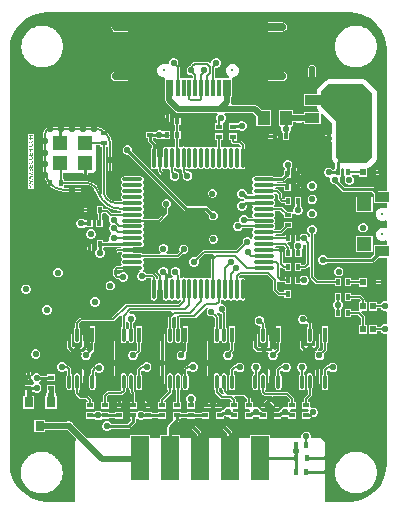
<source format=gtl>
G04*
G04 #@! TF.GenerationSoftware,Altium Limited,Altium Designer,24.4.1 (13)*
G04*
G04 Layer_Physical_Order=1*
G04 Layer_Color=255*
%FSLAX44Y44*%
%MOMM*%
G71*
G04*
G04 #@! TF.SameCoordinates,5AD5FF80-1175-482D-978A-231780835DF3*
G04*
G04*
G04 #@! TF.FilePolarity,Positive*
G04*
G01*
G75*
%ADD11C,0.5080*%
%ADD13C,0.2540*%
%ADD15C,0.1524*%
%ADD19O,3.8100X2.0320*%
%ADD20R,2.5400X0.8636*%
%ADD21R,1.2700X0.8640*%
%ADD22R,1.5240X3.8000*%
%ADD23O,1.8000X0.3000*%
%ADD24O,0.3000X1.8000*%
%ADD25R,0.4000X0.5000*%
%ADD26R,0.5000X0.4000*%
%ADD27R,0.5500X0.6000*%
%ADD28R,1.3000X1.1500*%
%ADD29R,1.2000X0.9000*%
%ADD30R,0.8000X0.9000*%
%ADD31R,0.3500X1.3000*%
%ADD32O,0.3500X1.3000*%
%ADD33R,1.3000X1.2000*%
%ADD34R,1.8000X1.2000*%
%ADD35R,0.3000X1.4500*%
%ADD57R,1.1000X1.2000*%
%ADD58C,0.3810*%
%ADD59C,0.2032*%
%ADD60C,0.6350*%
%ADD61C,0.3000*%
%ADD62C,0.3250*%
%ADD63C,0.5588*%
G36*
X147320Y306070D02*
Y251460D01*
X142240Y246380D01*
X121920D01*
X116840Y251460D01*
Y281940D01*
X104140Y294640D01*
Y307340D01*
X110490Y313690D01*
X139700D01*
X147320Y306070D01*
D02*
G37*
G36*
X133336Y374133D02*
X137505Y373016D01*
X141492Y371365D01*
X145229Y369207D01*
X148653Y366580D01*
X151704Y363529D01*
X154331Y360105D01*
X156489Y356368D01*
X158140Y352381D01*
X159257Y348212D01*
X159821Y343934D01*
Y341776D01*
Y223198D01*
X152124D01*
X149321Y226001D01*
X148649Y226450D01*
X147856Y226608D01*
X147856Y226608D01*
X124026D01*
X119551Y231083D01*
X119888Y231896D01*
Y233513D01*
X119592Y234227D01*
X120438Y235497D01*
X120681D01*
Y241447D01*
X121740Y242531D01*
X121920Y242495D01*
X122584D01*
X123657Y242021D01*
Y235497D01*
X123951D01*
X124475Y234227D01*
X123952Y232964D01*
Y231348D01*
X124571Y229854D01*
X125714Y228711D01*
X127208Y228092D01*
X128824D01*
X130318Y228711D01*
X131461Y229854D01*
X132080Y231348D01*
Y232964D01*
X131461Y234458D01*
X130318Y235601D01*
X130136Y235677D01*
X130388Y236947D01*
X135748D01*
Y234998D01*
X142772D01*
Y242522D01*
X142772Y242522D01*
X143727Y242791D01*
X143886Y242898D01*
X143886Y242898D01*
X143889Y242899D01*
X144987Y243633D01*
X150067Y248713D01*
X150909Y249973D01*
X151205Y251460D01*
Y306070D01*
X150909Y307557D01*
X150067Y308817D01*
X142447Y316437D01*
X141187Y317279D01*
X139700Y317575D01*
X110490D01*
X109003Y317279D01*
X107743Y316437D01*
X101393Y310087D01*
X100551Y308827D01*
X100255Y307340D01*
Y304800D01*
X89543D01*
Y294640D01*
X100255D01*
X100551Y293153D01*
X101393Y291893D01*
X102551Y290735D01*
X102065Y289562D01*
X89543D01*
Y287847D01*
X87843D01*
X87765Y287925D01*
X86271Y288544D01*
X84654D01*
X83160Y287925D01*
X83082Y287847D01*
X80532D01*
Y291242D01*
X68008D01*
Y277718D01*
X69381D01*
X70230Y276448D01*
X70104Y276144D01*
Y274528D01*
X70723Y273034D01*
X71588Y272169D01*
Y265978D01*
X77112D01*
Y272502D01*
X77112Y272502D01*
X77112D01*
X77440Y272850D01*
X77613Y273034D01*
X77791Y273462D01*
X78232Y274528D01*
Y276144D01*
X78106Y276448D01*
X78955Y277718D01*
X80532D01*
Y281113D01*
X83082D01*
X83160Y281035D01*
X84654Y280416D01*
X86271D01*
X87765Y281035D01*
X87843Y281113D01*
X89543D01*
Y279398D01*
X103767D01*
Y287860D01*
X104940Y288346D01*
X112955Y280331D01*
Y271330D01*
X111685Y270568D01*
X111071Y270690D01*
X111069Y270690D01*
X105410D01*
X105410Y270690D01*
X104370Y270483D01*
X103488Y269893D01*
X103488Y269893D01*
X103487Y269893D01*
X102898Y269011D01*
X102691Y267970D01*
X102898Y266929D01*
X103487Y266047D01*
X104369Y265458D01*
X105410Y265251D01*
X105412Y265251D01*
X111070D01*
X111685Y265373D01*
X112955Y264611D01*
Y251460D01*
X113251Y249973D01*
X114093Y248713D01*
X115847Y246959D01*
Y242021D01*
X115157D01*
Y241431D01*
X114139Y241124D01*
X113887Y241110D01*
X112792Y242205D01*
X111298Y242824D01*
X109682D01*
X108188Y242205D01*
X107045Y241062D01*
X106426Y239568D01*
Y237952D01*
X107045Y236458D01*
X108188Y235315D01*
X109682Y234696D01*
X110875D01*
X111642Y233831D01*
X111764Y233523D01*
X111760Y233513D01*
Y231896D01*
X112379Y230402D01*
X113522Y229259D01*
X115016Y228640D01*
X116133D01*
X121703Y223071D01*
X121703Y223071D01*
X122375Y222622D01*
X123168Y222464D01*
X123168Y222464D01*
X146998D01*
X149194Y220268D01*
Y212674D01*
X159821D01*
Y209065D01*
X158551Y208358D01*
X157058Y208976D01*
X154854D01*
X152818Y208133D01*
X151259Y206574D01*
X150416Y204538D01*
Y202334D01*
X151259Y200298D01*
X152818Y198739D01*
X154854Y197896D01*
X157058D01*
X158551Y198514D01*
X159821Y197806D01*
Y192066D01*
X158551Y191358D01*
X157058Y191976D01*
X154854D01*
X152818Y191133D01*
X151259Y189574D01*
X150416Y187538D01*
Y185334D01*
X151259Y183298D01*
X152818Y181739D01*
X154854Y180896D01*
X157058D01*
X158551Y181514D01*
X159821Y180807D01*
Y177198D01*
X149194D01*
Y169604D01*
X146254Y166664D01*
X109205D01*
X109109Y166894D01*
X107966Y168037D01*
X106472Y168656D01*
X104856D01*
X103362Y168037D01*
X102219Y166894D01*
X101600Y165400D01*
Y163784D01*
X102219Y162290D01*
X103362Y161147D01*
X104856Y160528D01*
X106472D01*
X107966Y161147D01*
X109109Y162290D01*
X109205Y162520D01*
X147112D01*
X147112Y162520D01*
X147905Y162678D01*
X148577Y163127D01*
X152124Y166674D01*
X159821D01*
Y147446D01*
X158646Y146962D01*
X157480Y147446D01*
X147760D01*
X146594Y146962D01*
X146110Y145796D01*
X146594Y144630D01*
X147760Y144146D01*
X157480D01*
X158646Y144630D01*
X159821Y144146D01*
Y130055D01*
X159050Y129540D01*
X157434D01*
X155940Y128921D01*
X154797Y127778D01*
X154526Y127126D01*
X151526D01*
Y129238D01*
X144502D01*
Y121714D01*
X151526D01*
Y123826D01*
X154526D01*
X154797Y123174D01*
X155940Y122031D01*
X157434Y121412D01*
X159050D01*
X159821Y120897D01*
Y110751D01*
X159050Y110236D01*
X157434D01*
X155940Y109617D01*
X154797Y108474D01*
X154526Y107822D01*
X151526D01*
Y109934D01*
X144502D01*
Y102410D01*
X151526D01*
Y104522D01*
X154526D01*
X154797Y103870D01*
X155940Y102727D01*
X157434Y102108D01*
X159050D01*
X159821Y101593D01*
Y-7112D01*
Y-9270D01*
X159257Y-13548D01*
X158140Y-17717D01*
X156489Y-21704D01*
X154331Y-25441D01*
X151704Y-28865D01*
X148653Y-31916D01*
X145229Y-34543D01*
X141492Y-36701D01*
X137505Y-38352D01*
X133336Y-39469D01*
X129058Y-40033D01*
X107009D01*
Y-16803D01*
X108710D01*
X108712Y-16804D01*
X109505Y-16646D01*
X110177Y-16197D01*
X110626Y-15525D01*
X110784Y-14732D01*
X110626Y-13939D01*
X110177Y-13267D01*
X110177Y-13267D01*
X109504Y-12817D01*
X108712Y-12660D01*
X108712Y-12660D01*
X107009D01*
Y-5120D01*
X108712D01*
X108712Y-5120D01*
X109504Y-4963D01*
X110177Y-4513D01*
X110177Y-4513D01*
X110626Y-3841D01*
X110784Y-3048D01*
X110626Y-2255D01*
X110177Y-1583D01*
X109505Y-1134D01*
X108712Y-976D01*
X108710Y-977D01*
X107009D01*
Y9652D01*
X106713Y11139D01*
X105871Y12399D01*
X104611Y13241D01*
X103124Y13537D01*
X96102D01*
X95504Y14432D01*
Y16048D01*
X94885Y17542D01*
X93742Y18685D01*
X92248Y19304D01*
X90632D01*
X89138Y18685D01*
X87995Y17542D01*
X87376Y16048D01*
Y14432D01*
X86778Y13537D01*
X60452D01*
Y16714D01*
X43688D01*
Y13537D01*
X28742D01*
Y18542D01*
X28742Y18542D01*
X28584Y19335D01*
X28135Y20007D01*
X28135Y20007D01*
X22801Y25341D01*
X22129Y25790D01*
X21336Y25948D01*
X20543Y25790D01*
X19871Y25341D01*
X19422Y24669D01*
X19264Y23876D01*
X19422Y23083D01*
X19871Y22411D01*
X24598Y17684D01*
Y13537D01*
X2731D01*
Y18274D01*
X2731Y18274D01*
X2573Y19067D01*
X2124Y19739D01*
X-3801Y25663D01*
X-4473Y26112D01*
X-5265Y26270D01*
X-6058Y26112D01*
X-6730Y25663D01*
X-7180Y24991D01*
X-7337Y24199D01*
X-7180Y23406D01*
X-6730Y22734D01*
X-1413Y17416D01*
Y13537D01*
X-15748D01*
Y16714D01*
X-22058D01*
Y22256D01*
X-16823Y27491D01*
X-16823Y27491D01*
X-16374Y28163D01*
X-16216Y28956D01*
X-16216Y28956D01*
Y30321D01*
X-15027D01*
Y31011D01*
X-9357D01*
Y30321D01*
X-2833D01*
Y31011D01*
X2833D01*
Y30321D01*
X9357D01*
Y35845D01*
X2833D01*
Y35155D01*
X-2833D01*
Y35845D01*
X-9357D01*
Y35155D01*
X-15027D01*
Y35845D01*
X-21551D01*
Y30321D01*
X-21551D01*
X-21123Y29051D01*
X-25595Y24579D01*
X-26044Y23907D01*
X-26202Y23114D01*
X-26202Y23114D01*
Y16714D01*
X-32512D01*
Y13537D01*
X-41148D01*
Y16714D01*
X-57912D01*
Y13537D01*
X-94119D01*
X-105664Y25081D01*
Y25192D01*
X-106283Y26686D01*
X-107426Y27829D01*
X-108920Y28448D01*
X-110536D01*
X-112030Y27829D01*
X-112457Y27403D01*
X-129350D01*
Y29298D01*
X-138874D01*
Y18774D01*
X-129350D01*
Y20669D01*
X-111380D01*
X-110536Y20320D01*
X-110425D01*
X-103257Y13152D01*
X-103331Y12399D01*
X-104173Y11139D01*
X-104469Y9652D01*
Y-40033D01*
X-129058D01*
X-133336Y-39469D01*
X-137505Y-38352D01*
X-141492Y-36701D01*
X-145229Y-34543D01*
X-148653Y-31916D01*
X-151704Y-28865D01*
X-154331Y-25441D01*
X-156489Y-21704D01*
X-158140Y-17717D01*
X-159257Y-13548D01*
X-159821Y-9270D01*
Y-7112D01*
Y341776D01*
Y343934D01*
X-159257Y348212D01*
X-158140Y352381D01*
X-156489Y356368D01*
X-154331Y360105D01*
X-151704Y363529D01*
X-148653Y366580D01*
X-145229Y369207D01*
X-141492Y371365D01*
X-137505Y373016D01*
X-133336Y374133D01*
X-129058Y374697D01*
X129058D01*
X133336Y374133D01*
D02*
G37*
%LPC*%
G36*
X71120Y365964D02*
X52300D01*
X50764Y365659D01*
X49462Y364788D01*
X48591Y363486D01*
X48286Y361950D01*
X48591Y360414D01*
X49462Y359112D01*
X50764Y358241D01*
X52300Y357936D01*
X71120D01*
X72656Y358241D01*
X73958Y359112D01*
X74829Y360414D01*
X75134Y361950D01*
X74829Y363486D01*
X73958Y364788D01*
X72656Y365659D01*
X71120Y365964D01*
D02*
G37*
G36*
X-50700Y365634D02*
X-69520D01*
X-71056Y365329D01*
X-72358Y364458D01*
X-73229Y363156D01*
X-73534Y361620D01*
X-73229Y360084D01*
X-72358Y358782D01*
X-71056Y357911D01*
X-69520Y357606D01*
X-50700D01*
X-49164Y357911D01*
X-47862Y358782D01*
X-46991Y360084D01*
X-46686Y361620D01*
X-46991Y363156D01*
X-47862Y364458D01*
X-49164Y365329D01*
X-50700Y365634D01*
D02*
G37*
G36*
X16048Y335534D02*
X14432D01*
X12938Y334915D01*
X11795Y333772D01*
X11176Y332278D01*
Y331281D01*
X9906Y330755D01*
X8786Y331874D01*
X7620Y332358D01*
X-3048D01*
X-4214Y331874D01*
X-6332Y329757D01*
X-6569Y329184D01*
X-6640D01*
X-8134Y328565D01*
X-9277Y327422D01*
X-9896Y325928D01*
Y324311D01*
X-9277Y322818D01*
X-8134Y321674D01*
X-6640Y321056D01*
X-5225D01*
X-4346Y320066D01*
X-4419Y319536D01*
X-5238Y318672D01*
X-5238Y318672D01*
X-9762Y318672D01*
X-11032Y318672D01*
X-14762Y318672D01*
X-15850Y319110D01*
Y328142D01*
X-16334Y329308D01*
X-17034Y330009D01*
X-16764Y330662D01*
Y332278D01*
X-17383Y333772D01*
X-18526Y334915D01*
X-20020Y335534D01*
X-21636D01*
X-23130Y334915D01*
X-24273Y333772D01*
X-24892Y332278D01*
Y330997D01*
X-24955Y330913D01*
X-25719Y330345D01*
X-26065Y330213D01*
X-27748Y330910D01*
X-30052D01*
X-32180Y330028D01*
X-33809Y328400D01*
X-34690Y326272D01*
Y323968D01*
X-33809Y321840D01*
X-32180Y320211D01*
X-30052Y319330D01*
X-29264D01*
X-28262Y318682D01*
X-28262Y318060D01*
Y302658D01*
X-27751D01*
Y300108D01*
X-27494Y298820D01*
X-26765Y297727D01*
X-19265Y290227D01*
X-18172Y289498D01*
X-16884Y289241D01*
X-2844D01*
X-1774Y288798D01*
X-258D01*
X812Y289241D01*
X16014D01*
X16540Y287971D01*
X15859Y287290D01*
X15240Y285796D01*
Y284180D01*
X15859Y282686D01*
X16131Y282413D01*
Y280311D01*
X14519D01*
Y274787D01*
X21043D01*
Y280311D01*
X21043Y280311D01*
X21043D01*
X21416Y281464D01*
X21606Y281543D01*
X22749Y282686D01*
X23368Y284180D01*
Y285796D01*
X22749Y287290D01*
X22068Y287971D01*
X22594Y289241D01*
X46248D01*
X49008Y286481D01*
Y277718D01*
X61532D01*
Y291242D01*
X53769D01*
X50023Y294989D01*
X48930Y295718D01*
X47642Y295975D01*
X28282D01*
X27562Y297245D01*
X27751Y298196D01*
Y302648D01*
X28262D01*
Y318060D01*
X28262Y318672D01*
X29260Y319330D01*
X30052D01*
X32180Y320211D01*
X33809Y321840D01*
X34690Y323968D01*
Y326272D01*
X33809Y328400D01*
X32180Y330028D01*
X30052Y330910D01*
X27748D01*
X25620Y330028D01*
X23991Y328400D01*
X23110Y326272D01*
Y323968D01*
X23991Y321840D01*
X25620Y320211D01*
X26271Y319942D01*
X26018Y318672D01*
X21032D01*
X20738Y318672D01*
X19762D01*
X19468Y318672D01*
X15238Y318672D01*
X14250Y319352D01*
Y327047D01*
X14609Y327406D01*
X16048D01*
X17542Y328025D01*
X18685Y329168D01*
X19304Y330662D01*
Y332278D01*
X18685Y333772D01*
X17542Y334915D01*
X16048Y335534D01*
D02*
G37*
G36*
X134581Y363120D02*
X132119D01*
X131618Y363020D01*
X131108Y363020D01*
X128693Y362540D01*
X128222Y362344D01*
X127722Y362245D01*
X125447Y361303D01*
X125023Y361019D01*
X124551Y360824D01*
X122504Y359456D01*
X122143Y359095D01*
X121719Y358812D01*
X119978Y357071D01*
X119695Y356647D01*
X119334Y356286D01*
X117966Y354239D01*
X117771Y353767D01*
X117487Y353343D01*
X116545Y351068D01*
X116446Y350568D01*
X116250Y350097D01*
X115770Y347682D01*
Y347172D01*
X115670Y346671D01*
Y344209D01*
X115770Y343708D01*
Y343198D01*
X116250Y340783D01*
X116446Y340312D01*
X116545Y339812D01*
X117487Y337537D01*
X117771Y337113D01*
X117966Y336641D01*
X119334Y334594D01*
X119695Y334233D01*
X119978Y333809D01*
X121719Y332068D01*
X122143Y331785D01*
X122504Y331424D01*
X124551Y330056D01*
X125023Y329861D01*
X125447Y329577D01*
X127722Y328635D01*
X128222Y328536D01*
X128693Y328340D01*
X131108Y327860D01*
X131618D01*
X132119Y327761D01*
X134581D01*
X135082Y327860D01*
X135592D01*
X138007Y328340D01*
X138478Y328536D01*
X138978Y328635D01*
X141253Y329577D01*
X141677Y329861D01*
X142149Y330056D01*
X144196Y331424D01*
X144557Y331785D01*
X144981Y332068D01*
X146722Y333809D01*
X147005Y334233D01*
X147366Y334594D01*
X148734Y336641D01*
X148929Y337113D01*
X149213Y337537D01*
X150155Y339812D01*
X150254Y340312D01*
X150450Y340783D01*
X150930Y343198D01*
Y343708D01*
X151030Y344209D01*
Y346671D01*
X150930Y347172D01*
X150930Y347682D01*
X150450Y350097D01*
X150254Y350568D01*
X150155Y351068D01*
X149213Y353343D01*
X148929Y353767D01*
X148734Y354239D01*
X147366Y356286D01*
X147005Y356647D01*
X146722Y357071D01*
X144981Y358812D01*
X144557Y359095D01*
X144196Y359456D01*
X142149Y360824D01*
X141677Y361019D01*
X141253Y361303D01*
X138978Y362245D01*
X138478Y362344D01*
X138007Y362540D01*
X135592Y363020D01*
X135082D01*
X134581Y363120D01*
D02*
G37*
G36*
X-130849D02*
X-133311D01*
X-133812Y363020D01*
X-134322Y363020D01*
X-136737Y362540D01*
X-137208Y362344D01*
X-137708Y362245D01*
X-139983Y361303D01*
X-140407Y361019D01*
X-140879Y360824D01*
X-142926Y359456D01*
X-143287Y359095D01*
X-143711Y358812D01*
X-145452Y357071D01*
X-145735Y356647D01*
X-146096Y356286D01*
X-147464Y354239D01*
X-147659Y353767D01*
X-147943Y353343D01*
X-148885Y351068D01*
X-148984Y350568D01*
X-149180Y350097D01*
X-149660Y347682D01*
Y347172D01*
X-149760Y346671D01*
Y344209D01*
X-149660Y343708D01*
Y343198D01*
X-149180Y340783D01*
X-148984Y340312D01*
X-148885Y339812D01*
X-147943Y337537D01*
X-147659Y337113D01*
X-147464Y336641D01*
X-146096Y334594D01*
X-145735Y334233D01*
X-145452Y333809D01*
X-143711Y332068D01*
X-143287Y331785D01*
X-142926Y331424D01*
X-140879Y330056D01*
X-140407Y329861D01*
X-139983Y329577D01*
X-137708Y328635D01*
X-137208Y328536D01*
X-136737Y328340D01*
X-134322Y327860D01*
X-133812D01*
X-133311Y327761D01*
X-130849D01*
X-130349Y327860D01*
X-129838D01*
X-127423Y328340D01*
X-126952Y328536D01*
X-126452Y328635D01*
X-124177Y329577D01*
X-123753Y329861D01*
X-123281Y330056D01*
X-121234Y331424D01*
X-120873Y331785D01*
X-120449Y332068D01*
X-118708Y333809D01*
X-118425Y334233D01*
X-118064Y334594D01*
X-116696Y336641D01*
X-116501Y337113D01*
X-116217Y337537D01*
X-115275Y339812D01*
X-115176Y340312D01*
X-114980Y340783D01*
X-114500Y343198D01*
Y343708D01*
X-114401Y344209D01*
Y346671D01*
X-114500Y347172D01*
X-114500Y347682D01*
X-114980Y350097D01*
X-115176Y350568D01*
X-115275Y351068D01*
X-116217Y353343D01*
X-116501Y353767D01*
X-116696Y354239D01*
X-118064Y356286D01*
X-118425Y356647D01*
X-118708Y357071D01*
X-120449Y358812D01*
X-120873Y359095D01*
X-121234Y359456D01*
X-123281Y360824D01*
X-123753Y361019D01*
X-124177Y361303D01*
X-126452Y362245D01*
X-126952Y362344D01*
X-127423Y362540D01*
X-129838Y363020D01*
X-130349D01*
X-130849Y363120D01*
D02*
G37*
G36*
X71120Y324054D02*
X52300D01*
X50764Y323749D01*
X49462Y322878D01*
X48591Y321576D01*
X48286Y320040D01*
X48591Y318504D01*
X49462Y317202D01*
X50764Y316331D01*
X52300Y316026D01*
X71120D01*
X72656Y316331D01*
X73958Y317202D01*
X74829Y318504D01*
X75134Y320040D01*
X74829Y321576D01*
X73958Y322878D01*
X72656Y323749D01*
X71120Y324054D01*
D02*
G37*
G36*
X-51030D02*
X-69850D01*
X-71386Y323749D01*
X-72688Y322878D01*
X-73559Y321576D01*
X-73864Y320040D01*
X-73559Y318504D01*
X-72688Y317202D01*
X-71386Y316331D01*
X-69850Y316026D01*
X-51030D01*
X-49494Y316331D01*
X-48192Y317202D01*
X-47321Y318504D01*
X-47016Y320040D01*
X-47321Y321576D01*
X-48192Y322878D01*
X-49494Y323749D01*
X-51030Y324054D01*
D02*
G37*
G36*
X96520Y329757D02*
X95232Y329500D01*
X94139Y328771D01*
X93410Y327678D01*
X93153Y326390D01*
Y315095D01*
X93410Y313807D01*
X94139Y312714D01*
X95232Y311985D01*
X96520Y311728D01*
X97808Y311985D01*
X98901Y312714D01*
X99630Y313807D01*
X99887Y315095D01*
Y326390D01*
X99630Y327678D01*
X98901Y328771D01*
X97808Y329500D01*
X96520Y329757D01*
D02*
G37*
G36*
X37638Y282194D02*
X36022D01*
X34528Y281575D01*
X33602Y280650D01*
X32473Y280311D01*
X32473Y280311D01*
Y280311D01*
X32473Y280311D01*
X25949D01*
Y274787D01*
X32473D01*
Y275048D01*
X33743Y275470D01*
X34528Y274685D01*
X36022Y274066D01*
X37638D01*
X39132Y274685D01*
X40275Y275828D01*
X40894Y277322D01*
Y278938D01*
X40275Y280432D01*
X39132Y281575D01*
X37638Y282194D01*
D02*
G37*
G36*
X-26348Y291564D02*
X-27141Y291406D01*
X-27813Y290957D01*
X-28262Y290285D01*
X-28420Y289492D01*
Y282008D01*
X-28262Y281215D01*
X-27813Y280543D01*
X-27141Y280094D01*
X-26348Y279936D01*
X-25555Y280094D01*
X-24883Y280543D01*
X-24434Y281215D01*
X-24276Y282008D01*
Y289492D01*
X-24434Y290285D01*
X-24883Y290957D01*
X-25555Y291406D01*
X-26348Y291564D01*
D02*
G37*
G36*
X-15018Y285202D02*
X-20542D01*
Y278678D01*
X-19430D01*
Y273772D01*
X-20542D01*
Y267248D01*
X-19290D01*
Y260877D01*
X-19634Y260536D01*
X-20869Y260211D01*
X-21617Y260711D01*
X-22500Y260886D01*
X-23383Y260711D01*
X-24131Y260211D01*
X-24278Y259991D01*
X-25722D01*
X-25869Y260211D01*
X-26617Y260711D01*
X-27500Y260886D01*
X-28383Y260711D01*
X-29131Y260211D01*
X-29631Y259463D01*
X-29806Y258580D01*
Y251878D01*
X-31076Y251625D01*
X-31331Y252239D01*
X-31333Y252246D01*
X-32500Y252730D01*
X-33666Y252246D01*
X-33669Y252240D01*
X-33924Y251625D01*
X-35194Y251878D01*
Y258580D01*
X-35369Y259463D01*
X-35428Y259551D01*
Y262544D01*
X-35586Y263337D01*
X-36035Y264009D01*
X-36035Y264009D01*
X-38322Y266296D01*
X-37974Y267566D01*
X-37378D01*
Y267599D01*
X-36108Y268105D01*
X-35322Y267319D01*
X-33828Y266700D01*
X-32212D01*
X-30718Y267319D01*
X-30312Y267725D01*
X-29042Y267248D01*
Y267248D01*
X-23518D01*
Y273772D01*
X-29042D01*
X-29042Y273772D01*
Y273772D01*
X-30303Y273794D01*
X-30718Y274209D01*
X-32212Y274828D01*
X-33828D01*
X-35322Y274209D01*
X-36206Y273326D01*
X-37378Y273090D01*
X-37378Y273090D01*
X-37378Y273090D01*
X-43902D01*
Y267566D01*
X-42712D01*
Y265684D01*
X-42712Y265684D01*
X-42554Y264891D01*
X-42105Y264219D01*
X-39572Y261686D01*
Y259551D01*
X-39631Y259463D01*
X-39806Y258580D01*
Y243580D01*
X-39631Y242697D01*
X-39131Y241949D01*
X-38383Y241449D01*
X-37500Y241274D01*
X-36617Y241449D01*
X-35869Y241949D01*
X-35420Y242622D01*
X-35326Y242636D01*
X-34150Y241992D01*
Y239794D01*
X-33666Y238628D01*
X-30144Y235105D01*
X-30125Y235060D01*
X-30122Y235054D01*
X-28956Y234570D01*
X-28951Y234573D01*
X-27790Y235054D01*
X-27306Y236220D01*
Y236250D01*
X-27790Y237416D01*
X-30850Y240477D01*
Y241992D01*
X-29674Y242636D01*
X-29580Y242622D01*
X-29131Y241949D01*
X-28383Y241449D01*
X-27500Y241274D01*
X-26617Y241449D01*
X-25869Y241949D01*
X-24663Y241478D01*
X-24150Y240953D01*
Y239268D01*
X-23666Y238102D01*
X-23611Y238046D01*
X-24135Y236780D01*
Y235163D01*
X-23517Y233669D01*
X-22373Y232526D01*
X-20880Y231907D01*
X-19263D01*
X-17769Y232526D01*
X-16626Y233669D01*
X-16007Y235163D01*
Y236780D01*
X-16626Y238273D01*
X-17769Y239417D01*
X-19263Y240035D01*
X-20850D01*
Y241977D01*
X-20722Y242169D01*
X-19278D01*
X-19131Y241949D01*
X-18383Y241449D01*
X-17500Y241274D01*
X-16617Y241449D01*
X-15869Y241949D01*
X-14663Y241478D01*
X-14150Y240953D01*
Y239540D01*
X-13666Y238374D01*
X-12799Y237507D01*
X-13208Y236520D01*
Y234904D01*
X-12589Y233410D01*
X-11446Y232267D01*
X-9952Y231648D01*
X-8336D01*
X-6842Y232267D01*
X-5699Y233410D01*
X-5080Y234904D01*
Y236520D01*
X-5699Y238014D01*
X-6842Y239157D01*
X-8336Y239776D01*
X-9952D01*
X-10850Y240724D01*
Y241977D01*
X-10722Y242169D01*
X-9278D01*
X-9131Y241949D01*
X-8383Y241449D01*
X-7500Y241274D01*
X-6617Y241449D01*
X-5869Y241949D01*
X-5722Y242169D01*
X-4278D01*
X-4131Y241949D01*
X-3383Y241449D01*
X-2500Y241274D01*
X-1617Y241449D01*
X-869Y241949D01*
X-722Y242169D01*
X722D01*
X869Y241949D01*
X1617Y241449D01*
X2500Y241274D01*
X3383Y241449D01*
X4131Y241949D01*
X4278Y242169D01*
X5722D01*
X5869Y241949D01*
X6617Y241449D01*
X7500Y241274D01*
X8383Y241449D01*
X9131Y241949D01*
X9278Y242169D01*
X10722D01*
X10869Y241949D01*
X11617Y241449D01*
X12500Y241274D01*
X13383Y241449D01*
X14131Y241949D01*
X14278Y242169D01*
X15722D01*
X15869Y241949D01*
X16617Y241449D01*
X17500Y241274D01*
X18383Y241449D01*
X19131Y241949D01*
X19278Y242169D01*
X20722D01*
X20869Y241949D01*
X21617Y241449D01*
X22500Y241274D01*
X23383Y241449D01*
X24131Y241949D01*
X24278Y242169D01*
X25722D01*
X25869Y241949D01*
X26617Y241449D01*
X27500Y241274D01*
X28383Y241449D01*
X29131Y241949D01*
X29278Y242169D01*
X30722D01*
X30869Y241949D01*
X31617Y241449D01*
X32500Y241274D01*
X33383Y241449D01*
X34131Y241949D01*
X34278Y242169D01*
X35722Y242169D01*
X35869Y241949D01*
X36617Y241449D01*
X37500Y241274D01*
X38383Y241449D01*
X39131Y241949D01*
X39631Y242697D01*
X39806Y243580D01*
Y258580D01*
X39631Y259463D01*
X39150Y260183D01*
Y262220D01*
X38666Y263386D01*
X36726Y265326D01*
X35560Y265810D01*
X33545D01*
X32473Y266287D01*
Y271811D01*
X25949D01*
Y266287D01*
X27561D01*
Y265429D01*
X28044Y264263D01*
X29314Y262994D01*
X30480Y262510D01*
X34877D01*
X35850Y261537D01*
Y261208D01*
X35337Y260682D01*
X34131Y260211D01*
X33383Y260711D01*
X32500Y260886D01*
X31617Y260711D01*
X30869Y260211D01*
X30722Y259991D01*
X29278D01*
X29131Y260211D01*
X28383Y260711D01*
X27500Y260886D01*
X26617Y260711D01*
X25869Y260211D01*
X25722Y259991D01*
X24278D01*
X24131Y260211D01*
X23383Y260711D01*
X22500Y260886D01*
X21617Y260711D01*
X20869Y260211D01*
X19663Y260682D01*
X19150Y261208D01*
Y266287D01*
X21043D01*
Y271811D01*
X14519D01*
Y266287D01*
X15850D01*
Y260183D01*
X15722Y259991D01*
X14278D01*
X14131Y260211D01*
X13383Y260711D01*
X12500Y260886D01*
X11617Y260711D01*
X10869Y260211D01*
X10722Y259991D01*
X9278D01*
X9131Y260211D01*
X8383Y260711D01*
X7500Y260886D01*
X6617Y260711D01*
X5869Y260211D01*
X5722Y259991D01*
X4278D01*
X4131Y260211D01*
X3383Y260711D01*
X2500Y260886D01*
X1617Y260711D01*
X869Y260211D01*
X722Y259991D01*
X-722D01*
X-869Y260211D01*
X-1617Y260711D01*
X-2500Y260886D01*
X-3383Y260711D01*
X-4131Y260211D01*
X-4278Y259991D01*
X-5722D01*
X-5869Y260211D01*
X-6617Y260711D01*
X-7500Y260886D01*
X-8383Y260711D01*
X-9131Y260211D01*
X-9278Y259991D01*
X-10722D01*
X-10869Y260211D01*
X-11617Y260711D01*
X-12500Y260886D01*
X-13383Y260711D01*
X-14131Y260211D01*
X-15369Y260520D01*
X-15990Y261150D01*
Y267248D01*
X-15018D01*
Y273772D01*
X-16130D01*
Y278678D01*
X-15018D01*
Y285202D01*
D02*
G37*
G36*
X65351Y271313D02*
X57151D01*
X56358Y271155D01*
X55686Y270706D01*
X55686Y270706D01*
X55685Y270705D01*
X55236Y270033D01*
X55078Y269240D01*
X55236Y268447D01*
X55685Y267775D01*
X56357Y267326D01*
X57150Y267168D01*
X57154Y267169D01*
X65351D01*
X66144Y267327D01*
X66816Y267776D01*
X67265Y268448D01*
X67423Y269241D01*
X67265Y270034D01*
X66816Y270706D01*
X66144Y271155D01*
X65351Y271313D01*
D02*
G37*
G36*
X154940Y240832D02*
X147760D01*
X146967Y240674D01*
X146295Y240225D01*
X145846Y239553D01*
X145688Y238760D01*
X145846Y237967D01*
X146295Y237295D01*
X146967Y236846D01*
X147760Y236688D01*
X154940D01*
X155733Y236846D01*
X156405Y237295D01*
X156854Y237967D01*
X157012Y238760D01*
X156854Y239553D01*
X156405Y240225D01*
X155733Y240674D01*
X154940Y240832D01*
D02*
G37*
G36*
X-115824Y277916D02*
X-116617Y277758D01*
X-117013Y277494D01*
X-125730D01*
X-125828Y277453D01*
X-127811Y277059D01*
X-129576Y275880D01*
X-130754Y274115D01*
X-131149Y272132D01*
X-131190Y272034D01*
Y265176D01*
Y255270D01*
Y245872D01*
Y239776D01*
X-131131Y239634D01*
X-130822Y236504D01*
X-129868Y233357D01*
X-128318Y230457D01*
X-127874Y229916D01*
X-127803Y229655D01*
X-127376Y229010D01*
X-127330Y229046D01*
X-126064Y227504D01*
X-123434Y225345D01*
X-120434Y223741D01*
X-117178Y222754D01*
X-113925Y222433D01*
X-113792Y222378D01*
X-97028D01*
X-95862Y222862D01*
X-95378Y224028D01*
X-95862Y225194D01*
X-97028Y225678D01*
X-112678D01*
X-113498Y226608D01*
Y228220D01*
X-96259D01*
X-95006Y228220D01*
X-95006Y228220D01*
X-94994Y228220D01*
X-94991Y228221D01*
X-94990Y228220D01*
X-94989Y228221D01*
X-93755Y228134D01*
X-92668Y227991D01*
X-90514Y227099D01*
X-89446Y226280D01*
X-88543Y225433D01*
X-88008Y224309D01*
X-88007Y224307D01*
X-86632Y220987D01*
X-83731Y216252D01*
X-82952Y215340D01*
X-82183Y214328D01*
X-82125Y214188D01*
X-82011Y214141D01*
X-81321Y213393D01*
X-80793Y212749D01*
X-79006Y211282D01*
X-78334Y210731D01*
X-78262Y210557D01*
X-78193Y210529D01*
X-78051Y210470D01*
X-77100Y209740D01*
X-77096Y209737D01*
X-77021Y209697D01*
X-73736Y207941D01*
X-70091Y206836D01*
X-66445Y206476D01*
X-66336Y206432D01*
Y206432D01*
X-66333Y206430D01*
X-66333Y206430D01*
X-65959Y206430D01*
X-65661Y206093D01*
Y205067D01*
X-65959Y204730D01*
X-73365D01*
X-76050Y207414D01*
X-77216Y207898D01*
X-80618D01*
Y210271D01*
X-86142D01*
Y203747D01*
X-85154D01*
Y198843D01*
X-86391D01*
Y192319D01*
X-80867D01*
Y198843D01*
X-81855D01*
Y203747D01*
X-80618D01*
Y204598D01*
X-77899D01*
X-75215Y201914D01*
X-75210Y200599D01*
X-75692Y199436D01*
Y197820D01*
X-75073Y196326D01*
X-74675Y195928D01*
X-74021Y195072D01*
X-74675Y194268D01*
X-75099Y193844D01*
X-75718Y192350D01*
Y190734D01*
X-75099Y189240D01*
X-73956Y188097D01*
X-73495Y187906D01*
Y186531D01*
X-73930Y186351D01*
X-75073Y185208D01*
X-75692Y183714D01*
Y182098D01*
X-75412Y181422D01*
X-76261Y180152D01*
X-80622D01*
Y181570D01*
X-86146D01*
Y175046D01*
X-86146Y175046D01*
X-85971Y173776D01*
X-86757Y172990D01*
X-87376Y171496D01*
Y169880D01*
X-86757Y168386D01*
X-85614Y167243D01*
X-84120Y166624D01*
X-82504D01*
X-81010Y167243D01*
X-79867Y168386D01*
X-79248Y169880D01*
Y171496D01*
X-79867Y172990D01*
X-80653Y173776D01*
X-80622Y175046D01*
X-79879Y176008D01*
X-65427D01*
X-65420Y176000D01*
X-66035Y174730D01*
X-68644D01*
X-69811Y174246D01*
X-71212Y172846D01*
X-71628D01*
X-72794Y172362D01*
X-73278Y171196D01*
X-72794Y170030D01*
X-71628Y169546D01*
X-70528D01*
X-69362Y170030D01*
X-67961Y171430D01*
X-64841D01*
X-64198Y170254D01*
X-64212Y170160D01*
X-64885Y169711D01*
X-65385Y168963D01*
X-65560Y168080D01*
X-65385Y167197D01*
X-64885Y166449D01*
X-64665Y166302D01*
Y164858D01*
X-64885Y164711D01*
X-65385Y163963D01*
X-65560Y163080D01*
X-65385Y162197D01*
X-64885Y161449D01*
X-65356Y160243D01*
X-65881Y159730D01*
X-68488D01*
X-69654Y159246D01*
X-72078Y156822D01*
X-72562Y155656D01*
Y152669D01*
X-72078Y151502D01*
X-69778Y149202D01*
X-68611Y148718D01*
X-67216D01*
X-66945Y148066D01*
X-65802Y146923D01*
X-64308Y146304D01*
X-62692D01*
X-61198Y146923D01*
X-60055Y148066D01*
X-59436Y149560D01*
Y151176D01*
X-60055Y152670D01*
X-61198Y153813D01*
X-62692Y154432D01*
X-64308D01*
X-65802Y153813D01*
X-66945Y152670D01*
X-68389Y152479D01*
X-69262Y153352D01*
Y154973D01*
X-67805Y156430D01*
X-64857D01*
X-64137Y155949D01*
X-63254Y155774D01*
X-49866D01*
X-49614Y154504D01*
X-50054Y154321D01*
X-51197Y153178D01*
X-51816Y151684D01*
Y150068D01*
X-51197Y148574D01*
X-50054Y147431D01*
X-48560Y146812D01*
X-46944D01*
X-45450Y147431D01*
X-44307Y148574D01*
X-44036Y149226D01*
X-40648D01*
X-40427Y149061D01*
X-39731Y147956D01*
X-39806Y147580D01*
Y132580D01*
X-39631Y131697D01*
X-39131Y130949D01*
X-38383Y130449D01*
X-37500Y130274D01*
X-36617Y130449D01*
X-35869Y130949D01*
X-35369Y131697D01*
X-35194Y132580D01*
Y139282D01*
X-33924Y139535D01*
X-33669Y138920D01*
X-33666Y138914D01*
X-32500Y138430D01*
X-32494Y138433D01*
X-31334Y138914D01*
X-31076Y139535D01*
X-29806Y139282D01*
Y132580D01*
X-29631Y131697D01*
X-29131Y130949D01*
X-28383Y130449D01*
X-27500Y130274D01*
X-26617Y130449D01*
X-25869Y130949D01*
X-25722Y131170D01*
X-24278D01*
X-24131Y130949D01*
X-23383Y130449D01*
X-22500Y130274D01*
X-21617Y130449D01*
X-20869Y130949D01*
X-20722Y131169D01*
X-19278D01*
X-19131Y130949D01*
X-18383Y130449D01*
X-17500Y130274D01*
X-16617Y130449D01*
X-16350Y130628D01*
X-15018Y130378D01*
X-14815Y130242D01*
X-14674Y129899D01*
X-16939Y127634D01*
X-60452D01*
X-61618Y127150D01*
X-72819Y115950D01*
X-99568D01*
X-100734Y115466D01*
X-103730Y112470D01*
X-104214Y111304D01*
Y108203D01*
X-104375Y108095D01*
X-104930Y107264D01*
X-105125Y106284D01*
Y96784D01*
X-104930Y95804D01*
X-104375Y94973D01*
X-103544Y94418D01*
X-102564Y94223D01*
X-101584Y94418D01*
X-100753Y94973D01*
X-100198Y95804D01*
X-100003Y96784D01*
Y106284D01*
X-100198Y107264D01*
X-100753Y108095D01*
X-100914Y108203D01*
Y110621D01*
X-98885Y112650D01*
X-72136D01*
X-70970Y113134D01*
X-66017Y118086D01*
X-65357Y117843D01*
X-64844Y117464D01*
Y108203D01*
X-65005Y108095D01*
X-65560Y107264D01*
X-65755Y106284D01*
Y96784D01*
X-65560Y95804D01*
X-65005Y94973D01*
X-64174Y94418D01*
X-63194Y94223D01*
X-62214Y94418D01*
X-61383Y94973D01*
X-60828Y95804D01*
X-60633Y96784D01*
Y106284D01*
X-60828Y107264D01*
X-61383Y108095D01*
X-61544Y108203D01*
Y112886D01*
X-60274Y113138D01*
X-60139Y112812D01*
X-58996Y111669D01*
X-58344Y111398D01*
Y108203D01*
X-58505Y108095D01*
X-59060Y107264D01*
X-59255Y106284D01*
Y96784D01*
X-59060Y95804D01*
X-58505Y94973D01*
X-57674Y94418D01*
X-56694Y94223D01*
X-55714Y94418D01*
X-54883Y94973D01*
X-54328Y95804D01*
X-54133Y96784D01*
Y106284D01*
X-54328Y107264D01*
X-54883Y108095D01*
X-55044Y108203D01*
Y111398D01*
X-54392Y111669D01*
X-53249Y112812D01*
X-52630Y114306D01*
Y115922D01*
X-53249Y117416D01*
X-54392Y118559D01*
X-55886Y119178D01*
X-57502D01*
X-57568Y119151D01*
X-58288Y120227D01*
X-57229Y121286D01*
X-23050D01*
X-22524Y120016D01*
X-24990Y117550D01*
X-25474Y116384D01*
Y108203D01*
X-25635Y108095D01*
X-26190Y107264D01*
X-26385Y106284D01*
Y96784D01*
X-26190Y95804D01*
X-25635Y94973D01*
X-24804Y94418D01*
X-23824Y94223D01*
X-22844Y94418D01*
X-22013Y94973D01*
X-21458Y95804D01*
X-21263Y96784D01*
Y106284D01*
X-21458Y107264D01*
X-22013Y108095D01*
X-22174Y108203D01*
Y115701D01*
X-20346Y117529D01*
X-19833Y117444D01*
X-18974Y116201D01*
Y108203D01*
X-19135Y108095D01*
X-19690Y107264D01*
X-19885Y106284D01*
Y96784D01*
X-19690Y95804D01*
X-19135Y94973D01*
X-18304Y94418D01*
X-17324Y94223D01*
X-16344Y94418D01*
X-15513Y94973D01*
X-14958Y95804D01*
X-14763Y96784D01*
Y106284D01*
X-14958Y107264D01*
X-15513Y108095D01*
X-15674Y108203D01*
Y115444D01*
X-3302D01*
X-2136Y115928D01*
X7029Y125092D01*
X7722Y124985D01*
X8156Y123632D01*
X7731Y123206D01*
X7112Y121712D01*
Y120096D01*
X7731Y118602D01*
X8874Y117459D01*
X10368Y116840D01*
X11984D01*
X12637Y117110D01*
X13896Y115851D01*
Y108203D01*
X13735Y108095D01*
X13180Y107264D01*
X12985Y106284D01*
Y96784D01*
X13180Y95804D01*
X13735Y94973D01*
X14566Y94418D01*
X15546Y94223D01*
X16526Y94418D01*
X17357Y94973D01*
X17912Y95804D01*
X18107Y96784D01*
Y106284D01*
X17912Y107264D01*
X17357Y108095D01*
X17196Y108203D01*
Y116534D01*
X16712Y117700D01*
X15475Y118938D01*
X15623Y119582D01*
X17018Y119982D01*
X17510Y119491D01*
X19004Y118872D01*
X20396D01*
Y108203D01*
X20235Y108095D01*
X19680Y107264D01*
X19485Y106284D01*
Y96784D01*
X19680Y95804D01*
X20235Y94973D01*
X21066Y94418D01*
X22046Y94223D01*
X23026Y94418D01*
X23857Y94973D01*
X24412Y95804D01*
X24607Y96784D01*
Y106284D01*
X24412Y107264D01*
X23857Y108095D01*
X23696Y108203D01*
Y119602D01*
X23263Y120647D01*
X23876Y122128D01*
Y123744D01*
X23257Y125238D01*
X22114Y126381D01*
X20620Y127000D01*
X19369D01*
X18825Y127847D01*
X18736Y128031D01*
X18700Y128173D01*
X19150Y129260D01*
Y130977D01*
X19278Y131169D01*
X20722D01*
X20869Y130949D01*
X21617Y130449D01*
X22500Y130274D01*
X23383Y130449D01*
X24131Y130949D01*
X24278Y131169D01*
X25722D01*
X25869Y130949D01*
X26617Y130449D01*
X27500Y130274D01*
X28383Y130449D01*
X29131Y130949D01*
X29278Y131169D01*
X30722D01*
X30869Y130949D01*
X31617Y130449D01*
X32500Y130274D01*
X33383Y130449D01*
X34131Y130949D01*
X34278Y131169D01*
X35722D01*
X35869Y130949D01*
X36617Y130449D01*
X37500Y130274D01*
X38383Y130449D01*
X39131Y130949D01*
X39631Y131697D01*
X39806Y132580D01*
Y147580D01*
X39631Y148463D01*
X39131Y149211D01*
X38383Y149711D01*
X37500Y149886D01*
X36617Y149711D01*
X35869Y149211D01*
X34667Y149698D01*
X34201Y150168D01*
X34195Y150226D01*
X35735Y151766D01*
X58753D01*
X63374Y147145D01*
Y139192D01*
X63858Y138026D01*
X67414Y134470D01*
X68580Y133986D01*
X73002D01*
Y132374D01*
X78526D01*
Y138898D01*
X73002D01*
Y137286D01*
X69263D01*
X66674Y139875D01*
Y146368D01*
X67944Y146894D01*
X68684Y146153D01*
X69851Y145670D01*
X73247D01*
Y144057D01*
X78771D01*
Y150581D01*
X73247D01*
Y148969D01*
X70534D01*
X68960Y150543D01*
Y158188D01*
X70133Y158674D01*
X71224Y157583D01*
X72391Y157100D01*
X73247D01*
Y155487D01*
X78771D01*
Y162011D01*
X73247D01*
Y162011D01*
X72692Y161786D01*
X71500Y162673D01*
Y171450D01*
X71016Y172617D01*
X69386Y174246D01*
X68220Y174730D01*
X65705D01*
X65187Y176000D01*
X65627Y176430D01*
X72697D01*
X73908Y175219D01*
X73501Y173949D01*
X73501D01*
Y167425D01*
X79025D01*
Y173949D01*
X77913D01*
Y175197D01*
X77430Y176363D01*
X75446Y178347D01*
X75972Y179617D01*
X78771D01*
Y186141D01*
X73247D01*
Y184730D01*
X65705D01*
X65187Y186000D01*
X65627Y186430D01*
X69662D01*
X70828Y186914D01*
X75272Y191357D01*
X79463D01*
Y196881D01*
X72939D01*
Y193690D01*
X68978Y189730D01*
X64603D01*
X64411Y189858D01*
Y191302D01*
X64631Y191449D01*
X65131Y192197D01*
X65306Y193080D01*
X65131Y193963D01*
X64631Y194711D01*
X64411Y194858D01*
Y196302D01*
X64631Y196449D01*
X65131Y197197D01*
X65306Y198080D01*
X65131Y198963D01*
X64631Y199711D01*
X64411Y199858D01*
Y201302D01*
X64631Y201449D01*
X65131Y202197D01*
X65306Y203080D01*
X65131Y203963D01*
X64631Y204711D01*
X65102Y205917D01*
X65627Y206430D01*
X69557D01*
X72939Y203048D01*
Y199857D01*
X79463D01*
Y204228D01*
X79463Y204521D01*
X79473Y204565D01*
X80537Y204777D01*
X80537Y204777D01*
X80537D01*
X81379Y203958D01*
X82026Y203311D01*
X83520Y202692D01*
X85136D01*
X86630Y203311D01*
X87773Y204454D01*
X88392Y205948D01*
Y207564D01*
X87773Y209058D01*
X86734Y210097D01*
X86790Y210579D01*
X87123Y211367D01*
X87271D01*
Y217891D01*
X81747D01*
Y211367D01*
X81747D01*
X81914Y210166D01*
X81922Y210097D01*
X80883Y209058D01*
X80264Y207564D01*
Y207152D01*
X79953Y205956D01*
X79124Y205381D01*
X79124Y205381D01*
X78575Y205381D01*
X75272D01*
X71406Y209246D01*
X70240Y209730D01*
X64603D01*
X64411Y209858D01*
Y211302D01*
X64631Y211449D01*
X65131Y212197D01*
X65306Y213080D01*
X65131Y213963D01*
X64631Y214711D01*
X64411Y214858D01*
Y216302D01*
X64631Y216449D01*
X65131Y217197D01*
X65306Y218080D01*
X65131Y218963D01*
X64631Y219711D01*
X64411Y219858D01*
X64397Y219933D01*
X64766Y221148D01*
X66079D01*
X67258Y219969D01*
Y216842D01*
X67742Y215676D01*
X69954Y213463D01*
X71121Y212980D01*
X73247D01*
Y211367D01*
X78771D01*
Y217891D01*
X73247D01*
Y216279D01*
X71804D01*
X70558Y217525D01*
Y220652D01*
X70074Y221818D01*
X67929Y223964D01*
X66762Y224447D01*
X65416D01*
X64963Y225560D01*
X65102Y225917D01*
X65627Y226430D01*
X72748D01*
Y222798D01*
X78272D01*
Y229322D01*
X74575D01*
X74272Y229448D01*
X74060D01*
X73379Y229730D01*
X65914D01*
X65908Y229738D01*
X66547Y231008D01*
X71100D01*
X71100Y231008D01*
X71893Y231166D01*
X72565Y231615D01*
X75178Y234228D01*
X78272D01*
Y240752D01*
X78272D01*
X78105Y241953D01*
X78097Y242022D01*
X79137Y243062D01*
X79756Y244556D01*
Y246172D01*
X79137Y247666D01*
X77994Y248809D01*
X76500Y249428D01*
X74884D01*
X73390Y248809D01*
X72247Y247666D01*
X71628Y246172D01*
Y244556D01*
X72247Y243062D01*
X73287Y242022D01*
X73232Y241544D01*
X72897Y240752D01*
X72748D01*
Y237658D01*
X70242Y235152D01*
X63971D01*
X63883Y235211D01*
X63000Y235386D01*
X48000D01*
X47117Y235211D01*
X46369Y234711D01*
X45869Y233963D01*
X45694Y233080D01*
X45869Y232197D01*
X46369Y231449D01*
X46589Y231302D01*
Y229858D01*
X46369Y229711D01*
X45869Y228963D01*
X45694Y228080D01*
X45869Y227197D01*
X46369Y226449D01*
X46589Y226302D01*
Y224858D01*
X46369Y224711D01*
X45869Y223963D01*
X45694Y223080D01*
X45869Y222197D01*
X46369Y221449D01*
X46410Y221422D01*
X46025Y220152D01*
X41148D01*
Y221280D01*
X40529Y222774D01*
X39386Y223917D01*
X37892Y224536D01*
X36276D01*
X34782Y223917D01*
X33639Y222774D01*
X33020Y221280D01*
Y219664D01*
X33639Y218170D01*
X34782Y217027D01*
X36276Y216408D01*
X37892D01*
X38120Y216502D01*
X38932Y216068D01*
X38963Y215873D01*
X38863Y214677D01*
X38201Y214248D01*
X37892Y214376D01*
X36276D01*
X34782Y213757D01*
X33639Y212614D01*
X33020Y211120D01*
Y209504D01*
X33639Y208010D01*
X34782Y206867D01*
X36276Y206248D01*
X37892D01*
X39386Y206867D01*
X40529Y208010D01*
X41148Y209504D01*
Y210928D01*
X45905D01*
X46273Y209964D01*
X46334Y209658D01*
X45869Y208963D01*
X45694Y208080D01*
X45869Y207197D01*
X46369Y206449D01*
X46589Y206302D01*
Y204858D01*
X46369Y204711D01*
X45869Y203963D01*
X45694Y203080D01*
X45869Y202197D01*
X46369Y201449D01*
X46589Y201302D01*
X46608Y201193D01*
X46247Y200004D01*
X42437D01*
X42053Y200930D01*
X40910Y202073D01*
X39416Y202692D01*
X37800D01*
X36306Y202073D01*
X35163Y200930D01*
X34544Y199436D01*
Y198277D01*
X34452Y197759D01*
X33466Y197104D01*
X32720D01*
X31226Y196485D01*
X30083Y195342D01*
X29464Y193848D01*
Y192232D01*
X30083Y190738D01*
X31226Y189595D01*
X32720Y188976D01*
X34336D01*
X35830Y189595D01*
X36973Y190738D01*
X37252Y191410D01*
X46427D01*
X46589Y191302D01*
Y189858D01*
X46369Y189711D01*
X45869Y188963D01*
X45694Y188080D01*
X45869Y187197D01*
X46369Y186449D01*
X46589Y186302D01*
Y184858D01*
X46369Y184711D01*
X45869Y183963D01*
X45736Y183295D01*
X45077Y182928D01*
X44459Y182776D01*
X43958Y183277D01*
X42464Y183896D01*
X40848D01*
X39354Y183277D01*
X38211Y182134D01*
X37592Y180640D01*
Y179024D01*
X37862Y178371D01*
X32337Y172846D01*
X4572D01*
X3406Y172362D01*
X-2096Y166861D01*
X-2748Y167131D01*
X-4365D01*
X-5859Y166513D01*
X-7002Y165369D01*
X-7621Y163876D01*
Y162259D01*
X-7002Y160765D01*
X-5859Y159622D01*
X-4365Y159003D01*
X-2748D01*
X-1255Y159622D01*
X-111Y160765D01*
X507Y162259D01*
Y163876D01*
X237Y164528D01*
X5255Y169546D01*
X12509D01*
X13036Y168276D01*
X11334Y166574D01*
X10850Y165408D01*
Y149183D01*
X10722Y148991D01*
X9278D01*
X9131Y149211D01*
X8383Y149711D01*
X7500Y149886D01*
X6617Y149711D01*
X5869Y149211D01*
X5722Y148991D01*
X4278D01*
X4131Y149211D01*
X3383Y149711D01*
X2500Y149886D01*
X1617Y149711D01*
X869Y149211D01*
X722Y148991D01*
X-722D01*
X-869Y149211D01*
X-1617Y149711D01*
X-2500Y149886D01*
X-3383Y149711D01*
X-4131Y149211D01*
X-4278Y148991D01*
X-5722D01*
X-5869Y149211D01*
X-6617Y149711D01*
X-7500Y149886D01*
X-8383Y149711D01*
X-9131Y149211D01*
X-9278Y148991D01*
X-10722D01*
X-10869Y149211D01*
X-11617Y149711D01*
X-12500Y149886D01*
X-13383Y149711D01*
X-14131Y149211D01*
X-14278Y148991D01*
X-15722Y148991D01*
X-15850Y149183D01*
Y151528D01*
X-16029Y151960D01*
X-15859Y152130D01*
X-15240Y153624D01*
Y155240D01*
X-15859Y156734D01*
X-17002Y157877D01*
X-18496Y158496D01*
X-20112D01*
X-21606Y157877D01*
X-22749Y156734D01*
X-23368Y155240D01*
Y153624D01*
X-22749Y152130D01*
X-21780Y151161D01*
X-21606Y150987D01*
X-22054Y149798D01*
X-22500Y149886D01*
X-23383Y149711D01*
X-24131Y149211D01*
X-24158Y149170D01*
X-25428Y149555D01*
Y152468D01*
X-25574Y153203D01*
X-25400Y153624D01*
Y155240D01*
X-26019Y156734D01*
X-27162Y157877D01*
X-28656Y158496D01*
X-30272D01*
X-31766Y157877D01*
X-32909Y156734D01*
X-33154Y156144D01*
X-34652Y155846D01*
X-35043Y156237D01*
X-35410Y157122D01*
X-36576Y157606D01*
X-37742Y157122D01*
X-38226Y155956D01*
Y155437D01*
X-37742Y154271D01*
X-34150Y150678D01*
Y149518D01*
X-35225Y148964D01*
X-35910Y149473D01*
Y149827D01*
X-36393Y150994D01*
X-37441Y152042D01*
X-38608Y152526D01*
X-44036D01*
X-44307Y153178D01*
X-45450Y154321D01*
X-46777Y154871D01*
X-46961Y155526D01*
X-46981Y156210D01*
X-46623Y156449D01*
X-46123Y157197D01*
X-45948Y158080D01*
X-46123Y158963D01*
X-46623Y159711D01*
X-46843Y159858D01*
Y161302D01*
X-46623Y161449D01*
X-46123Y162197D01*
X-45948Y163080D01*
X-46123Y163963D01*
X-46623Y164711D01*
X-46152Y165917D01*
X-45627Y166430D01*
X-17395D01*
X-16228Y166914D01*
X-13138Y170004D01*
X-12950Y169926D01*
X-11434D01*
X-10034Y170506D01*
X-8962Y171578D01*
X-8382Y172978D01*
Y174494D01*
X-8962Y175894D01*
X-10034Y176966D01*
X-11434Y177546D01*
X-12950D01*
X-14350Y176966D01*
X-15422Y175894D01*
X-16002Y174494D01*
Y172978D01*
X-15659Y172149D01*
X-18078Y169730D01*
X-26572D01*
X-26749Y170050D01*
X-26961Y171000D01*
X-26019Y171942D01*
X-25400Y173436D01*
Y175052D01*
X-26019Y176546D01*
X-27162Y177689D01*
X-28656Y178308D01*
X-30272D01*
X-31766Y177689D01*
X-32909Y176546D01*
X-33528Y175052D01*
Y173436D01*
X-32909Y171942D01*
X-31967Y171000D01*
X-32179Y170050D01*
X-32356Y169730D01*
X-46651D01*
X-47371Y170211D01*
X-48254Y170386D01*
X-54956D01*
X-55209Y171656D01*
X-54594Y171911D01*
X-54587Y171914D01*
X-54104Y173080D01*
X-54587Y174247D01*
X-54594Y174249D01*
X-55209Y174504D01*
X-54956Y175774D01*
X-48254D01*
X-47371Y175949D01*
X-46623Y176449D01*
X-46123Y177197D01*
X-45948Y178080D01*
X-46123Y178963D01*
X-46623Y179711D01*
X-46843Y179858D01*
Y181302D01*
X-46623Y181449D01*
X-46123Y182197D01*
X-45948Y183080D01*
X-46123Y183963D01*
X-46623Y184711D01*
X-46843Y184858D01*
Y186302D01*
X-46623Y186449D01*
X-46123Y187197D01*
X-45948Y188080D01*
X-46123Y188963D01*
X-46623Y189711D01*
X-46843Y189858D01*
Y191302D01*
X-46623Y191449D01*
X-46123Y192197D01*
X-45948Y193080D01*
X-46123Y193963D01*
X-46623Y194711D01*
X-46152Y195917D01*
X-45627Y196430D01*
X-33568D01*
X-32402Y196914D01*
X-25758Y203558D01*
X-25274Y204724D01*
Y208903D01*
X-24766Y209114D01*
X-23694Y210186D01*
X-23114Y211586D01*
Y213102D01*
X-23694Y214502D01*
X-24766Y215574D01*
X-26166Y216154D01*
X-27682D01*
X-29082Y215574D01*
X-30154Y214502D01*
X-30734Y213102D01*
Y211586D01*
X-30154Y210186D01*
X-29082Y209114D01*
X-28574Y208903D01*
Y205407D01*
X-34251Y199730D01*
X-46651D01*
X-46843Y199858D01*
Y201302D01*
X-46623Y201449D01*
X-46123Y202197D01*
X-45948Y203080D01*
X-46123Y203963D01*
X-46623Y204711D01*
X-46843Y204858D01*
Y206302D01*
X-46623Y206449D01*
X-46123Y207197D01*
X-45948Y208080D01*
X-46123Y208963D01*
X-46623Y209711D01*
X-46843Y209858D01*
Y211302D01*
X-46623Y211449D01*
X-46123Y212197D01*
X-45948Y213080D01*
X-46123Y213963D01*
X-46623Y214711D01*
X-46843Y214858D01*
Y216302D01*
X-46623Y216449D01*
X-46123Y217197D01*
X-45948Y218080D01*
X-46123Y218963D01*
X-46623Y219711D01*
X-46843Y219858D01*
Y221302D01*
X-46623Y221449D01*
X-46123Y222197D01*
X-45948Y223080D01*
X-46123Y223963D01*
X-46623Y224711D01*
X-46843Y224858D01*
Y226302D01*
X-46623Y226449D01*
X-46123Y227197D01*
X-45948Y228080D01*
X-46123Y228963D01*
X-46623Y229711D01*
X-46843Y229858D01*
Y231302D01*
X-46623Y231449D01*
X-46123Y232197D01*
X-45948Y233080D01*
X-46123Y233963D01*
X-46623Y234711D01*
X-47371Y235211D01*
X-48254Y235386D01*
X-63254D01*
X-64137Y235211D01*
X-64885Y234711D01*
X-65385Y233963D01*
X-65560Y233080D01*
X-65385Y232197D01*
X-64885Y231449D01*
X-64665Y231302D01*
Y229858D01*
X-64885Y229711D01*
X-65385Y228963D01*
X-65560Y228080D01*
X-65385Y227197D01*
X-64885Y226449D01*
X-64665Y226302D01*
Y224858D01*
X-64885Y224711D01*
X-65385Y223963D01*
X-65560Y223080D01*
X-65385Y222197D01*
X-64885Y221449D01*
X-64665Y221302D01*
Y219858D01*
X-64885Y219711D01*
X-65385Y218963D01*
X-65560Y218080D01*
X-65385Y217197D01*
X-64885Y216449D01*
X-64665Y216302D01*
Y214858D01*
X-64857Y214729D01*
X-70104Y214729D01*
X-70232Y214677D01*
X-72259Y214943D01*
X-74267Y215775D01*
X-75992Y217098D01*
X-77315Y218823D01*
X-78147Y220831D01*
X-78414Y222858D01*
X-78361Y222986D01*
Y227076D01*
X-78360Y260708D01*
X-76748D01*
X-76326Y259613D01*
Y249428D01*
Y237236D01*
X-75842Y236070D01*
X-74676Y235586D01*
X-73510Y236070D01*
X-73026Y237236D01*
Y249428D01*
Y262636D01*
X-73098Y262808D01*
X-73365Y265524D01*
X-74208Y268301D01*
X-75575Y270860D01*
X-77417Y273104D01*
X-79660Y274944D01*
X-82219Y276313D01*
X-84996Y277155D01*
X-87712Y277422D01*
X-87884Y277494D01*
X-114635D01*
X-115031Y277758D01*
X-115824Y277916D01*
D02*
G37*
G36*
X-139446Y271107D02*
X-144314D01*
Y224790D01*
X-139446D01*
Y271107D01*
D02*
G37*
G36*
X84328Y247436D02*
X83535Y247278D01*
X82863Y246829D01*
X82414Y246157D01*
X82256Y245364D01*
X82347Y244909D01*
Y237580D01*
X82347Y237580D01*
X82365Y237489D01*
X82347Y237399D01*
X82347Y237398D01*
Y232611D01*
X82256Y232156D01*
X82347Y231701D01*
Y226150D01*
X82347Y226150D01*
X82505Y225357D01*
X82954Y224685D01*
X83044Y224594D01*
X83716Y224145D01*
X84509Y223987D01*
X85302Y224145D01*
X85974Y224594D01*
X86423Y225266D01*
X86581Y226059D01*
X86490Y226515D01*
Y232065D01*
X86490Y232065D01*
X86472Y232156D01*
X86490Y232247D01*
X86490Y232247D01*
Y237034D01*
X86581Y237489D01*
X86490Y237945D01*
Y245273D01*
X86490Y245273D01*
X86333Y246066D01*
X85884Y246738D01*
X85793Y246829D01*
X85121Y247278D01*
X84328Y247436D01*
D02*
G37*
G36*
X97314Y231351D02*
X95697D01*
X94203Y230732D01*
X93060Y229589D01*
X92441Y228095D01*
Y226478D01*
X93060Y224985D01*
X94203Y223841D01*
X95697Y223223D01*
X97314D01*
X98807Y223841D01*
X99951Y224985D01*
X100569Y226478D01*
Y228095D01*
X99951Y229589D01*
X98807Y230732D01*
X97314Y231351D01*
D02*
G37*
G36*
X12768Y224717D02*
X11252D01*
X9852Y224137D01*
X8780Y223065D01*
X8200Y221665D01*
Y220149D01*
X8780Y218749D01*
X9852Y217677D01*
X11252Y217097D01*
X12768D01*
X14168Y217677D01*
X15240Y218749D01*
X15820Y220149D01*
Y221665D01*
X15240Y223065D01*
X14168Y224137D01*
X12768Y224717D01*
D02*
G37*
G36*
X97400Y219964D02*
X95784D01*
X94290Y219345D01*
X93147Y218202D01*
X92528Y216708D01*
Y215092D01*
X93147Y213598D01*
X94290Y212455D01*
X95784Y211836D01*
X97400D01*
X98894Y212455D01*
X100037Y213598D01*
X100656Y215092D01*
Y216708D01*
X100037Y218202D01*
X98894Y219345D01*
X97400Y219964D01*
D02*
G37*
G36*
X-92379Y208660D02*
X-99060D01*
X-100226Y208176D01*
X-100710Y207010D01*
X-100226Y205844D01*
X-99060Y205360D01*
X-92379D01*
X-91213Y205844D01*
X-90730Y207010D01*
X-91213Y208176D01*
X-92379Y208660D01*
D02*
G37*
G36*
X147718Y218198D02*
X133194D01*
Y205174D01*
X147718D01*
Y218198D01*
D02*
G37*
G36*
X97227Y207937D02*
X95611D01*
X94117Y207318D01*
X92973Y206175D01*
X92355Y204682D01*
Y203065D01*
X92973Y201571D01*
X94117Y200428D01*
X95611Y199809D01*
X97227D01*
X98721Y200428D01*
X99864Y201571D01*
X100483Y203065D01*
Y204682D01*
X99864Y206175D01*
X98721Y207318D01*
X97227Y207937D01*
D02*
G37*
G36*
X-59136Y261620D02*
X-60752D01*
X-62246Y261001D01*
X-63389Y259858D01*
X-64008Y258364D01*
Y256748D01*
X-63389Y255254D01*
X-62246Y254111D01*
X-60752Y253492D01*
X-59136D01*
X-58905Y253587D01*
X-12060Y206742D01*
X-12060Y206742D01*
X-11388Y206293D01*
X-10595Y206135D01*
X5745D01*
X8925Y202955D01*
X8889Y202869D01*
Y201353D01*
X9469Y199953D01*
X10541Y198881D01*
X11941Y198301D01*
X13457D01*
X14857Y198881D01*
X15929Y199953D01*
X16509Y201353D01*
Y202869D01*
X15929Y204269D01*
X14857Y205341D01*
X13457Y205921D01*
X11941D01*
X11855Y205885D01*
X8069Y209672D01*
X7397Y210121D01*
X6604Y210279D01*
X6604Y210279D01*
X-9737D01*
X-55975Y256517D01*
X-55880Y256748D01*
Y258364D01*
X-56499Y259858D01*
X-57642Y261001D01*
X-59136Y261620D01*
D02*
G37*
G36*
X-98252Y199644D02*
X-99868D01*
X-101362Y199025D01*
X-102505Y197882D01*
X-103124Y196388D01*
Y194772D01*
X-102505Y193278D01*
X-101362Y192135D01*
X-99868Y191516D01*
X-98252D01*
X-96758Y192135D01*
X-96161Y192731D01*
X-94891Y192319D01*
Y192319D01*
X-89367D01*
Y198843D01*
X-94891D01*
Y198843D01*
X-96161Y198429D01*
X-96758Y199025D01*
X-98252Y199644D01*
D02*
G37*
G36*
X140508Y196088D02*
X138892D01*
X137398Y195469D01*
X136255Y194326D01*
X135636Y192832D01*
Y191216D01*
X136255Y189722D01*
X137398Y188579D01*
X138892Y187960D01*
X140508D01*
X142002Y188579D01*
X143145Y189722D01*
X143764Y191216D01*
Y192832D01*
X143145Y194326D01*
X142002Y195469D01*
X140508Y196088D01*
D02*
G37*
G36*
X-90124Y190500D02*
X-91740D01*
X-93234Y189881D01*
X-94377Y188738D01*
X-94996Y187244D01*
Y185628D01*
X-94377Y184134D01*
X-93234Y182991D01*
X-91740Y182372D01*
X-90124D01*
X-88630Y182991D01*
X-87487Y184134D01*
X-86868Y185628D01*
Y187244D01*
X-87487Y188738D01*
X-88630Y189881D01*
X-90124Y190500D01*
D02*
G37*
G36*
X97328Y194056D02*
X95712D01*
X94218Y193437D01*
X93075Y192294D01*
X92456Y190800D01*
Y189184D01*
X93075Y187690D01*
X94218Y186547D01*
X94870Y186276D01*
Y182745D01*
X93600Y182214D01*
X93472Y182341D01*
Y183688D01*
X92853Y185182D01*
X91710Y186325D01*
X90216Y186944D01*
X88600D01*
X87106Y186325D01*
X86922Y186141D01*
X81747D01*
Y179617D01*
X81747Y179617D01*
X81747D01*
X81510Y179290D01*
X81391Y179125D01*
X81171Y178594D01*
X80772Y177632D01*
Y176015D01*
X81391Y174521D01*
X82001Y173911D01*
Y167425D01*
X87525D01*
Y173765D01*
X88281Y174521D01*
X88900Y176015D01*
Y177631D01*
X89260Y178113D01*
X90173Y178208D01*
X91314Y177191D01*
Y161719D01*
X89994Y160399D01*
X87271D01*
Y162011D01*
X81747D01*
Y155487D01*
X87271D01*
Y157100D01*
X90677D01*
X91844Y157583D01*
X93600Y159340D01*
X94870Y158813D01*
Y149860D01*
X95354Y148694D01*
X99417Y144630D01*
X100583Y144147D01*
X115675D01*
Y142535D01*
X121199D01*
Y149059D01*
X115675D01*
Y147446D01*
X101266D01*
X98170Y150543D01*
Y186276D01*
X98822Y186547D01*
X99965Y187690D01*
X100584Y189184D01*
Y190800D01*
X99965Y192294D01*
X98822Y193437D01*
X97328Y194056D01*
D02*
G37*
G36*
X13530Y186109D02*
X12014D01*
X10614Y185529D01*
X9542Y184457D01*
X8962Y183057D01*
Y181541D01*
X9542Y180141D01*
X10614Y179069D01*
X12014Y178489D01*
X13530D01*
X14930Y179069D01*
X16002Y180141D01*
X16582Y181541D01*
Y183057D01*
X16002Y184457D01*
X14930Y185529D01*
X13530Y186109D01*
D02*
G37*
G36*
X147718Y184698D02*
X133194D01*
Y171674D01*
X147718D01*
Y184698D01*
D02*
G37*
G36*
X-92383Y180381D02*
X-93176Y180223D01*
X-93848Y179774D01*
X-93885Y179737D01*
X-94334Y179065D01*
X-94491Y178272D01*
X-94491Y178272D01*
Y170871D01*
X-94528Y170688D01*
X-94370Y169895D01*
X-93921Y169223D01*
X-93249Y168774D01*
X-92456Y168616D01*
X-91663Y168774D01*
X-90991Y169223D01*
X-90955Y169259D01*
X-90506Y169932D01*
X-90348Y170724D01*
X-90348Y170725D01*
Y178126D01*
X-90311Y178309D01*
X-90469Y179102D01*
X-90918Y179774D01*
X-91590Y180223D01*
X-92383Y180381D01*
D02*
G37*
G36*
X119606Y158858D02*
X117989D01*
X116495Y158239D01*
X115352Y157096D01*
X114733Y155602D01*
Y153985D01*
X115352Y152492D01*
X116495Y151348D01*
X117989Y150730D01*
X119606D01*
X121099Y151348D01*
X122242Y152492D01*
X122861Y153985D01*
Y155602D01*
X122242Y157096D01*
X121099Y158239D01*
X119606Y158858D01*
D02*
G37*
G36*
X-118064Y157988D02*
X-119680D01*
X-121174Y157369D01*
X-122317Y156226D01*
X-122936Y154732D01*
Y153116D01*
X-122317Y151622D01*
X-121174Y150479D01*
X-119680Y149860D01*
X-118064D01*
X-116570Y150479D01*
X-115427Y151622D01*
X-114808Y153116D01*
Y154732D01*
X-115427Y156226D01*
X-116570Y157369D01*
X-118064Y157988D01*
D02*
G37*
G36*
X142772Y149558D02*
X135748D01*
Y147446D01*
X129699D01*
Y149059D01*
X124175D01*
Y142535D01*
X129699D01*
Y144146D01*
X135748D01*
Y142034D01*
X142772D01*
Y149558D01*
D02*
G37*
G36*
X90216Y151384D02*
X88600D01*
X87106Y150765D01*
X86922Y150581D01*
X81747D01*
Y144057D01*
X86923D01*
X87106Y143875D01*
X88600Y143256D01*
X90216D01*
X91710Y143875D01*
X92853Y145018D01*
X93472Y146512D01*
Y148128D01*
X92853Y149622D01*
X91710Y150765D01*
X90216Y151384D01*
D02*
G37*
G36*
X-73646Y146953D02*
X-75263D01*
X-76757Y146334D01*
X-77900Y145191D01*
X-78519Y143698D01*
Y142081D01*
X-77900Y140587D01*
X-76757Y139444D01*
X-75263Y138825D01*
X-73646D01*
X-72153Y139444D01*
X-71009Y140587D01*
X-70391Y142081D01*
Y143698D01*
X-71009Y145191D01*
X-72153Y146334D01*
X-73646Y146953D01*
D02*
G37*
G36*
X-145012Y143860D02*
X-146628D01*
X-148122Y143241D01*
X-149265Y142098D01*
X-149884Y140604D01*
Y138988D01*
X-149265Y137494D01*
X-148122Y136351D01*
X-146628Y135732D01*
X-145012D01*
X-143518Y136351D01*
X-142375Y137494D01*
X-141756Y138988D01*
Y140604D01*
X-142375Y142098D01*
X-143518Y143241D01*
X-145012Y143860D01*
D02*
G37*
G36*
X-86801Y133095D02*
X-88418D01*
X-89911Y132477D01*
X-91054Y131333D01*
X-91673Y129840D01*
Y128223D01*
X-91054Y126729D01*
X-89911Y125586D01*
X-88418Y124967D01*
X-86801D01*
X-85307Y125586D01*
X-84164Y126729D01*
X-83545Y128223D01*
Y129840D01*
X-84164Y131333D01*
X-85307Y132477D01*
X-86801Y133095D01*
D02*
G37*
G36*
X121189Y136865D02*
X115665D01*
Y130341D01*
X115071Y129317D01*
X114891Y129138D01*
X114273Y127644D01*
Y126027D01*
X114891Y124534D01*
X115199Y124226D01*
X115665Y123149D01*
X115665Y123149D01*
X115665D01*
X115665Y123149D01*
Y116625D01*
X121189D01*
Y123149D01*
X121189Y123149D01*
X121189D01*
X121189Y123149D01*
X121527Y124279D01*
X121782Y124534D01*
X122401Y126027D01*
Y127644D01*
X121782Y129138D01*
X121656Y129264D01*
X121189Y130341D01*
X121189Y130341D01*
X121189D01*
X121189Y130341D01*
Y136865D01*
D02*
G37*
G36*
X129689D02*
X124165D01*
Y130341D01*
X129689D01*
Y131954D01*
X135970D01*
X137415Y130508D01*
X136889Y129238D01*
X136002D01*
Y122807D01*
X136002Y121714D01*
X134805Y121537D01*
X129689D01*
Y123149D01*
X124165D01*
Y116625D01*
X129689D01*
Y118238D01*
X135462D01*
X137864Y115835D01*
Y109934D01*
X136002D01*
Y102410D01*
X143026D01*
Y109934D01*
X141164D01*
Y116518D01*
X140680Y117684D01*
X137921Y120444D01*
X138447Y121714D01*
X143026D01*
Y129238D01*
X141164D01*
Y130742D01*
X140680Y131908D01*
X137819Y134770D01*
X136653Y135253D01*
X129689D01*
Y136865D01*
D02*
G37*
G36*
X-127208Y126492D02*
X-128824D01*
X-130318Y125873D01*
X-131461Y124730D01*
X-132080Y123236D01*
Y121620D01*
X-131461Y120126D01*
X-130318Y118983D01*
X-128824Y118364D01*
X-127208D01*
X-125714Y118983D01*
X-124571Y120126D01*
X-123952Y121620D01*
Y123236D01*
X-124571Y124730D01*
X-125714Y125873D01*
X-127208Y126492D01*
D02*
G37*
G36*
X89200Y118364D02*
X87584D01*
X86090Y117745D01*
X84947Y116602D01*
X84328Y115108D01*
Y113492D01*
X84947Y111998D01*
X86090Y110855D01*
X87584Y110236D01*
X89200D01*
X90694Y110855D01*
X91522Y111683D01*
X92636Y110569D01*
Y108203D01*
X92475Y108095D01*
X91920Y107264D01*
X91725Y106284D01*
Y96784D01*
X91920Y95804D01*
X92475Y94973D01*
X93306Y94418D01*
X94286Y94223D01*
X95266Y94418D01*
X96097Y94973D01*
X96652Y95804D01*
X96847Y96784D01*
Y106284D01*
X96652Y107264D01*
X96097Y108095D01*
X95936Y108203D01*
Y111252D01*
X95452Y112418D01*
X93182Y114689D01*
X92456Y114990D01*
Y115108D01*
X91837Y116602D01*
X90694Y117745D01*
X89200Y118364D01*
D02*
G37*
G36*
X52624Y117094D02*
X51008D01*
X49514Y116475D01*
X48371Y115332D01*
X47752Y113838D01*
Y112222D01*
X48371Y110728D01*
X49514Y109585D01*
X51008Y108966D01*
X52276D01*
X52324Y108915D01*
X52879Y107895D01*
X52903Y107793D01*
X52550Y107264D01*
X52355Y106284D01*
Y96784D01*
X52550Y95804D01*
X53105Y94973D01*
X53936Y94418D01*
X54916Y94223D01*
X55896Y94418D01*
X56727Y94973D01*
X57282Y95804D01*
X57477Y96784D01*
Y106284D01*
X57282Y107264D01*
X56727Y108095D01*
X56566Y108203D01*
Y110184D01*
X56082Y111350D01*
X55684Y111749D01*
X55880Y112222D01*
Y113838D01*
X55261Y115332D01*
X54118Y116475D01*
X52624Y117094D01*
D02*
G37*
G36*
X70428Y108796D02*
X65404D01*
Y94272D01*
X66266D01*
Y89427D01*
X65186Y88347D01*
X64357Y88492D01*
X63514Y89785D01*
X63540Y89916D01*
X63540Y89916D01*
Y101482D01*
X63540Y101482D01*
X63382Y102275D01*
X62933Y102947D01*
X62881Y102999D01*
X62209Y103448D01*
X61416Y103606D01*
X60623Y103448D01*
X59951Y102999D01*
X59502Y102327D01*
X59344Y101534D01*
X59396Y101272D01*
Y90972D01*
X51150D01*
X50488Y91634D01*
Y101534D01*
X50330Y102327D01*
X49881Y102999D01*
X49209Y103448D01*
X48416Y103606D01*
X47623Y103448D01*
X46951Y102999D01*
X46502Y102327D01*
X46344Y101534D01*
Y90776D01*
X46344Y90776D01*
X46502Y89983D01*
X46951Y89311D01*
X48827Y87435D01*
X49499Y86986D01*
X50292Y86828D01*
X50292Y86828D01*
X58823D01*
X58864Y86798D01*
X59567Y85558D01*
X59182Y84628D01*
Y83012D01*
X59801Y81518D01*
X60944Y80375D01*
X62438Y79756D01*
X64054D01*
X65548Y80375D01*
X66691Y81518D01*
X67310Y83012D01*
Y84628D01*
X66965Y85461D01*
X69082Y87577D01*
X69566Y88744D01*
Y94272D01*
X70428D01*
Y108796D01*
D02*
G37*
G36*
X109798D02*
X104774D01*
Y94272D01*
X105636D01*
Y89173D01*
X104077Y87614D01*
X103424Y87884D01*
X101808D01*
X101716Y87846D01*
X100997Y88923D01*
X102251Y90177D01*
X102251Y90177D01*
X102700Y90849D01*
X102858Y91642D01*
X102858Y91642D01*
Y101534D01*
X102700Y102327D01*
X102251Y102999D01*
X101579Y103448D01*
X100786Y103606D01*
X99993Y103448D01*
X99321Y102999D01*
X98872Y102327D01*
X98714Y101534D01*
Y92500D01*
X97730Y91516D01*
X95371D01*
X95281Y91576D01*
X94488Y91734D01*
X93695Y91576D01*
X93551Y91480D01*
X90774D01*
X89858Y92396D01*
Y101534D01*
X89700Y102327D01*
X89251Y102999D01*
X88579Y103448D01*
X87786Y103606D01*
X86993Y103448D01*
X86321Y102999D01*
X85872Y102327D01*
X85714Y101534D01*
Y91538D01*
X85714Y91538D01*
X85872Y90745D01*
X86321Y90073D01*
X88451Y87943D01*
X88451Y87943D01*
X89123Y87494D01*
X89916Y87336D01*
X89916Y87336D01*
X94234D01*
X94234Y87336D01*
X94470Y87383D01*
X94524Y87372D01*
X98588D01*
X98588Y87372D01*
X98634Y87381D01*
X99260Y86211D01*
X99171Y86122D01*
X98552Y84628D01*
Y83012D01*
X99171Y81518D01*
X100314Y80375D01*
X101808Y79756D01*
X103424D01*
X104918Y80375D01*
X106061Y81518D01*
X106680Y83012D01*
Y84628D01*
X106410Y85281D01*
X108452Y87324D01*
X108936Y88490D01*
Y94272D01*
X109798D01*
Y108796D01*
D02*
G37*
G36*
X-87052D02*
X-92076D01*
Y94272D01*
X-91214D01*
Y89587D01*
X-93289Y87512D01*
X-94188Y87884D01*
X-94440D01*
X-94966Y89154D01*
X-94599Y89521D01*
X-94599Y89521D01*
X-94150Y90193D01*
X-93992Y90986D01*
X-93992Y90986D01*
Y101534D01*
X-93992Y101534D01*
X-94150Y102327D01*
X-94599Y102999D01*
X-95271Y103448D01*
X-96064Y103606D01*
X-96857Y103448D01*
X-97529Y102999D01*
X-97978Y102327D01*
X-98136Y101534D01*
X-98136Y101534D01*
Y91844D01*
X-99427Y90553D01*
X-102143D01*
X-102844Y90692D01*
X-102845Y90692D01*
X-105666D01*
X-106992Y92019D01*
Y101534D01*
X-107150Y102327D01*
X-107599Y102999D01*
X-108271Y103448D01*
X-109064Y103606D01*
X-109857Y103448D01*
X-110529Y102999D01*
X-110978Y102327D01*
X-111136Y101534D01*
Y91161D01*
X-111136Y91161D01*
X-110978Y90368D01*
X-110529Y89696D01*
X-107989Y87156D01*
X-107317Y86706D01*
X-106524Y86549D01*
X-106524Y86549D01*
X-103515D01*
X-103409Y86478D01*
X-102616Y86320D01*
X-102169Y86409D01*
X-99697D01*
X-98848Y85139D01*
X-99060Y84628D01*
Y83012D01*
X-98441Y81518D01*
X-97298Y80375D01*
X-95804Y79756D01*
X-94188D01*
X-92694Y80375D01*
X-91551Y81518D01*
X-90932Y83012D01*
Y84628D01*
X-91100Y85035D01*
X-88398Y87737D01*
X-87914Y88904D01*
Y94272D01*
X-87052D01*
Y108796D01*
D02*
G37*
G36*
X-47682D02*
X-52706D01*
Y94272D01*
X-51844D01*
Y88581D01*
X-53134Y87292D01*
X-54564Y87884D01*
X-56180D01*
X-57674Y87265D01*
X-58817Y86122D01*
X-59436Y84628D01*
Y83012D01*
X-58817Y81518D01*
X-57674Y80375D01*
X-56180Y79756D01*
X-54564D01*
X-53070Y80375D01*
X-51927Y81518D01*
X-51308Y83012D01*
Y84451D01*
X-49028Y86732D01*
X-48544Y87898D01*
Y94272D01*
X-47682D01*
Y108796D01*
D02*
G37*
G36*
X-136860Y88900D02*
X-138476D01*
X-139970Y88281D01*
X-141113Y87138D01*
X-141732Y85644D01*
Y84028D01*
X-141113Y82534D01*
X-139970Y81391D01*
X-138476Y80772D01*
X-136860D01*
X-135366Y81391D01*
X-134223Y82534D01*
X-133604Y84028D01*
Y85644D01*
X-134223Y87138D01*
X-135366Y88281D01*
X-136860Y88900D01*
D02*
G37*
G36*
X31058Y108796D02*
X26034D01*
Y94272D01*
X26896D01*
Y89427D01*
X25353Y87884D01*
X24338D01*
X22844Y87265D01*
X21701Y86122D01*
X21082Y84628D01*
Y83012D01*
X21701Y81518D01*
X22844Y80375D01*
X24338Y79756D01*
X25954D01*
X27448Y80375D01*
X28591Y81518D01*
X29210Y83012D01*
Y84628D01*
X28591Y86122D01*
X28424Y86289D01*
X29712Y87578D01*
X30196Y88744D01*
Y94272D01*
X31058D01*
Y108796D01*
D02*
G37*
G36*
X-8312D02*
X-13336D01*
Y94272D01*
X-12474D01*
Y89427D01*
X-14017Y87884D01*
X-15032D01*
X-16526Y87265D01*
X-17669Y86122D01*
X-18288Y84628D01*
Y83012D01*
X-17669Y81518D01*
X-16526Y80375D01*
X-15032Y79756D01*
X-13416D01*
X-11922Y80375D01*
X-10779Y81518D01*
X-10160Y83012D01*
Y84628D01*
X-10779Y86122D01*
X-10946Y86289D01*
X-9658Y87578D01*
X-9174Y88744D01*
Y94272D01*
X-8312D01*
Y108796D01*
D02*
G37*
G36*
X-3764Y78232D02*
X-5380D01*
X-6874Y77613D01*
X-8017Y76470D01*
X-8303Y75781D01*
X-8672D01*
X-9839Y75298D01*
X-11990Y73146D01*
X-12474Y71980D01*
Y68203D01*
X-12635Y68095D01*
X-13190Y67264D01*
X-13385Y66284D01*
Y56784D01*
X-13190Y55804D01*
X-12635Y54973D01*
X-11804Y54418D01*
X-10824Y54223D01*
X-9844Y54418D01*
X-9013Y54973D01*
X-8458Y55804D01*
X-8263Y56784D01*
Y66284D01*
X-8458Y67264D01*
X-9013Y68095D01*
X-9174Y68203D01*
Y70998D01*
X-8151Y71892D01*
X-8017Y71866D01*
X-6874Y70723D01*
X-5380Y70104D01*
X-3764D01*
X-2270Y70723D01*
X-1127Y71866D01*
X-508Y73360D01*
Y74976D01*
X-1127Y76470D01*
X-2270Y77613D01*
X-3764Y78232D01*
D02*
G37*
G36*
X-42880D02*
X-44496D01*
X-45990Y77613D01*
X-47133Y76470D01*
X-47418Y75781D01*
X-47788D01*
X-48955Y75298D01*
X-51206Y73046D01*
X-51690Y71880D01*
Y68306D01*
X-52005Y68095D01*
X-52560Y67264D01*
X-52755Y66284D01*
Y56784D01*
X-52560Y55804D01*
X-52005Y54973D01*
X-51174Y54418D01*
X-50194Y54223D01*
X-49214Y54418D01*
X-48383Y54973D01*
X-47828Y55804D01*
X-47633Y56784D01*
Y66284D01*
X-47828Y67264D01*
X-48383Y68095D01*
X-48390Y68100D01*
Y71065D01*
X-47421Y71923D01*
X-47133Y71866D01*
X-45990Y70723D01*
X-44496Y70104D01*
X-42880D01*
X-41386Y70723D01*
X-40243Y71866D01*
X-39624Y73360D01*
Y74976D01*
X-40243Y76470D01*
X-41386Y77613D01*
X-42880Y78232D01*
D02*
G37*
G36*
X114600Y77724D02*
X112984D01*
X111490Y77105D01*
X110347Y75962D01*
X110272Y75781D01*
X109692D01*
X108525Y75298D01*
X106274Y73046D01*
X105791Y71880D01*
Y68306D01*
X105475Y68095D01*
X104920Y67264D01*
X104725Y66284D01*
Y56784D01*
X104920Y55804D01*
X105475Y54973D01*
X106306Y54418D01*
X107286Y54223D01*
X108266Y54418D01*
X109097Y54973D01*
X109652Y55804D01*
X109847Y56784D01*
Y66284D01*
X109652Y67264D01*
X109097Y68095D01*
X109090Y68100D01*
Y70358D01*
X110288Y71370D01*
X110347Y71358D01*
X111490Y70215D01*
X112984Y69596D01*
X114600D01*
X116094Y70215D01*
X117237Y71358D01*
X117856Y72852D01*
Y74468D01*
X117237Y75962D01*
X116094Y77105D01*
X114600Y77724D01*
D02*
G37*
G36*
X74976D02*
X73360D01*
X71866Y77105D01*
X70723Y75962D01*
X70648Y75781D01*
X70068D01*
X68902Y75298D01*
X66650Y73046D01*
X66167Y71880D01*
Y68136D01*
X66105Y68095D01*
X65550Y67264D01*
X65355Y66284D01*
Y56784D01*
X65550Y55804D01*
X66105Y54973D01*
X66936Y54418D01*
X67916Y54223D01*
X68896Y54418D01*
X69727Y54973D01*
X70282Y55804D01*
X70477Y56784D01*
Y66284D01*
X70282Y67264D01*
X69727Y68095D01*
X69466Y68270D01*
Y70358D01*
X70664Y71370D01*
X70723Y71358D01*
X71866Y70215D01*
X73360Y69596D01*
X74976D01*
X76470Y70215D01*
X77613Y71358D01*
X78232Y72852D01*
Y74468D01*
X77613Y75962D01*
X76470Y77105D01*
X74976Y77724D01*
D02*
G37*
G36*
X35860D02*
X34244D01*
X32750Y77105D01*
X31607Y75962D01*
X31532Y75781D01*
X30952D01*
X29785Y75298D01*
X27534Y73046D01*
X27050Y71880D01*
Y68306D01*
X26735Y68095D01*
X26180Y67264D01*
X25985Y66284D01*
Y56784D01*
X26180Y55804D01*
X26735Y54973D01*
X27566Y54418D01*
X28546Y54223D01*
X29526Y54418D01*
X30357Y54973D01*
X30912Y55804D01*
X31107Y56784D01*
Y66284D01*
X30912Y67264D01*
X30357Y68095D01*
X30350Y68100D01*
Y70358D01*
X31548Y71370D01*
X31607Y71358D01*
X32750Y70215D01*
X34244Y69596D01*
X35860D01*
X37354Y70215D01*
X38497Y71358D01*
X39116Y72852D01*
Y74468D01*
X38497Y75962D01*
X37354Y77105D01*
X35860Y77724D01*
D02*
G37*
G36*
X-83012Y77216D02*
X-84628D01*
X-86122Y76597D01*
X-87265Y75454D01*
X-87673Y74470D01*
X-88805Y74001D01*
X-90652Y72153D01*
X-91136Y70987D01*
Y68255D01*
X-91375Y68095D01*
X-91930Y67264D01*
X-92125Y66284D01*
Y56784D01*
X-91930Y55804D01*
X-91375Y54973D01*
X-90544Y54418D01*
X-89564Y54223D01*
X-88584Y54418D01*
X-87753Y54973D01*
X-87198Y55804D01*
X-87003Y56784D01*
Y66284D01*
X-87198Y67264D01*
X-87753Y68095D01*
X-87836Y68151D01*
Y69625D01*
X-86566Y70151D01*
X-86122Y69707D01*
X-84628Y69088D01*
X-83012D01*
X-81518Y69707D01*
X-80375Y70850D01*
X-79756Y72344D01*
Y73960D01*
X-80375Y75454D01*
X-81518Y76597D01*
X-83012Y77216D01*
D02*
G37*
G36*
X-143764Y73192D02*
X-144557Y73034D01*
X-145229Y72585D01*
X-145678Y71913D01*
X-145836Y71120D01*
Y65460D01*
X-145836Y65460D01*
X-145678Y64667D01*
X-145229Y63995D01*
X-145228Y63994D01*
X-144556Y63545D01*
X-143763Y63387D01*
X-142970Y63545D01*
X-142298Y63994D01*
X-142240Y64081D01*
X-140970Y63708D01*
X-140351Y62214D01*
X-139305Y61168D01*
X-139253Y60452D01*
X-139305Y59736D01*
X-139404Y59637D01*
X-140502Y59222D01*
X-140502Y59222D01*
X-147026D01*
Y53698D01*
X-146407D01*
Y49298D01*
X-148374D01*
Y38774D01*
X-138850D01*
Y49298D01*
X-140969D01*
Y52907D01*
X-139841Y53374D01*
X-139446Y53181D01*
X-139208Y52943D01*
X-137714Y52324D01*
X-136098D01*
X-134604Y52943D01*
X-133461Y54086D01*
X-132842Y55580D01*
Y57196D01*
X-133461Y58690D01*
X-134507Y59736D01*
X-134559Y60452D01*
X-134507Y61168D01*
X-133461Y62214D01*
X-133275Y62662D01*
X-127721D01*
Y62189D01*
X-121197D01*
Y67713D01*
X-127721D01*
Y66805D01*
X-133455D01*
X-133461Y66818D01*
X-134604Y67961D01*
X-136098Y68580D01*
X-137714D01*
X-139208Y67961D01*
X-140351Y66818D01*
X-140422Y66647D01*
X-141692Y66900D01*
Y71120D01*
X-141850Y71913D01*
X-142299Y72585D01*
X-142971Y73034D01*
X-143764Y73192D01*
D02*
G37*
G36*
X100584Y76240D02*
X99791Y76082D01*
X99119Y75633D01*
X98670Y74961D01*
X98512Y74168D01*
X98613Y73660D01*
Y61635D01*
X98613Y61635D01*
X98771Y60842D01*
X99220Y60170D01*
X99321Y60069D01*
X99993Y59620D01*
X100786Y59462D01*
X101579Y59620D01*
X102251Y60069D01*
X102700Y60741D01*
X102858Y61534D01*
X102757Y62042D01*
Y74067D01*
X102757Y74067D01*
X102599Y74860D01*
X102150Y75532D01*
X102049Y75633D01*
X101377Y76082D01*
X100584Y76240D01*
D02*
G37*
G36*
X61468Y75732D02*
X60675Y75574D01*
X60003Y75125D01*
X59977Y75099D01*
X59528Y74427D01*
X59370Y73634D01*
X59370Y73634D01*
Y61665D01*
X59344Y61534D01*
X59502Y60741D01*
X59951Y60069D01*
X60623Y59620D01*
X61416Y59462D01*
X62209Y59620D01*
X62881Y60069D01*
X62907Y60095D01*
X62907Y60095D01*
X63356Y60767D01*
X63514Y61560D01*
X63514Y61560D01*
Y73529D01*
X63540Y73660D01*
X63382Y74453D01*
X62933Y75125D01*
X62261Y75574D01*
X61468Y75732D01*
D02*
G37*
G36*
X9046Y103606D02*
X8253Y103448D01*
X7581Y102999D01*
X7132Y102327D01*
X6974Y101534D01*
X7023Y101288D01*
Y81837D01*
X7023Y81837D01*
X7033Y81788D01*
X7023Y81739D01*
X7023Y81739D01*
Y61780D01*
X6974Y61534D01*
X7132Y60741D01*
X7581Y60069D01*
X8253Y59620D01*
X9046Y59462D01*
X9839Y59620D01*
X10511Y60069D01*
X10560Y60118D01*
X11009Y60790D01*
X11167Y61583D01*
X11167Y61583D01*
Y81542D01*
X11216Y81788D01*
X11167Y82034D01*
Y101485D01*
X11167Y101485D01*
X11009Y102278D01*
X10560Y102950D01*
X10511Y102999D01*
X9839Y103448D01*
X9046Y103606D01*
D02*
G37*
G36*
X-30324D02*
X-31117Y103448D01*
X-31789Y102999D01*
X-31867Y102921D01*
X-32316Y102249D01*
X-32474Y101456D01*
X-32474Y101456D01*
Y82180D01*
X-32552Y81788D01*
X-32474Y81396D01*
Y61612D01*
X-32474Y61612D01*
X-32316Y60819D01*
X-31867Y60147D01*
X-31789Y60069D01*
X-31117Y59620D01*
X-30324Y59462D01*
X-29531Y59620D01*
X-28859Y60069D01*
X-28410Y60741D01*
X-28252Y61534D01*
X-28330Y61926D01*
Y81710D01*
X-28330Y81710D01*
X-28346Y81788D01*
X-28330Y81866D01*
X-28330Y81866D01*
Y101142D01*
X-28252Y101534D01*
X-28410Y102327D01*
X-28859Y102999D01*
X-29531Y103448D01*
X-30324Y103606D01*
D02*
G37*
G36*
X-96012Y75732D02*
X-96805Y75574D01*
X-97477Y75125D01*
X-97503Y75099D01*
X-97952Y74427D01*
X-98110Y73634D01*
X-98110Y73634D01*
Y61665D01*
X-98136Y61534D01*
X-97978Y60741D01*
X-97529Y60069D01*
X-96857Y59620D01*
X-96064Y59462D01*
X-95271Y59620D01*
X-94599Y60069D01*
X-94573Y60095D01*
X-94573Y60095D01*
X-94124Y60767D01*
X-93966Y61560D01*
Y73529D01*
X-93940Y73660D01*
X-94098Y74453D01*
X-94547Y75125D01*
X-95219Y75574D01*
X-96012Y75732D01*
D02*
G37*
G36*
X-69694Y103606D02*
X-70487Y103448D01*
X-71159Y102999D01*
X-71608Y102327D01*
X-71766Y101534D01*
X-71717Y101288D01*
Y77773D01*
X-71717Y77773D01*
X-71707Y77724D01*
X-71717Y77675D01*
X-71717Y77675D01*
Y61780D01*
X-71766Y61534D01*
X-71608Y60741D01*
X-71159Y60069D01*
X-70487Y59620D01*
X-69694Y59462D01*
X-68901Y59620D01*
X-68229Y60069D01*
X-68180Y60118D01*
X-67731Y60790D01*
X-67573Y61583D01*
X-67573Y61583D01*
Y77478D01*
X-67524Y77724D01*
X-67573Y77970D01*
Y101485D01*
X-67573Y101485D01*
X-67731Y102278D01*
X-68180Y102950D01*
X-68229Y102999D01*
X-68901Y103448D01*
X-69694Y103606D01*
D02*
G37*
G36*
X88692Y77724D02*
X87076D01*
X85582Y77105D01*
X84439Y75962D01*
X83820Y74468D01*
Y72852D01*
X84439Y71358D01*
X85582Y70215D01*
X86185Y69965D01*
Y68236D01*
X85975Y68095D01*
X85420Y67264D01*
X85225Y66284D01*
Y56784D01*
X85420Y55804D01*
X85975Y54973D01*
X86806Y54418D01*
X87786Y54223D01*
X88766Y54418D01*
X89597Y54973D01*
X90152Y55804D01*
X90347Y56784D01*
Y66284D01*
X90152Y67264D01*
X89597Y68095D01*
X89485Y68170D01*
Y69924D01*
X90186Y70215D01*
X91329Y71358D01*
X91948Y72852D01*
Y74468D01*
X91329Y75962D01*
X90186Y77105D01*
X88692Y77724D01*
D02*
G37*
G36*
X49576D02*
X47960D01*
X46466Y77105D01*
X45323Y75962D01*
X44704Y74468D01*
Y72852D01*
X45323Y71358D01*
X46466Y70215D01*
X46942Y70017D01*
Y68320D01*
X46605Y68095D01*
X46050Y67264D01*
X45855Y66284D01*
Y56784D01*
X46050Y55804D01*
X46605Y54973D01*
X47436Y54418D01*
X48416Y54223D01*
X49396Y54418D01*
X50227Y54973D01*
X50782Y55804D01*
X50977Y56784D01*
Y66284D01*
X50782Y67264D01*
X50242Y68073D01*
Y69872D01*
X51070Y70215D01*
X52213Y71358D01*
X52832Y72852D01*
Y74468D01*
X52213Y75962D01*
X51070Y77105D01*
X49576Y77724D01*
D02*
G37*
G36*
X-114508Y78232D02*
X-116124D01*
X-117618Y77613D01*
X-118761Y76470D01*
X-119380Y74976D01*
Y73360D01*
X-118761Y71866D01*
X-117618Y70723D01*
X-116124Y70104D01*
X-114508D01*
X-113014Y70723D01*
X-112475Y71262D01*
X-112062Y71292D01*
X-110792Y70111D01*
Y68151D01*
X-110875Y68095D01*
X-111430Y67264D01*
X-111625Y66284D01*
Y56784D01*
X-111430Y55804D01*
X-110875Y54973D01*
X-110044Y54418D01*
X-109064Y54223D01*
X-108084Y54418D01*
X-107253Y54973D01*
X-106698Y55804D01*
X-106503Y56784D01*
Y66284D01*
X-106698Y67264D01*
X-107253Y68095D01*
X-107492Y68255D01*
Y72058D01*
X-107976Y73224D01*
X-110049Y75298D01*
X-111216Y75781D01*
X-111586D01*
X-111871Y76470D01*
X-113014Y77613D01*
X-114508Y78232D01*
D02*
G37*
G36*
X22046Y68845D02*
X21066Y68650D01*
X20235Y68095D01*
X19680Y67264D01*
X19485Y66284D01*
Y56784D01*
X19680Y55804D01*
X20235Y54973D01*
X20702Y54661D01*
Y53340D01*
X21186Y52174D01*
X21639Y51720D01*
X21188Y50375D01*
X20617Y50296D01*
X17236Y53677D01*
X17308Y54941D01*
X17357Y54973D01*
X17912Y55804D01*
X18107Y56784D01*
Y66284D01*
X17912Y67264D01*
X17357Y68095D01*
X16526Y68650D01*
X15546Y68845D01*
X14566Y68650D01*
X13735Y68095D01*
X13180Y67264D01*
X12985Y66284D01*
Y56784D01*
X13180Y55804D01*
X13735Y54973D01*
X13896Y54865D01*
Y53034D01*
X14380Y51868D01*
X19154Y47094D01*
X20320Y46610D01*
X27257D01*
X28252Y45615D01*
X27726Y44345D01*
X27217D01*
Y40878D01*
X25947Y40030D01*
X25700Y40132D01*
X24084D01*
X22590Y39513D01*
X21447Y38370D01*
X21103Y37540D01*
X20396Y37399D01*
X19724Y36950D01*
X19724Y36950D01*
X18619Y35845D01*
X15025D01*
Y30321D01*
X21549D01*
Y31867D01*
X21985Y32184D01*
X22819Y32528D01*
X24084Y32004D01*
X25700D01*
X25947Y32106D01*
X27217Y31258D01*
Y30321D01*
X33741D01*
Y35845D01*
X30147D01*
X29043Y36950D01*
X29115Y38208D01*
X29525Y38821D01*
X33741D01*
Y44345D01*
X32129D01*
Y45721D01*
X31646Y46887D01*
X30556Y47977D01*
X31042Y49150D01*
X38941D01*
X41022Y47070D01*
Y44345D01*
X39409D01*
Y38821D01*
X43164D01*
X44203Y37580D01*
X44108Y36950D01*
X44108Y36950D01*
X43003Y35845D01*
X39409D01*
Y30321D01*
X45933D01*
Y31496D01*
X47203Y32317D01*
X47960Y32004D01*
X49576D01*
X50331Y32317D01*
X51601Y31495D01*
Y30321D01*
X58125D01*
Y35845D01*
X54531D01*
X53427Y36950D01*
X52754Y37399D01*
X52603Y37429D01*
X52213Y38370D01*
X51070Y39513D01*
X49576Y40132D01*
X47960D01*
X47203Y39819D01*
X45933Y40640D01*
Y44345D01*
X44321D01*
Y47753D01*
X43838Y48919D01*
X40790Y51966D01*
X39624Y52450D01*
X25575D01*
X24002Y54023D01*
Y55189D01*
X24412Y55804D01*
X24607Y56784D01*
Y66284D01*
X24412Y67264D01*
X23857Y68095D01*
X23026Y68650D01*
X22046Y68845D01*
D02*
G37*
G36*
X54916D02*
X53936Y68650D01*
X53105Y68095D01*
X52550Y67264D01*
X52355Y66284D01*
Y56784D01*
X52550Y55804D01*
X53105Y54973D01*
X53266Y54865D01*
Y52780D01*
X53750Y51614D01*
X55222Y50142D01*
X56388Y49658D01*
X58512D01*
X58666Y49452D01*
X59051Y48201D01*
X59051Y48201D01*
X54416Y43566D01*
X54070Y43497D01*
X53398Y43048D01*
X52949Y42376D01*
X52791Y41583D01*
X52949Y40790D01*
X53398Y40118D01*
X54070Y39669D01*
X54863Y39511D01*
X55363D01*
X55363Y39511D01*
X56156Y39669D01*
X56828Y40118D01*
X60960Y44250D01*
X65091Y40118D01*
X65091Y40118D01*
X65763Y39669D01*
X66556Y39511D01*
X67056D01*
X67849Y39669D01*
X68521Y40118D01*
X68970Y40790D01*
X69128Y41583D01*
X68970Y42376D01*
X68521Y43048D01*
X67849Y43497D01*
X67503Y43566D01*
X62868Y48201D01*
X62588Y48388D01*
X62973Y49658D01*
X74501D01*
X77598Y46561D01*
Y44345D01*
X75985D01*
Y40641D01*
X74715Y39819D01*
X73960Y40132D01*
X72344D01*
X70850Y39513D01*
X69707Y38370D01*
X69317Y37429D01*
X69165Y37399D01*
X68493Y36950D01*
X68493Y36950D01*
X67388Y35845D01*
X63794D01*
Y30321D01*
X70318D01*
Y31495D01*
X71588Y32317D01*
X72344Y32004D01*
X73960D01*
X74715Y32317D01*
X75985Y31495D01*
Y30321D01*
X82509D01*
Y35845D01*
X78915D01*
X77811Y36950D01*
X77716Y37580D01*
X78756Y38821D01*
X82509D01*
Y44345D01*
X80898D01*
Y47244D01*
X80414Y48410D01*
X76350Y52474D01*
X75184Y52958D01*
X57071D01*
X56566Y53463D01*
Y54865D01*
X56727Y54973D01*
X57282Y55804D01*
X57477Y56784D01*
Y66284D01*
X57282Y67264D01*
X56727Y68095D01*
X55896Y68650D01*
X54916Y68845D01*
D02*
G37*
G36*
X18287Y43655D02*
X6095D01*
X5302Y43497D01*
X4630Y43048D01*
X4181Y42376D01*
X4023Y41583D01*
X4181Y40790D01*
X4630Y40118D01*
X5302Y39669D01*
X6095Y39511D01*
X18287D01*
X19080Y39669D01*
X19752Y40118D01*
X20201Y40790D01*
X20359Y41583D01*
X20201Y42376D01*
X19752Y43048D01*
X19080Y43497D01*
X18287Y43655D01*
D02*
G37*
G36*
X-67056Y48808D02*
X-67849Y48650D01*
X-68521Y48201D01*
X-68522Y48200D01*
X-68971Y47528D01*
X-69129Y46735D01*
X-69129Y46735D01*
Y41583D01*
X-68971Y40790D01*
X-68522Y40118D01*
X-67850Y39669D01*
X-67057Y39511D01*
X-66264Y39669D01*
X-65592Y40118D01*
X-65143Y40790D01*
X-64985Y41583D01*
Y46732D01*
X-64984Y46736D01*
X-65142Y47529D01*
X-65591Y48201D01*
X-66263Y48650D01*
X-67056Y48808D01*
D02*
G37*
G36*
X-42672Y48808D02*
X-43465Y48650D01*
X-44137Y48201D01*
X-44137Y48201D01*
X-44587Y47529D01*
X-44744Y46736D01*
X-44744Y46736D01*
Y41585D01*
X-44745Y41583D01*
X-44587Y40790D01*
X-44138Y40118D01*
X-43466Y39669D01*
X-42673Y39511D01*
X-41880Y39669D01*
X-41208Y40118D01*
X-41207Y40118D01*
X-41207Y40119D01*
X-40758Y40791D01*
X-40601Y41584D01*
X-40601Y41584D01*
Y46734D01*
X-40600Y46736D01*
X-40758Y47529D01*
X-41207Y48201D01*
X-41879Y48650D01*
X-42672Y48808D01*
D02*
G37*
G36*
X-5287Y51307D02*
X-6904D01*
X-8397Y50689D01*
X-9541Y49545D01*
X-10159Y48052D01*
Y46435D01*
X-9771Y45498D01*
X-9357Y44345D01*
X-9357Y44345D01*
X-9357Y44345D01*
Y38821D01*
X-2833D01*
Y44345D01*
X-2833Y44345D01*
X-2438Y45452D01*
X-2031Y46435D01*
Y48052D01*
X-2650Y49545D01*
X-3793Y50689D01*
X-5287Y51307D01*
D02*
G37*
G36*
X-17324Y68845D02*
X-18304Y68650D01*
X-19135Y68095D01*
X-19690Y67264D01*
X-19885Y66284D01*
Y56784D01*
X-19690Y55804D01*
X-19135Y54973D01*
X-18974Y54865D01*
Y44345D01*
X-21551D01*
Y38821D01*
X-15027D01*
Y44345D01*
X-15674D01*
Y54865D01*
X-15513Y54973D01*
X-14958Y55804D01*
X-14763Y56784D01*
Y66284D01*
X-14958Y67264D01*
X-15513Y68095D01*
X-16344Y68650D01*
X-17324Y68845D01*
D02*
G37*
G36*
X-23824D02*
X-24804Y68650D01*
X-25635Y68095D01*
X-26190Y67264D01*
X-26385Y66284D01*
Y56784D01*
X-26190Y55804D01*
X-25635Y54973D01*
X-25474Y54865D01*
Y53567D01*
X-31647Y47394D01*
X-32130Y46227D01*
Y44345D01*
X-33743D01*
Y38821D01*
X-27219D01*
Y44345D01*
X-28659D01*
X-28760Y45615D01*
X-22658Y51718D01*
X-22174Y52884D01*
Y54865D01*
X-22013Y54973D01*
X-21458Y55804D01*
X-21263Y56784D01*
Y66284D01*
X-21458Y67264D01*
X-22013Y68095D01*
X-22844Y68650D01*
X-23824Y68845D01*
D02*
G37*
G36*
X-56694D02*
X-57674Y68650D01*
X-58505Y68095D01*
X-59060Y67264D01*
X-59255Y66284D01*
Y56784D01*
X-59060Y55804D01*
X-58505Y54973D01*
X-57965Y54612D01*
Y53268D01*
X-57482Y52101D01*
X-56514Y51133D01*
Y44345D01*
X-58127D01*
Y38821D01*
X-51603D01*
Y44345D01*
X-53214D01*
Y51816D01*
X-53698Y52982D01*
X-54666Y53951D01*
Y55297D01*
X-54328Y55804D01*
X-54133Y56784D01*
Y66284D01*
X-54328Y67264D01*
X-54883Y68095D01*
X-55714Y68650D01*
X-56694Y68845D01*
D02*
G37*
G36*
X-63194D02*
X-64174Y68650D01*
X-65005Y68095D01*
X-65560Y67264D01*
X-65755Y66284D01*
Y56784D01*
X-65560Y55804D01*
X-65005Y54973D01*
X-65389Y53784D01*
X-65707Y53466D01*
X-76708D01*
X-77874Y52982D01*
X-80415Y50442D01*
X-80898Y49275D01*
Y44345D01*
X-82511D01*
Y38821D01*
X-75987D01*
Y44345D01*
X-77599D01*
Y48592D01*
X-76025Y50166D01*
X-65024D01*
X-63858Y50650D01*
X-62042Y52465D01*
X-61559Y53631D01*
Y54855D01*
X-61383Y54973D01*
X-60828Y55804D01*
X-60633Y56784D01*
Y66284D01*
X-60828Y67264D01*
X-61383Y68095D01*
X-62214Y68650D01*
X-63194Y68845D01*
D02*
G37*
G36*
X-102564D02*
X-103544Y68650D01*
X-104375Y68095D01*
X-104930Y67264D01*
X-105125Y66284D01*
Y56784D01*
X-104930Y55804D01*
X-104375Y54973D01*
X-104214Y54865D01*
Y51764D01*
X-103730Y50598D01*
X-100226Y47094D01*
X-99060Y46610D01*
X-94663D01*
X-93668Y45615D01*
X-94194Y44345D01*
X-94703D01*
Y38821D01*
X-88179D01*
Y44345D01*
X-89790D01*
Y45720D01*
X-90274Y46886D01*
X-92814Y49426D01*
X-93980Y49910D01*
X-98377D01*
X-100914Y52447D01*
Y54865D01*
X-100753Y54973D01*
X-100198Y55804D01*
X-100003Y56784D01*
Y66284D01*
X-100198Y67264D01*
X-100753Y68095D01*
X-101584Y68650D01*
X-102564Y68845D01*
D02*
G37*
G36*
X-121197Y59213D02*
X-127721D01*
Y53689D01*
X-127721Y53689D01*
X-127940Y52510D01*
X-128524Y51100D01*
Y49484D01*
X-128648Y49298D01*
X-129374D01*
Y38774D01*
X-119850D01*
Y49298D01*
X-120272D01*
X-120396Y49484D01*
Y51100D01*
X-120980Y52509D01*
X-121197Y53689D01*
X-121197Y53689D01*
X-121197Y53689D01*
Y59213D01*
D02*
G37*
G36*
X94286Y68845D02*
X93306Y68650D01*
X92475Y68095D01*
X91920Y67264D01*
X91725Y66284D01*
Y56784D01*
X91920Y55804D01*
X92475Y54973D01*
X92636Y54865D01*
Y50773D01*
X90274Y48410D01*
X89790Y47244D01*
Y44345D01*
X88177D01*
Y38821D01*
X92882D01*
X93454Y37551D01*
X92964Y36368D01*
Y35885D01*
X92169D01*
X91969Y35845D01*
X88177D01*
Y30321D01*
X94701D01*
Y30786D01*
X95971Y31599D01*
X96220Y31496D01*
X97836D01*
X99330Y32115D01*
X100473Y33258D01*
X101092Y34752D01*
Y36368D01*
X100473Y37862D01*
X99330Y39005D01*
X97836Y39624D01*
X96220D01*
X95971Y39521D01*
X94701Y40370D01*
Y44345D01*
X93090D01*
Y46561D01*
X95452Y48924D01*
X95936Y50090D01*
Y54865D01*
X96097Y54973D01*
X96652Y55804D01*
X96847Y56784D01*
Y66284D01*
X96652Y67264D01*
X96097Y68095D01*
X95266Y68650D01*
X94286Y68845D01*
D02*
G37*
G36*
X-48000Y37147D02*
X-49617D01*
X-51111Y36528D01*
X-51794Y35845D01*
X-58127D01*
Y30321D01*
X-56937D01*
Y28797D01*
X-59786Y25948D01*
X-73675D01*
X-73771Y26178D01*
X-74914Y27321D01*
X-76408Y27940D01*
X-78024D01*
X-79518Y27321D01*
X-80661Y26178D01*
X-81280Y24684D01*
Y23068D01*
X-80661Y21574D01*
X-79518Y20431D01*
X-78024Y19812D01*
X-76408D01*
X-74914Y20431D01*
X-73771Y21574D01*
X-73675Y21804D01*
X-58928D01*
X-58928Y21804D01*
X-58135Y21962D01*
X-57463Y22411D01*
X-53400Y26474D01*
X-52951Y27146D01*
X-52793Y27939D01*
X-52793Y27939D01*
Y29667D01*
X-51523Y30050D01*
X-51111Y29638D01*
X-49617Y29019D01*
X-48000D01*
X-46507Y29638D01*
X-45823Y30321D01*
X-39411D01*
Y31011D01*
X-33743D01*
Y30321D01*
X-27219D01*
Y35845D01*
X-33743D01*
Y35155D01*
X-39411D01*
Y35845D01*
X-45823D01*
X-46507Y36528D01*
X-48000Y37147D01*
D02*
G37*
G36*
X-84028Y37084D02*
X-85644D01*
X-87138Y36465D01*
X-87164Y36440D01*
X-88179Y35845D01*
Y35845D01*
X-88179Y35845D01*
X-94703D01*
Y30321D01*
X-88179D01*
X-88179Y30321D01*
Y30321D01*
X-87214Y29650D01*
X-87138Y29575D01*
X-85644Y28956D01*
X-84028D01*
X-82534Y29575D01*
X-81787Y30321D01*
X-75987D01*
Y31011D01*
X-70319D01*
Y30321D01*
X-63795D01*
Y35845D01*
X-70319D01*
Y35155D01*
X-75987D01*
Y35845D01*
X-81914D01*
X-82534Y36465D01*
X-84028Y37084D01*
D02*
G37*
G36*
X134835Y2439D02*
X132373D01*
X131873Y2340D01*
X131362Y2340D01*
X128947Y1860D01*
X128476Y1664D01*
X127976Y1565D01*
X125701Y623D01*
X125277Y339D01*
X124805Y144D01*
X122758Y-1224D01*
X122397Y-1585D01*
X121973Y-1868D01*
X120232Y-3609D01*
X119949Y-4033D01*
X119588Y-4394D01*
X118220Y-6442D01*
X118025Y-6913D01*
X117741Y-7337D01*
X116799Y-9612D01*
X116700Y-10112D01*
X116504Y-10583D01*
X116024Y-12998D01*
Y-13508D01*
X115925Y-14009D01*
Y-16471D01*
X116024Y-16971D01*
Y-17482D01*
X116504Y-19897D01*
X116700Y-20368D01*
X116799Y-20868D01*
X117741Y-23143D01*
X118025Y-23567D01*
X118220Y-24039D01*
X119588Y-26086D01*
X119949Y-26447D01*
X120232Y-26871D01*
X121973Y-28612D01*
X122397Y-28895D01*
X122758Y-29256D01*
X124805Y-30624D01*
X125277Y-30819D01*
X125701Y-31103D01*
X127976Y-32045D01*
X128476Y-32144D01*
X128947Y-32340D01*
X131362Y-32820D01*
X131873D01*
X132373Y-32919D01*
X134835D01*
X135336Y-32820D01*
X135846D01*
X138261Y-32340D01*
X138732Y-32144D01*
X139232Y-32045D01*
X141507Y-31103D01*
X141931Y-30819D01*
X142403Y-30624D01*
X144450Y-29256D01*
X144811Y-28895D01*
X145235Y-28612D01*
X146976Y-26871D01*
X147259Y-26447D01*
X147620Y-26086D01*
X148988Y-24039D01*
X149183Y-23567D01*
X149467Y-23143D01*
X150409Y-20868D01*
X150508Y-20368D01*
X150704Y-19897D01*
X151184Y-17482D01*
Y-16972D01*
X151284Y-16471D01*
Y-14009D01*
X151184Y-13508D01*
X151184Y-12998D01*
X150704Y-10583D01*
X150508Y-10112D01*
X150409Y-9612D01*
X149467Y-7337D01*
X149183Y-6913D01*
X148988Y-6441D01*
X147620Y-4394D01*
X147259Y-4033D01*
X146976Y-3609D01*
X145235Y-1868D01*
X144811Y-1585D01*
X144450Y-1224D01*
X142402Y144D01*
X141931Y339D01*
X141507Y623D01*
X139232Y1565D01*
X138732Y1664D01*
X138261Y1860D01*
X135846Y2340D01*
X135336D01*
X134835Y2439D01*
D02*
G37*
G36*
X-131357D02*
X-133819D01*
X-134319Y2340D01*
X-134830Y2340D01*
X-137245Y1860D01*
X-137716Y1664D01*
X-138216Y1565D01*
X-140491Y623D01*
X-140915Y339D01*
X-141387Y144D01*
X-143434Y-1224D01*
X-143795Y-1585D01*
X-144219Y-1868D01*
X-145960Y-3609D01*
X-146243Y-4033D01*
X-146604Y-4394D01*
X-147972Y-6442D01*
X-148167Y-6913D01*
X-148451Y-7337D01*
X-149393Y-9612D01*
X-149492Y-10112D01*
X-149688Y-10583D01*
X-150168Y-12998D01*
Y-13508D01*
X-150267Y-14009D01*
Y-16471D01*
X-150168Y-16971D01*
Y-17482D01*
X-149688Y-19897D01*
X-149492Y-20368D01*
X-149393Y-20868D01*
X-148451Y-23143D01*
X-148167Y-23567D01*
X-147972Y-24039D01*
X-146604Y-26086D01*
X-146243Y-26447D01*
X-145960Y-26871D01*
X-144219Y-28612D01*
X-143795Y-28895D01*
X-143434Y-29256D01*
X-141387Y-30624D01*
X-140915Y-30819D01*
X-140491Y-31103D01*
X-138216Y-32045D01*
X-137716Y-32144D01*
X-137245Y-32340D01*
X-134830Y-32820D01*
X-134319D01*
X-133819Y-32919D01*
X-131357D01*
X-130857Y-32820D01*
X-130346D01*
X-127931Y-32340D01*
X-127460Y-32144D01*
X-126960Y-32045D01*
X-124685Y-31103D01*
X-124261Y-30819D01*
X-123789Y-30624D01*
X-121742Y-29256D01*
X-121381Y-28895D01*
X-120957Y-28612D01*
X-119216Y-26871D01*
X-118933Y-26447D01*
X-118572Y-26086D01*
X-117204Y-24039D01*
X-117009Y-23567D01*
X-116725Y-23143D01*
X-115783Y-20868D01*
X-115684Y-20368D01*
X-115488Y-19897D01*
X-115008Y-17482D01*
Y-16972D01*
X-114909Y-16471D01*
Y-14009D01*
X-115008Y-13508D01*
X-115008Y-12998D01*
X-115488Y-10583D01*
X-115684Y-10112D01*
X-115783Y-9612D01*
X-116725Y-7337D01*
X-117009Y-6913D01*
X-117204Y-6441D01*
X-118572Y-4394D01*
X-118933Y-4033D01*
X-119216Y-3609D01*
X-120957Y-1868D01*
X-121381Y-1585D01*
X-121742Y-1224D01*
X-123790Y144D01*
X-124261Y339D01*
X-124685Y623D01*
X-126960Y1565D01*
X-127460Y1664D01*
X-127931Y1860D01*
X-130346Y2340D01*
X-130857D01*
X-131357Y2439D01*
D02*
G37*
%LPD*%
G36*
X-83272Y260708D02*
X-81660D01*
X-81660Y227076D01*
Y222986D01*
X-81620Y222891D01*
X-81356Y220884D01*
X-82580Y220451D01*
X-83794Y222432D01*
X-85032Y225421D01*
X-85497Y226544D01*
X-85573Y226714D01*
X-85573Y226714D01*
X-85781Y227068D01*
X-85837Y227190D01*
X-86142Y227682D01*
X-86142Y227682D01*
X-86163Y227731D01*
X-86210Y227750D01*
X-86399Y227944D01*
X-88913Y229872D01*
X-91839Y231084D01*
X-94914Y231489D01*
X-94987Y231520D01*
X-95000Y231520D01*
X-95001Y231519D01*
X-95003Y231520D01*
X-113498D01*
Y233132D01*
X-114610D01*
Y238431D01*
X-97576D01*
Y235204D01*
X-97418Y234411D01*
X-96969Y233739D01*
X-96297Y233290D01*
X-95504Y233132D01*
X-94711Y233290D01*
X-94039Y233739D01*
X-93590Y234411D01*
X-93432Y235204D01*
Y238431D01*
X-90424D01*
X-88937Y238727D01*
X-87677Y239569D01*
X-86835Y240829D01*
X-86539Y242316D01*
Y261820D01*
X-83272D01*
Y260708D01*
D02*
G37*
G36*
X-140261Y269931D02*
X-142970D01*
X-140261Y268985D01*
Y268599D01*
X-143016Y267667D01*
X-140261D01*
Y267253D01*
X-143496D01*
Y267895D01*
X-141203Y268662D01*
X-141200D01*
X-141189Y268666D01*
X-141172Y268673D01*
X-141151Y268680D01*
X-141126Y268687D01*
X-141095Y268697D01*
X-141025Y268722D01*
X-140948Y268747D01*
X-140867Y268771D01*
X-140793Y268796D01*
X-140758Y268806D01*
X-140727Y268817D01*
X-140730D01*
X-140734Y268820D01*
X-140744Y268824D01*
X-140758Y268827D01*
X-140779Y268834D01*
X-140800Y268841D01*
X-140828Y268848D01*
X-140857Y268859D01*
X-140892Y268869D01*
X-140930Y268883D01*
X-140972Y268897D01*
X-141021Y268911D01*
X-141070Y268929D01*
X-141126Y268946D01*
X-141182Y268967D01*
X-141246Y268988D01*
X-143496Y269767D01*
Y270345D01*
X-140261D01*
Y269931D01*
D02*
G37*
G36*
X-141789Y266714D02*
X-141747Y266710D01*
X-141698Y266707D01*
X-141642Y266700D01*
X-141579Y266693D01*
X-141512Y266682D01*
X-141442Y266668D01*
X-141368Y266654D01*
X-141295Y266633D01*
X-141217Y266608D01*
X-141144Y266584D01*
X-141067Y266552D01*
X-140993Y266517D01*
X-140990Y266514D01*
X-140976Y266507D01*
X-140955Y266496D01*
X-140930Y266482D01*
X-140899Y266461D01*
X-140860Y266437D01*
X-140818Y266405D01*
X-140772Y266374D01*
X-140727Y266335D01*
X-140678Y266293D01*
X-140629Y266244D01*
X-140580Y266195D01*
X-140534Y266142D01*
X-140488Y266083D01*
X-140443Y266019D01*
X-140404Y265953D01*
X-140401Y265949D01*
X-140397Y265935D01*
X-140387Y265918D01*
X-140373Y265890D01*
X-140359Y265855D01*
X-140341Y265816D01*
X-140324Y265771D01*
X-140306Y265718D01*
X-140289Y265662D01*
X-140271Y265602D01*
X-140254Y265536D01*
X-140240Y265469D01*
X-140215Y265322D01*
X-140211Y265245D01*
X-140208Y265168D01*
Y265122D01*
X-140211Y265091D01*
X-140215Y265052D01*
X-140218Y265003D01*
X-140226Y264954D01*
X-140236Y264894D01*
X-140247Y264835D01*
X-140261Y264768D01*
X-140278Y264702D01*
X-140299Y264631D01*
X-140324Y264561D01*
X-140355Y264491D01*
X-140387Y264421D01*
X-140425Y264351D01*
X-140429Y264347D01*
X-140436Y264337D01*
X-140450Y264316D01*
X-140467Y264291D01*
X-140488Y264263D01*
X-140517Y264228D01*
X-140548Y264190D01*
X-140583Y264148D01*
X-140625Y264102D01*
X-140671Y264060D01*
X-140720Y264014D01*
X-140772Y263969D01*
X-140832Y263923D01*
X-140892Y263881D01*
X-140958Y263843D01*
X-141028Y263804D01*
X-141032Y263801D01*
X-141046Y263797D01*
X-141067Y263787D01*
X-141095Y263776D01*
X-141130Y263762D01*
X-141172Y263748D01*
X-141217Y263731D01*
X-141274Y263713D01*
X-141330Y263696D01*
X-141393Y263678D01*
X-141459Y263664D01*
X-141530Y263650D01*
X-141677Y263629D01*
X-141757Y263626D01*
X-141834Y263622D01*
X-141838D01*
X-141845D01*
X-141855D01*
X-141869D01*
X-141890Y263626D01*
X-141912D01*
X-141968Y263629D01*
X-142034Y263636D01*
X-142115Y263647D01*
X-142199Y263657D01*
X-142294Y263675D01*
X-142395Y263699D01*
X-142497Y263727D01*
X-142602Y263762D01*
X-142707Y263804D01*
X-142812Y263853D01*
X-142910Y263909D01*
X-143009Y263976D01*
X-143096Y264053D01*
X-143100Y264057D01*
X-143117Y264074D01*
X-143138Y264099D01*
X-143166Y264130D01*
X-143202Y264176D01*
X-143240Y264225D01*
X-143282Y264284D01*
X-143324Y264354D01*
X-143366Y264432D01*
X-143408Y264516D01*
X-143447Y264607D01*
X-143482Y264709D01*
X-143510Y264814D01*
X-143531Y264926D01*
X-143548Y265045D01*
X-143552Y265171D01*
Y265213D01*
X-143548Y265245D01*
X-143545Y265287D01*
X-143541Y265333D01*
X-143534Y265382D01*
X-143524Y265438D01*
X-143513Y265501D01*
X-143499Y265564D01*
X-143482Y265630D01*
X-143461Y265700D01*
X-143436Y265771D01*
X-143408Y265841D01*
X-143377Y265907D01*
X-143338Y265977D01*
X-143335Y265981D01*
X-143328Y265995D01*
X-143317Y266012D01*
X-143300Y266037D01*
X-143279Y266069D01*
X-143251Y266100D01*
X-143219Y266139D01*
X-143184Y266181D01*
X-143142Y266226D01*
X-143096Y266272D01*
X-143047Y266318D01*
X-142995Y266363D01*
X-142939Y266405D01*
X-142875Y266451D01*
X-142809Y266489D01*
X-142739Y266528D01*
X-142735Y266531D01*
X-142721Y266535D01*
X-142700Y266545D01*
X-142672Y266556D01*
X-142637Y266573D01*
X-142592Y266587D01*
X-142542Y266605D01*
X-142486Y266622D01*
X-142427Y266640D01*
X-142360Y266658D01*
X-142287Y266675D01*
X-142213Y266689D01*
X-142132Y266700D01*
X-142048Y266710D01*
X-141964Y266714D01*
X-141873Y266717D01*
X-141866D01*
X-141852D01*
X-141824D01*
X-141789Y266714D01*
D02*
G37*
G36*
X-141263Y263219D02*
X-141239Y263212D01*
X-141200Y263198D01*
X-141158Y263184D01*
X-141105Y263163D01*
X-141049Y263142D01*
X-140990Y263114D01*
X-140923Y263082D01*
X-140860Y263047D01*
X-140790Y263008D01*
X-140723Y262963D01*
X-140660Y262914D01*
X-140597Y262861D01*
X-140538Y262802D01*
X-140481Y262739D01*
X-140478Y262735D01*
X-140471Y262721D01*
X-140457Y262704D01*
X-140439Y262675D01*
X-140418Y262644D01*
X-140394Y262602D01*
X-140369Y262556D01*
X-140345Y262500D01*
X-140320Y262441D01*
X-140296Y262378D01*
X-140271Y262307D01*
X-140250Y262230D01*
X-140233Y262150D01*
X-140218Y262066D01*
X-140211Y261978D01*
X-140208Y261883D01*
Y261834D01*
X-140211Y261796D01*
X-140215Y261754D01*
X-140218Y261701D01*
X-140226Y261645D01*
X-140236Y261582D01*
X-140247Y261515D01*
X-140261Y261445D01*
X-140278Y261375D01*
X-140296Y261305D01*
X-140320Y261231D01*
X-140348Y261161D01*
X-140380Y261095D01*
X-140418Y261032D01*
X-140422Y261028D01*
X-140429Y261018D01*
X-140439Y261000D01*
X-140457Y260979D01*
X-140481Y260951D01*
X-140506Y260919D01*
X-140538Y260884D01*
X-140576Y260846D01*
X-140618Y260807D01*
X-140664Y260765D01*
X-140713Y260727D01*
X-140769Y260685D01*
X-140828Y260643D01*
X-140892Y260604D01*
X-140962Y260569D01*
X-141035Y260534D01*
X-141039Y260530D01*
X-141053Y260527D01*
X-141077Y260520D01*
X-141105Y260509D01*
X-141144Y260495D01*
X-141186Y260481D01*
X-141239Y260467D01*
X-141295Y260450D01*
X-141358Y260436D01*
X-141424Y260418D01*
X-141494Y260404D01*
X-141572Y260394D01*
X-141733Y260373D01*
X-141817Y260369D01*
X-141901Y260366D01*
X-141908D01*
X-141922D01*
X-141950D01*
X-141985Y260369D01*
X-142031Y260373D01*
X-142083Y260376D01*
X-142139Y260383D01*
X-142203Y260390D01*
X-142269Y260401D01*
X-142339Y260411D01*
X-142490Y260446D01*
X-142563Y260471D01*
X-142637Y260495D01*
X-142714Y260523D01*
X-142784Y260558D01*
X-142788Y260562D01*
X-142802Y260569D01*
X-142819Y260579D01*
X-142847Y260593D01*
X-142879Y260614D01*
X-142914Y260639D01*
X-142953Y260667D01*
X-142998Y260699D01*
X-143040Y260737D01*
X-143089Y260776D01*
X-143135Y260821D01*
X-143184Y260870D01*
X-143230Y260923D01*
X-143275Y260979D01*
X-143317Y261042D01*
X-143356Y261105D01*
X-143359Y261109D01*
X-143363Y261123D01*
X-143373Y261140D01*
X-143387Y261168D01*
X-143401Y261200D01*
X-143419Y261242D01*
X-143436Y261287D01*
X-143454Y261337D01*
X-143471Y261393D01*
X-143489Y261456D01*
X-143506Y261519D01*
X-143520Y261589D01*
X-143545Y261733D01*
X-143548Y261810D01*
X-143552Y261890D01*
Y261936D01*
X-143548Y261971D01*
X-143545Y262013D01*
X-143538Y262062D01*
X-143531Y262115D01*
X-143520Y262174D01*
X-143506Y262237D01*
X-143492Y262304D01*
X-143471Y262371D01*
X-143447Y262441D01*
X-143419Y262511D01*
X-143384Y262577D01*
X-143349Y262644D01*
X-143303Y262707D01*
X-143300Y262711D01*
X-143293Y262721D01*
X-143279Y262739D01*
X-143258Y262760D01*
X-143233Y262788D01*
X-143202Y262819D01*
X-143166Y262851D01*
X-143124Y262889D01*
X-143079Y262928D01*
X-143026Y262966D01*
X-142970Y263005D01*
X-142907Y263040D01*
X-142840Y263079D01*
X-142767Y263110D01*
X-142690Y263142D01*
X-142609Y263170D01*
X-142511Y262749D01*
X-142514D01*
X-142525Y262742D01*
X-142546Y262739D01*
X-142570Y262728D01*
X-142599Y262718D01*
X-142630Y262700D01*
X-142707Y262665D01*
X-142791Y262619D01*
X-142879Y262560D01*
X-142960Y262497D01*
X-142995Y262458D01*
X-143026Y262420D01*
X-143030Y262416D01*
X-143033Y262409D01*
X-143040Y262399D01*
X-143051Y262381D01*
X-143065Y262360D01*
X-143079Y262335D01*
X-143093Y262307D01*
X-143107Y262272D01*
X-143121Y262234D01*
X-143135Y262195D01*
X-143163Y262104D01*
X-143180Y261999D01*
X-143187Y261943D01*
Y261848D01*
X-143184Y261820D01*
X-143180Y261789D01*
X-143177Y261750D01*
X-143173Y261708D01*
X-143166Y261666D01*
X-143142Y261564D01*
X-143110Y261459D01*
X-143089Y261407D01*
X-143065Y261354D01*
X-143037Y261305D01*
X-143005Y261256D01*
X-143002Y261252D01*
X-142998Y261245D01*
X-142988Y261231D01*
X-142974Y261214D01*
X-142956Y261196D01*
X-142932Y261172D01*
X-142907Y261147D01*
X-142879Y261119D01*
X-142844Y261091D01*
X-142809Y261060D01*
X-142728Y261004D01*
X-142634Y260951D01*
X-142525Y260905D01*
X-142521D01*
X-142511Y260902D01*
X-142493Y260895D01*
X-142472Y260891D01*
X-142444Y260884D01*
X-142413Y260874D01*
X-142374Y260867D01*
X-142336Y260856D01*
X-142290Y260846D01*
X-142241Y260839D01*
X-142136Y260821D01*
X-142024Y260811D01*
X-141904Y260807D01*
X-141901D01*
X-141887D01*
X-141866D01*
X-141834Y260811D01*
X-141799D01*
X-141757Y260814D01*
X-141712Y260818D01*
X-141659Y260821D01*
X-141603Y260828D01*
X-141547Y260835D01*
X-141424Y260856D01*
X-141302Y260888D01*
X-141182Y260926D01*
X-141179D01*
X-141168Y260933D01*
X-141154Y260940D01*
X-141133Y260947D01*
X-141105Y260961D01*
X-141077Y260979D01*
X-141011Y261018D01*
X-140934Y261070D01*
X-140860Y261133D01*
X-140786Y261210D01*
X-140755Y261252D01*
X-140723Y261298D01*
Y261301D01*
X-140716Y261308D01*
X-140709Y261322D01*
X-140699Y261344D01*
X-140688Y261368D01*
X-140674Y261396D01*
X-140664Y261428D01*
X-140650Y261463D01*
X-140622Y261543D01*
X-140597Y261638D01*
X-140580Y261740D01*
X-140576Y261792D01*
X-140573Y261848D01*
Y261883D01*
X-140576Y261908D01*
X-140580Y261940D01*
X-140583Y261975D01*
X-140590Y262017D01*
X-140597Y262059D01*
X-140622Y262157D01*
X-140639Y262206D01*
X-140660Y262258D01*
X-140685Y262311D01*
X-140713Y262360D01*
X-140744Y262409D01*
X-140779Y262458D01*
X-140783Y262462D01*
X-140790Y262469D01*
X-140800Y262483D01*
X-140818Y262500D01*
X-140839Y262518D01*
X-140867Y262542D01*
X-140899Y262567D01*
X-140934Y262595D01*
X-140976Y262623D01*
X-141021Y262651D01*
X-141070Y262679D01*
X-141126Y262707D01*
X-141186Y262732D01*
X-141253Y262756D01*
X-141323Y262781D01*
X-141396Y262798D01*
X-141288Y263226D01*
X-141281D01*
X-141263Y263219D01*
D02*
G37*
G36*
X-140261Y259296D02*
X-140713D01*
Y259749D01*
X-140261D01*
Y259296D01*
D02*
G37*
G36*
Y258287D02*
X-140934Y257859D01*
X-140937Y257856D01*
X-140948Y257852D01*
X-140962Y257842D01*
X-140983Y257828D01*
X-141007Y257814D01*
X-141035Y257793D01*
X-141098Y257751D01*
X-141172Y257702D01*
X-141246Y257653D01*
X-141316Y257600D01*
X-141379Y257551D01*
X-141382D01*
X-141386Y257544D01*
X-141403Y257530D01*
X-141431Y257509D01*
X-141463Y257477D01*
X-141498Y257446D01*
X-141533Y257407D01*
X-141568Y257369D01*
X-141593Y257334D01*
X-141596Y257330D01*
X-141603Y257316D01*
X-141614Y257299D01*
X-141628Y257274D01*
X-141642Y257243D01*
X-141656Y257211D01*
X-141670Y257176D01*
X-141680Y257137D01*
Y257134D01*
X-141684Y257123D01*
X-141687Y257106D01*
X-141691Y257081D01*
Y257046D01*
X-141694Y257004D01*
X-141698Y256955D01*
Y256405D01*
X-140261D01*
Y255977D01*
X-143496D01*
Y257481D01*
X-143492Y257519D01*
Y257558D01*
X-143489Y257603D01*
X-143485Y257656D01*
X-143475Y257761D01*
X-143457Y257870D01*
X-143436Y257975D01*
X-143422Y258021D01*
X-143408Y258066D01*
Y258070D01*
X-143405Y258077D01*
X-143398Y258087D01*
X-143391Y258105D01*
X-143370Y258147D01*
X-143338Y258196D01*
X-143296Y258256D01*
X-143240Y258315D01*
X-143177Y258375D01*
X-143100Y258427D01*
X-143096D01*
X-143089Y258434D01*
X-143079Y258441D01*
X-143061Y258448D01*
X-143040Y258459D01*
X-143016Y258469D01*
X-142988Y258483D01*
X-142956Y258497D01*
X-142882Y258522D01*
X-142802Y258543D01*
X-142711Y258557D01*
X-142613Y258564D01*
X-142609D01*
X-142599D01*
X-142577D01*
X-142556Y258560D01*
X-142525Y258557D01*
X-142490Y258553D01*
X-142451Y258546D01*
X-142409Y258536D01*
X-142318Y258508D01*
X-142269Y258490D01*
X-142220Y258469D01*
X-142171Y258445D01*
X-142122Y258413D01*
X-142076Y258378D01*
X-142031Y258340D01*
X-142027Y258336D01*
X-142020Y258329D01*
X-142010Y258315D01*
X-141992Y258298D01*
X-141975Y258273D01*
X-141954Y258245D01*
X-141929Y258210D01*
X-141904Y258168D01*
X-141880Y258122D01*
X-141855Y258073D01*
X-141831Y258017D01*
X-141806Y257954D01*
X-141785Y257887D01*
X-141764Y257814D01*
X-141747Y257733D01*
X-141733Y257649D01*
Y257653D01*
X-141729Y257656D01*
X-141719Y257677D01*
X-141701Y257709D01*
X-141680Y257747D01*
X-141656Y257789D01*
X-141631Y257831D01*
X-141600Y257873D01*
X-141572Y257908D01*
X-141568Y257912D01*
X-141565Y257915D01*
X-141554Y257926D01*
X-141540Y257940D01*
X-141523Y257957D01*
X-141501Y257979D01*
X-141452Y258024D01*
X-141389Y258077D01*
X-141316Y258136D01*
X-141231Y258199D01*
X-141140Y258263D01*
X-140261Y258823D01*
Y258287D01*
D02*
G37*
G36*
Y252966D02*
X-143496D01*
Y255308D01*
X-143114D01*
Y253394D01*
X-142125D01*
Y255185D01*
X-141743D01*
Y253394D01*
X-140643D01*
Y255381D01*
X-140261D01*
Y252966D01*
D02*
G37*
G36*
X-140706Y252321D02*
X-140699Y252311D01*
X-140685Y252293D01*
X-140667Y252269D01*
X-140646Y252241D01*
X-140625Y252206D01*
X-140597Y252167D01*
X-140569Y252125D01*
X-140541Y252079D01*
X-140510Y252027D01*
X-140446Y251918D01*
X-140387Y251799D01*
X-140334Y251673D01*
Y251669D01*
X-140327Y251659D01*
X-140324Y251641D01*
X-140313Y251613D01*
X-140306Y251585D01*
X-140296Y251546D01*
X-140282Y251508D01*
X-140271Y251462D01*
X-140261Y251410D01*
X-140247Y251357D01*
X-140229Y251242D01*
X-140215Y251115D01*
X-140208Y250986D01*
Y250940D01*
X-140211Y250905D01*
X-140215Y250863D01*
X-140218Y250814D01*
X-140226Y250758D01*
X-140233Y250698D01*
X-140243Y250635D01*
X-140257Y250565D01*
X-140275Y250495D01*
X-140296Y250418D01*
X-140317Y250344D01*
X-140345Y250271D01*
X-140376Y250194D01*
X-140411Y250120D01*
X-140415Y250116D01*
X-140422Y250102D01*
X-140432Y250081D01*
X-140450Y250057D01*
X-140471Y250025D01*
X-140496Y249987D01*
X-140527Y249945D01*
X-140562Y249899D01*
X-140601Y249853D01*
X-140646Y249804D01*
X-140692Y249755D01*
X-140744Y249706D01*
X-140804Y249661D01*
X-140864Y249615D01*
X-140930Y249570D01*
X-141000Y249531D01*
X-141004Y249527D01*
X-141018Y249524D01*
X-141039Y249513D01*
X-141067Y249499D01*
X-141105Y249485D01*
X-141147Y249468D01*
X-141196Y249450D01*
X-141253Y249433D01*
X-141312Y249415D01*
X-141379Y249398D01*
X-141452Y249380D01*
X-141526Y249366D01*
X-141607Y249352D01*
X-141687Y249342D01*
X-141775Y249338D01*
X-141862Y249335D01*
X-141869D01*
X-141883D01*
X-141908D01*
X-141943Y249338D01*
X-141985Y249342D01*
X-142034Y249345D01*
X-142090Y249352D01*
X-142150Y249359D01*
X-142217Y249370D01*
X-142287Y249384D01*
X-142434Y249419D01*
X-142511Y249440D01*
X-142588Y249468D01*
X-142665Y249496D01*
X-142742Y249531D01*
X-142746Y249535D01*
X-142760Y249542D01*
X-142781Y249552D01*
X-142809Y249566D01*
X-142844Y249587D01*
X-142882Y249612D01*
X-142925Y249643D01*
X-142974Y249675D01*
X-143023Y249713D01*
X-143072Y249755D01*
X-143121Y249801D01*
X-143173Y249853D01*
X-143223Y249906D01*
X-143268Y249966D01*
X-143314Y250029D01*
X-143352Y250095D01*
X-143356Y250099D01*
X-143359Y250113D01*
X-143370Y250134D01*
X-143384Y250162D01*
X-143398Y250197D01*
X-143415Y250239D01*
X-143433Y250288D01*
X-143454Y250341D01*
X-143471Y250400D01*
X-143489Y250467D01*
X-143506Y250537D01*
X-143520Y250614D01*
X-143534Y250691D01*
X-143545Y250775D01*
X-143548Y250863D01*
X-143552Y250951D01*
Y251010D01*
X-143548Y251042D01*
X-143545Y251077D01*
X-143541Y251115D01*
X-143538Y251161D01*
X-143524Y251259D01*
X-143503Y251368D01*
X-143475Y251476D01*
X-143436Y251585D01*
Y251589D01*
X-143433Y251599D01*
X-143426Y251613D01*
X-143415Y251631D01*
X-143405Y251655D01*
X-143391Y251683D01*
X-143356Y251746D01*
X-143310Y251820D01*
X-143258Y251894D01*
X-143195Y251964D01*
X-143121Y252030D01*
X-143117Y252034D01*
X-143110Y252037D01*
X-143100Y252044D01*
X-143086Y252058D01*
X-143065Y252069D01*
X-143040Y252086D01*
X-143012Y252104D01*
X-142977Y252121D01*
X-142942Y252142D01*
X-142903Y252160D01*
X-142858Y252181D01*
X-142812Y252202D01*
X-142707Y252241D01*
X-142592Y252276D01*
X-142486Y251887D01*
X-142490D01*
X-142497Y251883D01*
X-142511Y251880D01*
X-142528Y251873D01*
X-142546Y251866D01*
X-142570Y251859D01*
X-142627Y251838D01*
X-142690Y251809D01*
X-142753Y251778D01*
X-142816Y251743D01*
X-142872Y251704D01*
X-142879Y251701D01*
X-142896Y251683D01*
X-142921Y251659D01*
X-142956Y251627D01*
X-142991Y251582D01*
X-143030Y251529D01*
X-143065Y251466D01*
X-143100Y251396D01*
Y251392D01*
X-143103Y251385D01*
X-143107Y251375D01*
X-143114Y251361D01*
X-143121Y251343D01*
X-143128Y251319D01*
X-143145Y251266D01*
X-143159Y251199D01*
X-143173Y251126D01*
X-143184Y251042D01*
X-143187Y250954D01*
Y250905D01*
X-143184Y250881D01*
Y250849D01*
X-143180Y250818D01*
X-143177Y250779D01*
X-143166Y250702D01*
X-143149Y250614D01*
X-143128Y250530D01*
X-143096Y250446D01*
Y250442D01*
X-143093Y250435D01*
X-143086Y250425D01*
X-143079Y250411D01*
X-143061Y250372D01*
X-143033Y250323D01*
X-142998Y250267D01*
X-142956Y250211D01*
X-142910Y250152D01*
X-142858Y250099D01*
X-142851Y250092D01*
X-142833Y250078D01*
X-142802Y250053D01*
X-142763Y250025D01*
X-142718Y249994D01*
X-142662Y249959D01*
X-142602Y249927D01*
X-142539Y249899D01*
X-142535D01*
X-142525Y249896D01*
X-142511Y249889D01*
X-142486Y249882D01*
X-142458Y249871D01*
X-142427Y249860D01*
X-142388Y249850D01*
X-142346Y249839D01*
X-142301Y249825D01*
X-142248Y249815D01*
X-142139Y249797D01*
X-142017Y249783D01*
X-141887Y249776D01*
X-141883D01*
X-141869D01*
X-141845D01*
X-141817Y249780D01*
X-141778D01*
X-141736Y249783D01*
X-141687Y249790D01*
X-141635Y249794D01*
X-141519Y249811D01*
X-141400Y249839D01*
X-141277Y249875D01*
X-141161Y249924D01*
X-141158Y249927D01*
X-141147Y249931D01*
X-141133Y249938D01*
X-141112Y249952D01*
X-141091Y249966D01*
X-141063Y249987D01*
X-141000Y250032D01*
X-140930Y250095D01*
X-140857Y250169D01*
X-140790Y250253D01*
X-140758Y250302D01*
X-140730Y250355D01*
Y250358D01*
X-140723Y250369D01*
X-140716Y250383D01*
X-140709Y250404D01*
X-140699Y250432D01*
X-140685Y250463D01*
X-140674Y250499D01*
X-140660Y250537D01*
X-140646Y250579D01*
X-140636Y250628D01*
X-140611Y250730D01*
X-140597Y250842D01*
X-140590Y250961D01*
Y250989D01*
X-140594Y251010D01*
Y251035D01*
X-140597Y251063D01*
X-140601Y251094D01*
X-140604Y251133D01*
X-140615Y251213D01*
X-140636Y251305D01*
X-140660Y251403D01*
X-140695Y251501D01*
Y251504D01*
X-140699Y251511D01*
X-140706Y251525D01*
X-140713Y251546D01*
X-140723Y251568D01*
X-140737Y251592D01*
X-140765Y251652D01*
X-140800Y251718D01*
X-140839Y251785D01*
X-140878Y251848D01*
X-140923Y251904D01*
X-141530D01*
Y250954D01*
X-141912D01*
Y252325D01*
X-140709D01*
X-140706Y252321D01*
D02*
G37*
G36*
Y248806D02*
X-140699Y248795D01*
X-140685Y248777D01*
X-140667Y248753D01*
X-140646Y248725D01*
X-140625Y248690D01*
X-140597Y248651D01*
X-140569Y248609D01*
X-140541Y248564D01*
X-140510Y248511D01*
X-140446Y248402D01*
X-140387Y248283D01*
X-140334Y248157D01*
Y248153D01*
X-140327Y248143D01*
X-140324Y248125D01*
X-140313Y248097D01*
X-140306Y248069D01*
X-140296Y248031D01*
X-140282Y247992D01*
X-140271Y247947D01*
X-140261Y247894D01*
X-140247Y247841D01*
X-140229Y247726D01*
X-140215Y247600D01*
X-140208Y247470D01*
Y247424D01*
X-140211Y247389D01*
X-140215Y247347D01*
X-140218Y247298D01*
X-140226Y247242D01*
X-140233Y247183D01*
X-140243Y247120D01*
X-140257Y247049D01*
X-140275Y246979D01*
X-140296Y246902D01*
X-140317Y246828D01*
X-140345Y246755D01*
X-140376Y246678D01*
X-140411Y246604D01*
X-140415Y246601D01*
X-140422Y246587D01*
X-140432Y246566D01*
X-140450Y246541D01*
X-140471Y246510D01*
X-140496Y246471D01*
X-140527Y246429D01*
X-140562Y246383D01*
X-140601Y246338D01*
X-140646Y246289D01*
X-140692Y246240D01*
X-140744Y246191D01*
X-140804Y246145D01*
X-140864Y246099D01*
X-140930Y246054D01*
X-141000Y246015D01*
X-141004Y246012D01*
X-141018Y246008D01*
X-141039Y245998D01*
X-141067Y245984D01*
X-141105Y245970D01*
X-141147Y245952D01*
X-141196Y245935D01*
X-141253Y245917D01*
X-141312Y245900D01*
X-141379Y245882D01*
X-141452Y245865D01*
X-141526Y245851D01*
X-141607Y245837D01*
X-141687Y245826D01*
X-141775Y245823D01*
X-141862Y245819D01*
X-141869D01*
X-141883D01*
X-141908D01*
X-141943Y245823D01*
X-141985Y245826D01*
X-142034Y245830D01*
X-142090Y245837D01*
X-142150Y245844D01*
X-142217Y245854D01*
X-142287Y245868D01*
X-142434Y245903D01*
X-142511Y245924D01*
X-142588Y245952D01*
X-142665Y245980D01*
X-142742Y246015D01*
X-142746Y246019D01*
X-142760Y246026D01*
X-142781Y246036D01*
X-142809Y246050D01*
X-142844Y246071D01*
X-142882Y246096D01*
X-142925Y246127D01*
X-142974Y246159D01*
X-143023Y246198D01*
X-143072Y246240D01*
X-143121Y246285D01*
X-143173Y246338D01*
X-143223Y246390D01*
X-143268Y246450D01*
X-143314Y246513D01*
X-143352Y246580D01*
X-143356Y246583D01*
X-143359Y246597D01*
X-143370Y246618D01*
X-143384Y246646D01*
X-143398Y246681D01*
X-143415Y246723D01*
X-143433Y246772D01*
X-143454Y246825D01*
X-143471Y246885D01*
X-143489Y246951D01*
X-143506Y247021D01*
X-143520Y247098D01*
X-143534Y247176D01*
X-143545Y247260D01*
X-143548Y247347D01*
X-143552Y247435D01*
Y247495D01*
X-143548Y247526D01*
X-143545Y247561D01*
X-143541Y247600D01*
X-143538Y247645D01*
X-143524Y247743D01*
X-143503Y247852D01*
X-143475Y247961D01*
X-143436Y248069D01*
Y248073D01*
X-143433Y248083D01*
X-143426Y248097D01*
X-143415Y248115D01*
X-143405Y248139D01*
X-143391Y248167D01*
X-143356Y248231D01*
X-143310Y248304D01*
X-143258Y248378D01*
X-143195Y248448D01*
X-143121Y248514D01*
X-143117Y248518D01*
X-143110Y248522D01*
X-143100Y248529D01*
X-143086Y248543D01*
X-143065Y248553D01*
X-143040Y248571D01*
X-143012Y248588D01*
X-142977Y248606D01*
X-142942Y248627D01*
X-142903Y248644D01*
X-142858Y248665D01*
X-142812Y248686D01*
X-142707Y248725D01*
X-142592Y248760D01*
X-142486Y248371D01*
X-142490D01*
X-142497Y248367D01*
X-142511Y248364D01*
X-142528Y248357D01*
X-142546Y248350D01*
X-142570Y248343D01*
X-142627Y248322D01*
X-142690Y248294D01*
X-142753Y248262D01*
X-142816Y248227D01*
X-142872Y248189D01*
X-142879Y248185D01*
X-142896Y248167D01*
X-142921Y248143D01*
X-142956Y248111D01*
X-142991Y248066D01*
X-143030Y248013D01*
X-143065Y247950D01*
X-143100Y247880D01*
Y247877D01*
X-143103Y247870D01*
X-143107Y247859D01*
X-143114Y247845D01*
X-143121Y247827D01*
X-143128Y247803D01*
X-143145Y247750D01*
X-143159Y247684D01*
X-143173Y247610D01*
X-143184Y247526D01*
X-143187Y247438D01*
Y247389D01*
X-143184Y247365D01*
Y247333D01*
X-143180Y247302D01*
X-143177Y247263D01*
X-143166Y247186D01*
X-143149Y247098D01*
X-143128Y247014D01*
X-143096Y246930D01*
Y246927D01*
X-143093Y246920D01*
X-143086Y246909D01*
X-143079Y246895D01*
X-143061Y246857D01*
X-143033Y246807D01*
X-142998Y246751D01*
X-142956Y246695D01*
X-142910Y246636D01*
X-142858Y246583D01*
X-142851Y246576D01*
X-142833Y246562D01*
X-142802Y246538D01*
X-142763Y246510D01*
X-142718Y246478D01*
X-142662Y246443D01*
X-142602Y246411D01*
X-142539Y246383D01*
X-142535D01*
X-142525Y246380D01*
X-142511Y246373D01*
X-142486Y246366D01*
X-142458Y246355D01*
X-142427Y246345D01*
X-142388Y246334D01*
X-142346Y246324D01*
X-142301Y246310D01*
X-142248Y246299D01*
X-142139Y246282D01*
X-142017Y246268D01*
X-141887Y246261D01*
X-141883D01*
X-141869D01*
X-141845D01*
X-141817Y246264D01*
X-141778D01*
X-141736Y246268D01*
X-141687Y246275D01*
X-141635Y246278D01*
X-141519Y246296D01*
X-141400Y246324D01*
X-141277Y246359D01*
X-141161Y246408D01*
X-141158Y246411D01*
X-141147Y246415D01*
X-141133Y246422D01*
X-141112Y246436D01*
X-141091Y246450D01*
X-141063Y246471D01*
X-141000Y246517D01*
X-140930Y246580D01*
X-140857Y246653D01*
X-140790Y246737D01*
X-140758Y246786D01*
X-140730Y246839D01*
Y246843D01*
X-140723Y246853D01*
X-140716Y246867D01*
X-140709Y246888D01*
X-140699Y246916D01*
X-140685Y246948D01*
X-140674Y246983D01*
X-140660Y247021D01*
X-140646Y247063D01*
X-140636Y247113D01*
X-140611Y247214D01*
X-140597Y247326D01*
X-140590Y247446D01*
Y247474D01*
X-140594Y247495D01*
Y247519D01*
X-140597Y247547D01*
X-140601Y247579D01*
X-140604Y247617D01*
X-140615Y247698D01*
X-140636Y247789D01*
X-140660Y247887D01*
X-140695Y247985D01*
Y247989D01*
X-140699Y247996D01*
X-140706Y248010D01*
X-140713Y248031D01*
X-140723Y248052D01*
X-140737Y248076D01*
X-140765Y248136D01*
X-140800Y248203D01*
X-140839Y248269D01*
X-140878Y248332D01*
X-140923Y248388D01*
X-141530D01*
Y247438D01*
X-141912D01*
Y248809D01*
X-140709D01*
X-140706Y248806D01*
D02*
G37*
G36*
X-140261Y242920D02*
X-143496D01*
Y245262D01*
X-143114D01*
Y243348D01*
X-142125D01*
Y245139D01*
X-141743D01*
Y243348D01*
X-140643D01*
Y245335D01*
X-140261D01*
Y242920D01*
D02*
G37*
G36*
X-141130Y242324D02*
X-141105D01*
X-141081Y242321D01*
X-141014Y242310D01*
X-140941Y242293D01*
X-140860Y242265D01*
X-140776Y242226D01*
X-140730Y242205D01*
X-140688Y242177D01*
X-140685D01*
X-140678Y242170D01*
X-140667Y242163D01*
X-140650Y242149D01*
X-140611Y242118D01*
X-140559Y242069D01*
X-140503Y242009D01*
X-140443Y241935D01*
X-140387Y241851D01*
X-140334Y241753D01*
Y241749D01*
X-140327Y241739D01*
X-140324Y241725D01*
X-140313Y241704D01*
X-140306Y241679D01*
X-140296Y241648D01*
X-140282Y241613D01*
X-140271Y241571D01*
X-140261Y241529D01*
X-140247Y241480D01*
X-140229Y241374D01*
X-140215Y241259D01*
X-140208Y241133D01*
Y241091D01*
X-140211Y241059D01*
Y241020D01*
X-140215Y240978D01*
X-140218Y240929D01*
X-140226Y240873D01*
X-140240Y240758D01*
X-140261Y240635D01*
X-140292Y240512D01*
X-140334Y240393D01*
Y240389D01*
X-140341Y240379D01*
X-140348Y240365D01*
X-140359Y240344D01*
X-140373Y240319D01*
X-140387Y240291D01*
X-140429Y240225D01*
X-140481Y240151D01*
X-140548Y240074D01*
X-140625Y239997D01*
X-140716Y239930D01*
X-140720Y239927D01*
X-140727Y239923D01*
X-140741Y239916D01*
X-140762Y239906D01*
X-140786Y239892D01*
X-140814Y239878D01*
X-140850Y239860D01*
X-140888Y239846D01*
X-140927Y239829D01*
X-140972Y239815D01*
X-141074Y239787D01*
X-141182Y239766D01*
X-141242Y239759D01*
X-141302Y239755D01*
X-141337Y240158D01*
X-141333D01*
X-141326D01*
X-141312Y240162D01*
X-141295Y240165D01*
X-141274Y240169D01*
X-141253Y240172D01*
X-141193Y240186D01*
X-141130Y240204D01*
X-141063Y240225D01*
X-140997Y240253D01*
X-140934Y240288D01*
X-140927Y240291D01*
X-140909Y240309D01*
X-140881Y240333D01*
X-140846Y240368D01*
X-140804Y240414D01*
X-140765Y240470D01*
X-140723Y240537D01*
X-140685Y240614D01*
Y240617D01*
X-140681Y240624D01*
X-140678Y240635D01*
X-140671Y240652D01*
X-140664Y240673D01*
X-140653Y240698D01*
X-140646Y240726D01*
X-140639Y240758D01*
X-140622Y240831D01*
X-140604Y240919D01*
X-140594Y241010D01*
X-140590Y241112D01*
Y241154D01*
X-140594Y241175D01*
Y241199D01*
X-140601Y241255D01*
X-140608Y241322D01*
X-140618Y241395D01*
X-140636Y241469D01*
X-140660Y241539D01*
Y241543D01*
X-140664Y241546D01*
X-140667Y241557D01*
X-140674Y241571D01*
X-140692Y241602D01*
X-140713Y241644D01*
X-140741Y241690D01*
X-140776Y241739D01*
X-140814Y241781D01*
X-140860Y241820D01*
X-140867Y241823D01*
X-140881Y241834D01*
X-140909Y241851D01*
X-140944Y241869D01*
X-140986Y241883D01*
X-141032Y241900D01*
X-141084Y241911D01*
X-141137Y241914D01*
X-141140D01*
X-141144D01*
X-141161D01*
X-141193Y241911D01*
X-141228Y241904D01*
X-141270Y241893D01*
X-141316Y241876D01*
X-141361Y241855D01*
X-141403Y241823D01*
X-141407Y241820D01*
X-141421Y241806D01*
X-141442Y241785D01*
X-141470Y241753D01*
X-141498Y241714D01*
X-141530Y241662D01*
X-141561Y241602D01*
X-141593Y241532D01*
X-141596Y241525D01*
X-141600Y241518D01*
X-141603Y241504D01*
X-141607Y241490D01*
X-141614Y241469D01*
X-141624Y241441D01*
X-141631Y241413D01*
X-141642Y241374D01*
X-141656Y241336D01*
X-141666Y241287D01*
X-141680Y241234D01*
X-141698Y241175D01*
X-141712Y241112D01*
X-141733Y241038D01*
X-141750Y240957D01*
Y240954D01*
X-141754Y240940D01*
X-141761Y240915D01*
X-141768Y240887D01*
X-141778Y240849D01*
X-141789Y240807D01*
X-141803Y240765D01*
X-141817Y240716D01*
X-141848Y240610D01*
X-141883Y240509D01*
X-141901Y240460D01*
X-141919Y240414D01*
X-141936Y240372D01*
X-141954Y240337D01*
Y240333D01*
X-141961Y240326D01*
X-141968Y240316D01*
X-141975Y240298D01*
X-141999Y240256D01*
X-142034Y240207D01*
X-142080Y240148D01*
X-142129Y240091D01*
X-142189Y240035D01*
X-142252Y239990D01*
X-142255D01*
X-142259Y239986D01*
X-142269Y239979D01*
X-142283Y239972D01*
X-142322Y239955D01*
X-142371Y239934D01*
X-142430Y239913D01*
X-142500Y239895D01*
X-142577Y239881D01*
X-142658Y239878D01*
X-142662D01*
X-142669D01*
X-142683D01*
X-142700Y239881D01*
X-142721D01*
X-142746Y239885D01*
X-142809Y239895D01*
X-142879Y239913D01*
X-142953Y239934D01*
X-143033Y239969D01*
X-143114Y240014D01*
X-143117D01*
X-143124Y240021D01*
X-143135Y240028D01*
X-143149Y240039D01*
X-143187Y240074D01*
X-143237Y240120D01*
X-143289Y240176D01*
X-143342Y240246D01*
X-143394Y240326D01*
X-143440Y240421D01*
Y240424D01*
X-143443Y240431D01*
X-143450Y240449D01*
X-143457Y240467D01*
X-143464Y240491D01*
X-143475Y240523D01*
X-143485Y240558D01*
X-143496Y240596D01*
X-143506Y240638D01*
X-143517Y240684D01*
X-143534Y240782D01*
X-143548Y240894D01*
X-143552Y241013D01*
Y241073D01*
X-143548Y241105D01*
X-143545Y241143D01*
X-143541Y241182D01*
X-143538Y241227D01*
X-143524Y241325D01*
X-143503Y241434D01*
X-143471Y241543D01*
X-143433Y241648D01*
Y241651D01*
X-143426Y241658D01*
X-143422Y241676D01*
X-143412Y241693D01*
X-143398Y241714D01*
X-143384Y241742D01*
X-143349Y241802D01*
X-143300Y241872D01*
X-143240Y241942D01*
X-143173Y242009D01*
X-143093Y242069D01*
X-143089Y242072D01*
X-143082Y242076D01*
X-143072Y242083D01*
X-143054Y242093D01*
X-143033Y242104D01*
X-143009Y242118D01*
X-142977Y242128D01*
X-142946Y242146D01*
X-142872Y242174D01*
X-142784Y242198D01*
X-142690Y242219D01*
X-142585Y242230D01*
X-142553Y241820D01*
X-142556D01*
X-142567Y241816D01*
X-142581D01*
X-142602Y241813D01*
X-142630Y241806D01*
X-142658Y241799D01*
X-142725Y241777D01*
X-142798Y241749D01*
X-142875Y241707D01*
X-142949Y241658D01*
X-142981Y241627D01*
X-143012Y241592D01*
X-143016Y241588D01*
X-143019Y241585D01*
X-143026Y241571D01*
X-143037Y241557D01*
X-143047Y241536D01*
X-143061Y241511D01*
X-143075Y241483D01*
X-143093Y241452D01*
X-143107Y241413D01*
X-143121Y241371D01*
X-143135Y241325D01*
X-143145Y241276D01*
X-143156Y241220D01*
X-143163Y241161D01*
X-143170Y241098D01*
Y240996D01*
X-143166Y240968D01*
Y240936D01*
X-143163Y240901D01*
X-143159Y240859D01*
X-143152Y240817D01*
X-143135Y240723D01*
X-143110Y240631D01*
X-143075Y240544D01*
X-143051Y240502D01*
X-143026Y240467D01*
Y240463D01*
X-143019Y240460D01*
X-143002Y240439D01*
X-142970Y240410D01*
X-142928Y240379D01*
X-142879Y240347D01*
X-142819Y240319D01*
X-142756Y240298D01*
X-142721Y240295D01*
X-142683Y240291D01*
X-142679D01*
X-142676D01*
X-142655Y240295D01*
X-142623Y240298D01*
X-142585Y240305D01*
X-142539Y240323D01*
X-142490Y240344D01*
X-142444Y240372D01*
X-142399Y240414D01*
X-142395Y240421D01*
X-142388Y240428D01*
X-142378Y240442D01*
X-142367Y240460D01*
X-142357Y240481D01*
X-142343Y240509D01*
X-142325Y240540D01*
X-142308Y240579D01*
X-142290Y240624D01*
X-142273Y240677D01*
X-142252Y240737D01*
X-142231Y240807D01*
X-142210Y240880D01*
X-142185Y240964D01*
X-142164Y241059D01*
Y241066D01*
X-142160Y241084D01*
X-142153Y241108D01*
X-142143Y241143D01*
X-142136Y241185D01*
X-142122Y241234D01*
X-142111Y241287D01*
X-142094Y241343D01*
X-142062Y241462D01*
X-142031Y241581D01*
X-142013Y241637D01*
X-141996Y241686D01*
X-141978Y241735D01*
X-141961Y241774D01*
Y241777D01*
X-141954Y241788D01*
X-141947Y241802D01*
X-141936Y241820D01*
X-141926Y241844D01*
X-141908Y241872D01*
X-141869Y241932D01*
X-141824Y242002D01*
X-141768Y242069D01*
X-141701Y242135D01*
X-141666Y242163D01*
X-141631Y242191D01*
X-141628D01*
X-141621Y242198D01*
X-141610Y242205D01*
X-141596Y242212D01*
X-141579Y242223D01*
X-141554Y242233D01*
X-141498Y242261D01*
X-141431Y242286D01*
X-141354Y242307D01*
X-141267Y242321D01*
X-141172Y242328D01*
X-141168D01*
X-141161D01*
X-141147D01*
X-141130Y242324D01*
D02*
G37*
G36*
X-140261Y238703D02*
X-140713D01*
Y239156D01*
X-140261D01*
Y238703D01*
D02*
G37*
G36*
Y237358D02*
Y236940D01*
X-142725Y236264D01*
X-142728D01*
X-142739Y236260D01*
X-142753Y236257D01*
X-142774Y236250D01*
X-142798Y236243D01*
X-142826Y236236D01*
X-142889Y236218D01*
X-142953Y236201D01*
X-143016Y236183D01*
X-143044Y236176D01*
X-143068Y236169D01*
X-143089Y236162D01*
X-143103Y236159D01*
X-143100D01*
X-143093Y236155D01*
X-143082D01*
X-143065Y236148D01*
X-143047Y236145D01*
X-143023Y236141D01*
X-142974Y236127D01*
X-142914Y236113D01*
X-142847Y236096D01*
X-142784Y236078D01*
X-142725Y236061D01*
X-140261Y235381D01*
Y234935D01*
X-143496Y234084D01*
Y234525D01*
X-141372Y235012D01*
X-141368D01*
X-141358Y235016D01*
X-141340Y235019D01*
X-141316Y235026D01*
X-141284Y235033D01*
X-141249Y235041D01*
X-141210Y235051D01*
X-141165Y235062D01*
X-141116Y235072D01*
X-141063Y235083D01*
X-140955Y235104D01*
X-140836Y235128D01*
X-140713Y235149D01*
X-140720D01*
X-140734Y235156D01*
X-140762Y235160D01*
X-140793Y235170D01*
X-140836Y235177D01*
X-140881Y235188D01*
X-140930Y235202D01*
X-140979Y235212D01*
X-141084Y235240D01*
X-141133Y235251D01*
X-141182Y235265D01*
X-141224Y235275D01*
X-141260Y235282D01*
X-141288Y235289D01*
X-141309Y235296D01*
X-143496Y235913D01*
Y236429D01*
X-141855Y236888D01*
X-141848Y236891D01*
X-141827Y236895D01*
X-141796Y236905D01*
X-141750Y236916D01*
X-141698Y236930D01*
X-141635Y236947D01*
X-141565Y236965D01*
X-141484Y236986D01*
X-141400Y237007D01*
X-141309Y237028D01*
X-141214Y237049D01*
X-141116Y237070D01*
X-140916Y237109D01*
X-140713Y237144D01*
X-140716D01*
X-140727Y237147D01*
X-140744Y237151D01*
X-140765Y237154D01*
X-140797Y237161D01*
X-140832Y237168D01*
X-140871Y237179D01*
X-140916Y237189D01*
X-140965Y237200D01*
X-141018Y237210D01*
X-141077Y237224D01*
X-141137Y237238D01*
X-141270Y237270D01*
X-141414Y237305D01*
X-143496Y237813D01*
Y238244D01*
X-140261Y237358D01*
D02*
G37*
G36*
Y233092D02*
Y232675D01*
X-142725Y231998D01*
X-142728D01*
X-142739Y231994D01*
X-142753Y231991D01*
X-142774Y231984D01*
X-142798Y231977D01*
X-142826Y231970D01*
X-142889Y231952D01*
X-142953Y231935D01*
X-143016Y231917D01*
X-143044Y231910D01*
X-143068Y231903D01*
X-143089Y231896D01*
X-143103Y231893D01*
X-143100D01*
X-143093Y231889D01*
X-143082D01*
X-143065Y231882D01*
X-143047Y231879D01*
X-143023Y231875D01*
X-142974Y231861D01*
X-142914Y231847D01*
X-142847Y231830D01*
X-142784Y231812D01*
X-142725Y231795D01*
X-140261Y231115D01*
Y230670D01*
X-143496Y229818D01*
Y230259D01*
X-141372Y230747D01*
X-141368D01*
X-141358Y230750D01*
X-141340Y230754D01*
X-141316Y230761D01*
X-141284Y230768D01*
X-141249Y230775D01*
X-141210Y230785D01*
X-141165Y230796D01*
X-141116Y230806D01*
X-141063Y230817D01*
X-140955Y230838D01*
X-140836Y230862D01*
X-140713Y230883D01*
X-140720D01*
X-140734Y230890D01*
X-140762Y230894D01*
X-140793Y230904D01*
X-140836Y230911D01*
X-140881Y230922D01*
X-140930Y230936D01*
X-140979Y230947D01*
X-141084Y230975D01*
X-141133Y230985D01*
X-141182Y230999D01*
X-141224Y231010D01*
X-141260Y231017D01*
X-141288Y231024D01*
X-141309Y231031D01*
X-143496Y231647D01*
Y232163D01*
X-141855Y232622D01*
X-141848Y232626D01*
X-141827Y232629D01*
X-141796Y232640D01*
X-141750Y232650D01*
X-141698Y232664D01*
X-141635Y232682D01*
X-141565Y232699D01*
X-141484Y232720D01*
X-141400Y232741D01*
X-141309Y232762D01*
X-141214Y232783D01*
X-141116Y232804D01*
X-140916Y232843D01*
X-140713Y232878D01*
X-140716D01*
X-140727Y232881D01*
X-140744Y232885D01*
X-140765Y232888D01*
X-140797Y232895D01*
X-140832Y232902D01*
X-140871Y232913D01*
X-140916Y232923D01*
X-140965Y232934D01*
X-141018Y232944D01*
X-141077Y232959D01*
X-141137Y232973D01*
X-141270Y233004D01*
X-141414Y233039D01*
X-143496Y233547D01*
Y233979D01*
X-140261Y233092D01*
D02*
G37*
G36*
Y228826D02*
Y228409D01*
X-142725Y227732D01*
X-142728D01*
X-142739Y227729D01*
X-142753Y227725D01*
X-142774Y227718D01*
X-142798Y227711D01*
X-142826Y227704D01*
X-142889Y227687D01*
X-142953Y227669D01*
X-143016Y227652D01*
X-143044Y227645D01*
X-143068Y227638D01*
X-143089Y227631D01*
X-143103Y227627D01*
X-143100D01*
X-143093Y227624D01*
X-143082D01*
X-143065Y227617D01*
X-143047Y227613D01*
X-143023Y227610D01*
X-142974Y227596D01*
X-142914Y227582D01*
X-142847Y227564D01*
X-142784Y227546D01*
X-142725Y227529D01*
X-140261Y226849D01*
Y226404D01*
X-143496Y225552D01*
Y225994D01*
X-141372Y226481D01*
X-141368D01*
X-141358Y226484D01*
X-141340Y226488D01*
X-141316Y226495D01*
X-141284Y226502D01*
X-141249Y226509D01*
X-141210Y226519D01*
X-141165Y226530D01*
X-141116Y226540D01*
X-141063Y226551D01*
X-140955Y226572D01*
X-140836Y226597D01*
X-140713Y226618D01*
X-140720D01*
X-140734Y226625D01*
X-140762Y226628D01*
X-140793Y226639D01*
X-140836Y226646D01*
X-140881Y226656D01*
X-140930Y226670D01*
X-140979Y226681D01*
X-141084Y226709D01*
X-141133Y226719D01*
X-141182Y226733D01*
X-141224Y226744D01*
X-141260Y226751D01*
X-141288Y226758D01*
X-141309Y226765D01*
X-143496Y227382D01*
Y227897D01*
X-141855Y228356D01*
X-141848Y228360D01*
X-141827Y228363D01*
X-141796Y228374D01*
X-141750Y228384D01*
X-141698Y228398D01*
X-141635Y228416D01*
X-141565Y228433D01*
X-141484Y228454D01*
X-141400Y228475D01*
X-141309Y228496D01*
X-141214Y228517D01*
X-141116Y228538D01*
X-140916Y228577D01*
X-140713Y228612D01*
X-140716D01*
X-140727Y228615D01*
X-140744Y228619D01*
X-140765Y228622D01*
X-140797Y228629D01*
X-140832Y228637D01*
X-140871Y228647D01*
X-140916Y228658D01*
X-140965Y228668D01*
X-141018Y228679D01*
X-141077Y228693D01*
X-141137Y228707D01*
X-141270Y228738D01*
X-141414Y228773D01*
X-143496Y229282D01*
Y229713D01*
X-140261Y228826D01*
D02*
G37*
%LPC*%
G36*
X-141873Y266275D02*
X-141876D01*
X-141890D01*
X-141912D01*
X-141940Y266272D01*
X-141975D01*
X-142013Y266268D01*
X-142059Y266265D01*
X-142108Y266258D01*
X-142217Y266244D01*
X-142332Y266219D01*
X-142448Y266184D01*
X-142563Y266139D01*
X-142567D01*
X-142577Y266132D01*
X-142592Y266125D01*
X-142613Y266114D01*
X-142637Y266100D01*
X-142665Y266083D01*
X-142732Y266040D01*
X-142805Y265984D01*
X-142879Y265918D01*
X-142953Y265841D01*
X-143019Y265750D01*
X-143023Y265746D01*
X-143026Y265739D01*
X-143033Y265725D01*
X-143044Y265704D01*
X-143058Y265679D01*
X-143072Y265651D01*
X-143086Y265620D01*
X-143103Y265581D01*
X-143117Y265539D01*
X-143131Y265497D01*
X-143159Y265399D01*
X-143177Y265290D01*
X-143184Y265231D01*
Y265150D01*
X-143180Y265129D01*
Y265094D01*
X-143173Y265056D01*
X-143166Y265010D01*
X-143156Y264961D01*
X-143145Y264905D01*
X-143128Y264845D01*
X-143107Y264782D01*
X-143082Y264716D01*
X-143051Y264653D01*
X-143016Y264586D01*
X-142974Y264519D01*
X-142925Y264453D01*
X-142868Y264390D01*
X-142865Y264386D01*
X-142854Y264376D01*
X-142833Y264358D01*
X-142809Y264340D01*
X-142774Y264312D01*
X-142732Y264288D01*
X-142679Y264256D01*
X-142623Y264228D01*
X-142553Y264197D01*
X-142476Y264165D01*
X-142392Y264141D01*
X-142297Y264116D01*
X-142196Y264095D01*
X-142083Y264078D01*
X-141961Y264067D01*
X-141827Y264064D01*
X-141820D01*
X-141803D01*
X-141771Y264067D01*
X-141729D01*
X-141680Y264074D01*
X-141624Y264081D01*
X-141561Y264088D01*
X-141494Y264102D01*
X-141421Y264120D01*
X-141344Y264141D01*
X-141270Y264165D01*
X-141193Y264197D01*
X-141116Y264232D01*
X-141042Y264274D01*
X-140972Y264319D01*
X-140906Y264376D01*
X-140902Y264379D01*
X-140892Y264390D01*
X-140874Y264407D01*
X-140853Y264432D01*
X-140828Y264463D01*
X-140800Y264502D01*
X-140769Y264544D01*
X-140741Y264593D01*
X-140709Y264646D01*
X-140678Y264709D01*
X-140650Y264772D01*
X-140625Y264842D01*
X-140604Y264915D01*
X-140587Y264996D01*
X-140576Y265077D01*
X-140573Y265164D01*
Y265185D01*
X-140576Y265210D01*
X-140580Y265245D01*
X-140583Y265287D01*
X-140590Y265333D01*
X-140601Y265389D01*
X-140615Y265445D01*
X-140632Y265508D01*
X-140653Y265571D01*
X-140681Y265637D01*
X-140716Y265704D01*
X-140755Y265771D01*
X-140797Y265837D01*
X-140850Y265900D01*
X-140909Y265960D01*
X-140913Y265963D01*
X-140927Y265974D01*
X-140944Y265988D01*
X-140972Y266009D01*
X-141007Y266033D01*
X-141049Y266062D01*
X-141098Y266090D01*
X-141158Y266118D01*
X-141221Y266146D01*
X-141295Y266177D01*
X-141372Y266202D01*
X-141459Y266226D01*
X-141554Y266247D01*
X-141652Y266261D01*
X-141761Y266272D01*
X-141873Y266275D01*
D02*
G37*
G36*
X-142613Y258122D02*
X-142616D01*
X-142623D01*
X-142634D01*
X-142651Y258119D01*
X-142669D01*
X-142693Y258115D01*
X-142746Y258101D01*
X-142805Y258080D01*
X-142868Y258052D01*
X-142928Y258010D01*
X-142960Y257982D01*
X-142988Y257954D01*
X-142991Y257950D01*
X-142995Y257947D01*
X-143002Y257936D01*
X-143012Y257922D01*
X-143023Y257905D01*
X-143037Y257880D01*
X-143051Y257856D01*
X-143065Y257824D01*
X-143079Y257789D01*
X-143089Y257751D01*
X-143103Y257709D01*
X-143114Y257663D01*
X-143124Y257610D01*
X-143131Y257554D01*
X-143138Y257495D01*
Y256405D01*
X-142069D01*
Y257372D01*
X-142073Y257397D01*
Y257425D01*
X-142076Y257491D01*
X-142083Y257565D01*
X-142094Y257642D01*
X-142108Y257716D01*
X-142129Y257782D01*
Y257786D01*
X-142132Y257789D01*
X-142139Y257810D01*
X-142153Y257838D01*
X-142174Y257877D01*
X-142203Y257915D01*
X-142234Y257957D01*
X-142276Y258000D01*
X-142322Y258035D01*
X-142329Y258038D01*
X-142346Y258049D01*
X-142371Y258063D01*
X-142409Y258080D01*
X-142451Y258094D01*
X-142500Y258108D01*
X-142556Y258119D01*
X-142613Y258122D01*
D02*
G37*
%LPD*%
D11*
X24384Y298196D02*
Y313436D01*
X-24384Y300108D02*
Y312420D01*
X-24892Y312928D02*
X-24384Y312420D01*
X-134112Y24036D02*
X-110213D01*
X-109728Y24384D02*
X-81280Y-4064D01*
X-110213Y24036D02*
X-109866Y24384D01*
X-81280Y-4064D02*
X-50546D01*
X-109866Y24384D02*
X-109728D01*
X74270Y284480D02*
X85463D01*
X96655D01*
X-50546Y-4064D02*
X-49530Y-3048D01*
X-1016Y292608D02*
X18796D01*
X-16884D02*
X-1016D01*
X-24384Y300108D02*
X-16884Y292608D01*
X18796D02*
X24384Y298196D01*
X18796Y292608D02*
X47642D01*
X55270Y284980D01*
Y284480D02*
Y284980D01*
X96520Y315095D02*
Y326390D01*
D13*
X-96180Y246770D02*
X-95504Y246094D01*
Y235204D02*
Y246094D01*
X-117180Y273663D02*
X-115824Y275019D01*
X-117180Y263770D02*
Y273663D01*
X-115824Y275019D02*
Y275844D01*
X91305Y-14731D02*
X91305Y-14732D01*
X108712D01*
X108712Y-14732D01*
X91804Y-3048D02*
X108712D01*
X91803Y-3049D02*
X91804Y-3048D01*
X108712D02*
X108712Y-3048D01*
X-10595Y208207D02*
X6604D01*
X-59944Y257556D02*
X-10595Y208207D01*
X6604D02*
X12699Y202111D01*
X-69694Y61534D02*
X-69645Y61583D01*
X-69694Y101534D02*
X-69645Y101485D01*
Y77773D02*
X-69596Y77724D01*
X-69645Y77675D02*
X-69596Y77724D01*
X-69645Y61583D02*
Y77675D01*
Y77773D02*
Y101485D01*
X94234Y89408D02*
X94488Y89662D01*
X89916Y89408D02*
X94234D01*
X-32893Y270637D02*
X-25782D01*
X-40640Y270328D02*
X-40422Y270546D01*
X-33238D01*
X-33020Y270764D02*
X-32893Y270637D01*
X-33238Y270546D02*
X-33020Y270764D01*
X-25782Y270637D02*
X-25691Y270546D01*
X-40640Y265684D02*
Y270328D01*
X71100Y233080D02*
X75601Y237581D01*
Y245273D02*
X75692Y245364D01*
X75601Y237581D02*
Y245273D01*
X-96038Y61560D02*
Y73634D01*
X-96064Y61534D02*
X-96038Y61560D01*
Y73634D02*
X-96012Y73660D01*
X61416Y61534D02*
X61442Y61560D01*
Y73634D01*
X61468Y73660D01*
X-92420Y178272D02*
X-92383Y178309D01*
X-92456Y170688D02*
X-92420Y170724D01*
Y178272D01*
X-82654Y178080D02*
X-55754D01*
X-83348Y170724D02*
X-83312Y170688D01*
X-83348Y170724D02*
Y178272D01*
X-83384Y178308D02*
X-82882D01*
X-82654Y178080D01*
X82804Y2540D02*
Y8382D01*
X82804Y-3047D02*
Y2540D01*
X82804Y8382D02*
X82805Y8383D01*
X82804Y2540D02*
X82804Y2540D01*
X82805Y-14731D02*
Y-3174D01*
X82679Y-3048D02*
X82805Y-3174D01*
X52070Y-3048D02*
X82679D01*
X-102844Y88621D02*
X-102616Y88392D01*
X-136942Y56424D02*
X-136906Y56388D01*
Y64516D02*
X-136688Y64734D01*
X-143728Y56424D02*
X-136942D01*
X-136688Y64734D02*
X-124677D01*
X-143764Y56460D02*
X-143728Y56424D01*
X-124677Y64734D02*
X-124459Y64951D01*
X74168Y275336D02*
Y284378D01*
X74270Y284480D01*
X74168Y275336D02*
X74259Y275245D01*
Y269331D02*
X74350Y269240D01*
X74259Y269331D02*
Y275245D01*
X100685Y61635D02*
Y74067D01*
X60960Y46736D02*
X61403D01*
X60516D02*
X60960D01*
X12191Y41583D02*
X18287D01*
X6095D02*
X12191D01*
X21336Y23876D02*
X26670Y18542D01*
Y-3048D02*
Y18542D01*
X659Y-2437D02*
X1270Y-3048D01*
X659Y-2437D02*
Y18274D01*
X-5265Y24199D02*
X659Y18274D01*
X105664Y164592D02*
X147112D01*
X69958Y35485D02*
X72569D01*
X45573D02*
X48185D01*
X72569D02*
X73152Y36068D01*
X48185Y35485D02*
X48768Y36068D01*
X49351Y35485D01*
X73152Y36068D02*
X73735Y35485D01*
X-6095Y41583D02*
Y47243D01*
X-6096Y47244D02*
X-6095Y47243D01*
X-143764Y65460D02*
Y71120D01*
Y65460D02*
X-143763Y65459D01*
X-42673Y33083D02*
X-30481D01*
X-48809D02*
X-42673D01*
X-67057Y46735D02*
X-67056Y46736D01*
X-67057Y41583D02*
Y46735D01*
X147112Y164592D02*
X154456Y171936D01*
X155956D01*
X115824Y231880D02*
X123168Y224536D01*
X147856D02*
X154456Y217936D01*
X123168Y224536D02*
X147856D01*
X115824Y231880D02*
Y232705D01*
X154456Y217936D02*
X155956D01*
X126937Y145797D02*
X126937Y145796D01*
X84328Y206756D02*
X84419Y206847D01*
Y214539D02*
X84509Y214629D01*
X84419Y206847D02*
Y214539D01*
X84328Y232156D02*
X84419Y232065D01*
Y226150D02*
Y232065D01*
Y237399D02*
X84509Y237489D01*
X84419Y232247D02*
Y237399D01*
X84328Y232156D02*
X84419Y232247D01*
Y226150D02*
X84509Y226059D01*
X84419Y237580D02*
Y245273D01*
Y237580D02*
X84509Y237489D01*
X84328Y245364D02*
X84419Y245273D01*
X-27500Y140080D02*
Y152468D01*
X-29464Y154432D02*
X-27500Y152468D01*
X-58928Y23876D02*
X-54865Y27939D01*
X-77216Y23876D02*
X-58928D01*
X-54865Y27939D02*
Y33083D01*
X-42673Y41583D02*
X-42672Y41584D01*
Y46736D02*
X-42672Y46736D01*
X-42672Y41584D02*
Y46736D01*
X-91409Y33052D02*
X-84868D01*
X-79249Y33083D02*
X-67057D01*
X37084Y220472D02*
X37704D01*
X37408Y210312D02*
X40096Y213000D01*
Y218080D02*
X55500D01*
X37084Y210312D02*
X37408D01*
X40096Y213000D02*
X55420D01*
X37704Y220472D02*
X40096Y218080D01*
X-30480Y81788D02*
X-30402Y81710D01*
Y61612D02*
X-30324Y61534D01*
X-30402Y61612D02*
Y81710D01*
X-30480Y81788D02*
X-30402Y81866D01*
Y101456D01*
X-30324Y101534D01*
X9095Y61583D02*
Y81739D01*
X9046Y101534D02*
X9095Y101485D01*
Y81837D02*
X9144Y81788D01*
X9095Y81739D02*
X9144Y81788D01*
X9046Y61534D02*
X9095Y61583D01*
Y81837D02*
Y101485D01*
X-24130Y23114D02*
X-18288Y28956D01*
X-24130Y-3048D02*
Y23114D01*
X54863Y41583D02*
X55363D01*
X61403Y46736D02*
X66556Y41583D01*
X55363D02*
X60516Y46736D01*
X66556Y41583D02*
X67056D01*
X100685Y61635D02*
X100786Y61534D01*
X100584Y74168D02*
X100685Y74067D01*
X94456Y33813D02*
X96203Y35560D01*
X91439Y33083D02*
X92169Y33813D01*
X96203Y35560D02*
X97028D01*
X92169Y33813D02*
X94456D01*
X67786D02*
X68286D01*
X67056Y33083D02*
X67786Y33813D01*
X73735Y35485D02*
X76346D01*
X78747Y33083D01*
X68286Y33813D02*
X69958Y35485D01*
X78747Y33083D02*
X79247D01*
X43401Y33813D02*
X43901D01*
X42671Y33083D02*
X43401Y33813D01*
X49351Y35485D02*
X51962D01*
X54363Y33083D01*
X43901Y33813D02*
X45573Y35485D01*
X54363Y33083D02*
X54863D01*
X19517Y33813D02*
X21189Y35485D01*
X19017Y33813D02*
X19517D01*
X18287Y33083D02*
X19017Y33813D01*
X24892Y36068D02*
X25475Y35485D01*
X27578D02*
X29979Y33083D01*
X24309Y35485D02*
X24892Y36068D01*
X25475Y35485D02*
X27578D01*
X29979Y33083D02*
X30479D01*
X21189Y35485D02*
X24309D01*
X-6095Y33083D02*
X6095D01*
X-18289D02*
X-6095D01*
X-18289D02*
X-18288Y33082D01*
Y28956D02*
Y33082D01*
X94524Y89444D02*
X98588D01*
X100786Y91642D01*
Y101534D01*
X-40640Y265684D02*
X-37500Y262544D01*
Y251080D02*
Y262544D01*
X-26348Y282008D02*
Y289492D01*
X-96064Y101534D02*
X-96064Y101534D01*
X-102616Y88392D02*
X-102527Y88481D01*
X-98569D02*
X-96064Y90986D01*
Y101534D01*
X-102527Y88481D02*
X-98569D01*
X87786Y91538D02*
Y101534D01*
Y91538D02*
X89916Y89408D01*
X-109064Y91161D02*
Y101534D01*
Y91161D02*
X-106524Y88621D01*
X-102844D01*
X61468Y89916D02*
Y101482D01*
X61416Y101534D02*
X61468Y101482D01*
X60452Y88900D02*
X61468Y89916D01*
X55372Y88900D02*
X60452D01*
X48416Y90776D02*
Y101534D01*
Y90776D02*
X50292Y88900D01*
X55372D01*
X120650Y250190D02*
Y251460D01*
X117919Y247459D02*
X120650Y250190D01*
X117919Y238759D02*
Y247459D01*
X29211Y277549D02*
X29501Y277840D01*
X36540D02*
X36830Y278130D01*
X29501Y277840D02*
X36540D01*
X147760Y238760D02*
X154940D01*
X110490Y238760D02*
X117919D01*
X117919Y238759D01*
X110490Y238760D02*
X110490Y238760D01*
X57150Y269240D02*
X57151Y269241D01*
X65351D01*
X55500Y233080D02*
X71100D01*
X-99060Y195580D02*
X-99059Y195581D01*
X-92129D01*
D15*
X-125730Y275844D02*
G03*
X-129540Y272034I0J-3810D01*
G01*
X-74676Y262636D02*
G03*
X-87884Y275844I-13208J0D01*
G01*
X-129540Y239776D02*
G03*
X-126497Y230662I15169J0D01*
G01*
X-126134Y229995D02*
G03*
X-113792Y224028I12342J9781D01*
G01*
X-87329Y226565D02*
G03*
X-94990Y229870I-7650J-7201D01*
G01*
X-80010Y222986D02*
G03*
X-70104Y213080I9906J0D01*
G01*
X-87005Y226029D02*
G03*
X-87329Y226565I-1438J-504D01*
G01*
X-87003Y226023D02*
G03*
X-80959Y215355I31903J11030D01*
G01*
X-80959Y215355D02*
G03*
X-77096Y211724I17227J14455D01*
G01*
X-77096Y211724D02*
G03*
X-66333Y208080I10796J14171D01*
G01*
X-11176Y122936D02*
X-7500Y126612D01*
Y140080D01*
X-57912Y122936D02*
X-11176D01*
X6604Y127000D02*
X15240D01*
X17500Y129260D02*
Y140080D01*
X15240Y127000D02*
X17500Y129260D01*
X-3302Y117094D02*
X6604Y127000D01*
X-16431Y117094D02*
X-3302D01*
X2540Y129540D02*
Y140040D01*
X-7112Y119888D02*
X2540Y129540D01*
X-20320Y119888D02*
X-7112D01*
X2500Y140080D02*
X2540Y140040D01*
X17781Y283465D02*
X19304Y284988D01*
X17781Y277549D02*
Y283465D01*
X-50194Y87898D02*
Y101534D01*
X-129540Y265176D02*
Y272034D01*
X-125730Y275844D02*
X-115824D01*
X-74676Y249428D02*
Y262636D01*
Y237236D02*
Y249428D01*
X-115824Y275844D02*
X-106680D01*
X-115824D02*
X-97536D01*
X-87884D01*
X-32500Y239794D02*
X-28956Y236250D01*
X-32500Y239794D02*
Y251080D01*
X-28956Y236220D02*
Y236250D01*
X107286Y88490D02*
Y101534D01*
X102616Y83820D02*
X107286Y88490D01*
X118427Y119887D02*
Y133603D01*
X118396Y119856D02*
X118427Y119887D01*
X-84138Y72834D02*
X-83820Y73152D01*
X-87639Y72834D02*
X-84138D01*
X-89486Y70987D02*
X-87639Y72834D01*
X-89486Y61612D02*
Y70987D01*
X-89564Y61534D02*
X-89486Y61612D01*
X-71628Y182906D02*
X-71541Y182993D01*
X-55841D01*
X-55754Y183080D01*
X-71654Y191542D02*
X-71394D01*
X-67932Y188080D02*
X-55754D01*
X-71394Y191542D02*
X-67932Y188080D01*
X-71628Y197668D02*
X-67040Y193080D01*
X-71628Y197668D02*
Y198628D01*
X-67040Y193080D02*
X-55754D01*
X-70528Y171196D02*
X-68644Y173080D01*
X-71628Y171196D02*
X-70528D01*
X-68644Y173080D02*
X-55754D01*
X-111216Y74132D02*
X-109142Y72058D01*
Y61612D02*
Y72058D01*
X-115316Y74168D02*
X-115280Y74132D01*
X-111216D01*
X-109142Y61612D02*
X-109064Y61534D01*
X91305Y8383D02*
X91372Y8450D01*
Y15172D02*
X91440Y15240D01*
X91372Y8450D02*
Y15172D01*
X-129540Y255270D02*
Y265176D01*
Y245872D02*
Y255270D01*
Y239776D02*
Y245872D01*
X-107188Y224028D02*
X-97028D01*
X-113792D02*
X-107188D01*
X-126497Y230662D02*
X-126259Y230354D01*
X84763Y170687D02*
X84800Y170724D01*
Y176787D01*
X84836Y176823D01*
X96520Y149860D02*
Y189992D01*
Y149860D02*
X100583Y145797D01*
X118437D01*
X84510Y147320D02*
X89408D01*
X84509Y147319D02*
X84510Y147320D01*
X89408Y182879D02*
X92964Y179323D01*
X90677Y158749D02*
X92964Y161036D01*
Y179323D01*
X-60452Y125984D02*
X-16256D01*
X-72136Y114300D02*
X-60452Y125984D01*
X-99568Y114300D02*
X-72136D01*
X126938Y145796D02*
X139260D01*
X84509Y158749D02*
X90677D01*
X51816Y113030D02*
X52070D01*
X54916Y110184D01*
X-22500Y239268D02*
X-20071Y236839D01*
Y235971D02*
Y236839D01*
X-26924Y204724D02*
Y212344D01*
X-99060Y207010D02*
X-92379D01*
X-33568Y198080D02*
X-26924Y204724D01*
X-55754Y198080D02*
X-33568D01*
X-22500Y239268D02*
Y251080D01*
X-12500Y239540D02*
Y251080D01*
X-9144Y235712D02*
Y236184D01*
X-12500Y239540D02*
X-9144Y236184D01*
X-91441Y41583D02*
X-91440Y41584D01*
Y45720D01*
X-93980Y48260D02*
X-91440Y45720D01*
X-99060Y48260D02*
X-93980D01*
X-102564Y51764D02*
X-99060Y48260D01*
X-102564Y51764D02*
Y61534D01*
X-47752Y150876D02*
X-38608D01*
X-37559Y140139D02*
Y149827D01*
X-38608Y150876D02*
X-37559Y149827D01*
X-32500Y140080D02*
Y151361D01*
X-36576Y155437D02*
Y155956D01*
Y155437D02*
X-32500Y151361D01*
X-37559Y140139D02*
X-37500Y140080D01*
X-70912Y152669D02*
Y155656D01*
X-68488Y158080D01*
X-55754D01*
X-70912Y152669D02*
X-68611Y150368D01*
X-63500D01*
X-74048Y203080D02*
X-55754D01*
X-77216Y206248D02*
X-74048Y203080D01*
X87628Y62322D02*
X87835Y62529D01*
Y73611D01*
X87884Y73660D01*
X48512Y62322D02*
X48592Y62402D01*
Y73484D01*
X48768Y73660D01*
X88392Y114300D02*
X89170Y113522D01*
X92016D02*
X94286Y111252D01*
X89170Y113522D02*
X92016D01*
X84509Y182879D02*
X89408D01*
X33020Y171196D02*
X41656Y179832D01*
X54916Y101534D02*
Y110184D01*
X11176Y120904D02*
X15546Y116534D01*
Y101534D02*
Y116534D01*
X19812Y121836D02*
X22046Y119602D01*
Y101534D02*
Y119602D01*
X19812Y121836D02*
Y122936D01*
X4572Y171196D02*
X33020D01*
X22500Y157882D02*
X27686Y163068D01*
X32519Y140099D02*
Y150883D01*
X35052Y153416D02*
X59436D01*
X32519Y150883D02*
X35052Y153416D01*
X27500Y152976D02*
X32004Y157480D01*
X27500Y140080D02*
Y152976D01*
X30988Y168148D02*
X41056Y158080D01*
X15240Y168148D02*
X30988D01*
X41056Y158080D02*
X55500D01*
X22500Y140080D02*
Y157882D01*
X12500Y165408D02*
X15240Y168148D01*
X32500Y140080D02*
X32519Y140099D01*
X136145Y119887D02*
X139514Y116518D01*
X126927Y119887D02*
X136145D01*
X139514Y106172D02*
Y116518D01*
X126927Y133603D02*
X136653D01*
X139514Y125476D02*
Y130742D01*
X136653Y133603D02*
X139514Y130742D01*
X59436Y153416D02*
X65024Y147828D01*
X147760Y145796D02*
X157480D01*
X148999Y106172D02*
X158242D01*
X150300Y125476D02*
X158242D01*
X-17395Y168080D02*
X-12192Y173283D01*
X-55754Y168080D02*
X-17395D01*
X-19304Y153332D02*
X-17500Y151528D01*
X-19304Y153332D02*
Y154432D01*
X-17500Y140080D02*
Y151528D01*
X12500Y140080D02*
Y165408D01*
X-3557Y163067D02*
X4572Y171196D01*
X42942Y169449D02*
Y170926D01*
X42164Y171704D02*
X42942Y170926D01*
X44277Y168114D02*
X55466D01*
X42942Y169449D02*
X44277Y168114D01*
X55466D02*
X55500Y168080D01*
X68580Y135636D02*
X75764D01*
X65024Y139192D02*
Y147828D01*
Y139192D02*
X68580Y135636D01*
X-54864Y41584D02*
Y51816D01*
X-54865Y41583D02*
X-54864Y41584D01*
X-56316Y53268D02*
X-54864Y51816D01*
X-56694Y61534D02*
X-56316Y61156D01*
Y53268D02*
Y61156D01*
X-79249Y49275D02*
X-76708Y51816D01*
X-79249Y41583D02*
Y49275D01*
X-76708Y51816D02*
X-65024D01*
X-63209Y53631D01*
Y61519D01*
X-63194Y61534D01*
X-91441Y33083D02*
X-91409Y33052D01*
X-84868D02*
X-84836Y33020D01*
X-84804Y33052D01*
X-79280D02*
X-79249Y33083D01*
X-84804Y33052D02*
X-79280D01*
X-56694Y101534D02*
Y115114D01*
X-63194Y101534D02*
Y117654D01*
X-57912Y122936D01*
X-12192Y173283D02*
Y173736D01*
X-83380Y207009D02*
X-82619Y206248D01*
X-77216D01*
X-83629Y195581D02*
X-83505Y195705D01*
Y206885D01*
X-83380Y207009D01*
X55480Y193060D02*
X55500Y193080D01*
X33548Y193060D02*
X55480D01*
X33528Y193040D02*
X33548Y193060D01*
X38882Y198354D02*
X55226D01*
X38608Y198628D02*
X38882Y198354D01*
X55226D02*
X55500Y198080D01*
X75184Y51308D02*
X79248Y47244D01*
X56388Y51308D02*
X75184D01*
X54916Y52780D02*
X56388Y51308D01*
X113756Y74132D02*
X113792Y74168D01*
X109692Y74132D02*
X113756D01*
X35016D02*
X35052Y74168D01*
X70068Y74132D02*
X74132D01*
X30952D02*
X35016D01*
X74132D02*
X74168Y74168D01*
X-50040Y71880D02*
X-47788Y74132D01*
X-43724D02*
X-43688Y74168D01*
X-47788Y74132D02*
X-43724D01*
X91440Y47244D02*
X94286Y50090D01*
X91439Y41583D02*
X91440Y41584D01*
Y47244D01*
X-18289Y41583D02*
X-17324Y42548D01*
Y61534D01*
X94286Y50090D02*
Y61534D01*
X79248Y41584D02*
Y47244D01*
X79247Y41583D02*
X79248Y41584D01*
X54916Y52780D02*
Y61534D01*
X24892Y50800D02*
X39624D01*
X42671Y41583D02*
Y47753D01*
X39624Y50800D02*
X42671Y47753D01*
X22352Y53340D02*
X24892Y50800D01*
X20320Y48260D02*
X27940D01*
X30479Y45721D01*
X15546Y53034D02*
X20320Y48260D01*
X22352Y53340D02*
Y61228D01*
X22046Y61534D02*
X22352Y61228D01*
X30479Y41583D02*
Y45721D01*
X15546Y53034D02*
Y61534D01*
X-23824Y52884D02*
Y61534D01*
X-30481Y46227D02*
X-23824Y52884D01*
X-30481Y41583D02*
Y46227D01*
X107440Y71880D02*
X109692Y74132D01*
X107440Y62830D02*
Y71880D01*
X67816D02*
X70068Y74132D01*
X67816Y62830D02*
Y71880D01*
X28700D02*
X30952Y74132D01*
X28700Y62830D02*
Y71880D01*
X-10824Y71980D02*
X-8672Y74132D01*
X-10824Y61534D02*
Y71980D01*
X-8672Y74132D02*
X-4608D01*
X-4572Y74168D01*
X-50040Y62830D02*
Y71880D01*
X-95003Y229870D02*
X-94990Y229870D01*
X-80010Y222986D02*
Y227076D01*
X-70104Y213080D02*
X-55754Y213080D01*
X-70104Y213080D02*
X-70104D01*
X-16256Y125984D02*
X-12500Y129740D01*
X-23824Y116384D02*
X-20320Y119888D01*
X-17324Y101534D02*
Y116201D01*
X-16431Y117094D01*
X76263Y170687D02*
Y175197D01*
X73380Y178080D02*
X76263Y175197D01*
X94286Y101534D02*
Y111252D01*
X-26348Y282008D02*
X-26280Y281940D01*
X-26416Y289560D02*
X-26348Y289492D01*
X-116260Y229870D02*
X-95003D01*
X-66333Y208080D02*
X-63254Y208080D01*
X-55754D01*
X-80010Y227076D02*
X-80010Y262232D01*
Y263470D01*
X-126259Y230354D02*
X-125259Y229871D01*
X-95880Y263470D02*
X-80010D01*
X-96180Y263770D02*
X-95880Y263470D01*
X-117180Y246770D02*
X-116260Y245850D01*
Y229870D02*
Y245850D01*
X-5832Y324599D02*
X-5166Y325265D01*
Y328590D02*
X-3048Y330708D01*
X7620D01*
X-5166Y325265D02*
Y328590D01*
X7620Y330708D02*
X10160Y328168D01*
X2500Y321440D02*
X5080Y324020D01*
Y325120D01*
X10160Y322856D02*
Y328168D01*
X2500Y310660D02*
Y321440D01*
X-5832Y324599D02*
X-2500Y321267D01*
X7500Y310660D02*
Y320196D01*
X10160Y322856D01*
X-2500Y310660D02*
Y321267D01*
X12600Y310760D02*
Y327730D01*
X15240Y330370D01*
Y331470D01*
X-17500Y310660D02*
Y328142D01*
X-20828Y331470D02*
X-17500Y328142D01*
X-23824Y101534D02*
Y116384D01*
X-12500Y129740D02*
Y140080D01*
X-102564Y111304D02*
X-99568Y114300D01*
X-102564Y101534D02*
Y111304D01*
X-94648Y83820D02*
X-89564Y88904D01*
Y101534D01*
X-94996Y83820D02*
X-94648D01*
X-54272D02*
X-50194Y87898D01*
X-55372Y83820D02*
X-54272D01*
X12500Y310660D02*
X12600Y310760D01*
X2500Y310660D02*
X2540Y310620D01*
X66762Y222798D02*
X68908Y220652D01*
Y216842D02*
X71121Y214629D01*
X68908Y216842D02*
Y220652D01*
X67310Y149860D02*
X69851Y147319D01*
X67310Y149860D02*
Y161290D01*
X69851Y147319D02*
X76009D01*
X69850Y161290D02*
Y171450D01*
X68220Y173080D02*
X69850Y171450D01*
Y161290D02*
X72391Y158749D01*
X76009D01*
X65520Y163080D02*
X67310Y161290D01*
X55500Y188080D02*
X69662D01*
X75609Y194028D01*
X70240Y208080D02*
X75701Y202619D01*
X76201D01*
X55500Y208080D02*
X70240D01*
X2540Y300990D02*
Y310620D01*
X1270Y299720D02*
X2540Y300990D01*
X-6350Y299720D02*
X1270D01*
X-7500Y300870D02*
Y310660D01*
Y300870D02*
X-6350Y299720D01*
X25146Y85344D02*
X28546Y88744D01*
Y101534D01*
X-10824Y88744D02*
Y101534D01*
X-14224Y85344D02*
X-10824Y88744D01*
X17500Y251080D02*
Y268768D01*
X17781Y269049D01*
X37500Y251080D02*
Y262220D01*
X35560Y264160D02*
X37500Y262220D01*
X30480Y264160D02*
X35560D01*
X29211Y265429D02*
X30480Y264160D01*
X29211Y265429D02*
Y269049D01*
X71121Y214629D02*
X76009D01*
X55500Y223080D02*
X55782Y222798D01*
X66762D01*
X75510Y226060D02*
Y226560D01*
X55500Y228080D02*
X73379D01*
X73661Y227798D02*
X74272D01*
X75510Y226560D01*
X73379Y228080D02*
X73661Y227798D01*
X-17780Y270510D02*
Y281940D01*
Y270510D02*
X-17640Y270370D01*
Y251220D02*
X-17500Y251080D01*
X-17640Y251220D02*
Y270370D01*
X75808Y183080D02*
X76009Y182879D01*
X55500Y183080D02*
X75808D01*
X55500Y173080D02*
X68220D01*
X55500Y178080D02*
X73380D01*
X55500Y163080D02*
X65520D01*
X63246Y84074D02*
X67916Y88744D01*
Y101534D01*
D19*
X124325Y299720D02*
D03*
D20*
X103005D02*
D03*
D21*
X96655Y284480D02*
D03*
Y314960D02*
D03*
D22*
X26670Y-3048D02*
D03*
X-49530D02*
D03*
X1270D02*
D03*
X-24130D02*
D03*
X52070D02*
D03*
D23*
X-55754Y233080D02*
D03*
Y228080D02*
D03*
Y223080D02*
D03*
Y218080D02*
D03*
Y213080D02*
D03*
Y208080D02*
D03*
Y203080D02*
D03*
Y198080D02*
D03*
Y193080D02*
D03*
Y188080D02*
D03*
Y183080D02*
D03*
Y178080D02*
D03*
Y173080D02*
D03*
Y168080D02*
D03*
Y163080D02*
D03*
Y158080D02*
D03*
X55500D02*
D03*
Y163080D02*
D03*
Y168080D02*
D03*
Y173080D02*
D03*
Y178080D02*
D03*
X55500Y183080D02*
D03*
Y188080D02*
D03*
Y193080D02*
D03*
X55500Y198080D02*
D03*
Y203080D02*
D03*
Y208080D02*
D03*
Y213080D02*
D03*
Y218080D02*
D03*
X55500Y223080D02*
D03*
Y228080D02*
D03*
X55500Y233080D02*
D03*
D24*
X-37500Y140080D02*
D03*
X-32500D02*
D03*
X-27500D02*
D03*
X-22500Y140080D02*
D03*
X-17500D02*
D03*
X-12500Y140080D02*
D03*
X-7500D02*
D03*
X-2500D02*
D03*
X2500D02*
D03*
X7500D02*
D03*
X12500D02*
D03*
X17500D02*
D03*
X22500D02*
D03*
X27500D02*
D03*
X32500D02*
D03*
X37500D02*
D03*
X37500Y251080D02*
D03*
X32500Y251080D02*
D03*
X27500D02*
D03*
X22500Y251080D02*
D03*
X17500D02*
D03*
X12500D02*
D03*
X7500D02*
D03*
X2500D02*
D03*
X-2500Y251080D02*
D03*
X-7500D02*
D03*
X-12500Y251080D02*
D03*
X-17500D02*
D03*
X-22500D02*
D03*
X-27500D02*
D03*
X-32500D02*
D03*
X-37500D02*
D03*
D25*
X-92383Y178309D02*
D03*
X-83384Y178308D02*
D03*
X-83629Y195581D02*
D03*
X-92129D02*
D03*
X-83380Y207009D02*
D03*
X-92379Y207010D02*
D03*
X-125259Y229871D02*
D03*
X-116260Y229870D02*
D03*
X84509Y237489D02*
D03*
X75510Y237490D02*
D03*
Y226060D02*
D03*
X84509Y226059D02*
D03*
X76009Y214629D02*
D03*
X84509D02*
D03*
X-26280Y270510D02*
D03*
X-17780D02*
D03*
X-26280Y281940D02*
D03*
X-17780D02*
D03*
X74350Y269240D02*
D03*
X65351Y269241D02*
D03*
X120070Y267970D02*
D03*
X111071Y267971D02*
D03*
X126419Y238759D02*
D03*
X117919D02*
D03*
X84509Y182879D02*
D03*
X76009D02*
D03*
X84763Y170687D02*
D03*
X76263D02*
D03*
X76009Y158749D02*
D03*
X84509D02*
D03*
X76009Y147319D02*
D03*
X84509D02*
D03*
X84763Y135635D02*
D03*
X75764Y135636D02*
D03*
X126937Y145797D02*
D03*
X118437D02*
D03*
X126927Y133603D02*
D03*
X118427D02*
D03*
X126927Y119887D02*
D03*
X118427D02*
D03*
X82805Y-14731D02*
D03*
X91305D02*
D03*
X82804Y-3048D02*
D03*
X91803Y-3049D02*
D03*
X91305Y8383D02*
D03*
X82805D02*
D03*
D26*
X76201Y194119D02*
D03*
Y202619D02*
D03*
X29211Y269049D02*
D03*
Y277549D02*
D03*
X17781Y269049D02*
D03*
Y277549D02*
D03*
X-40639Y279327D02*
D03*
X-40640Y270328D02*
D03*
X-30481Y33083D02*
D03*
Y41583D02*
D03*
X-18289Y33083D02*
D03*
Y41583D02*
D03*
X54863Y33083D02*
D03*
Y41583D02*
D03*
X67056D02*
D03*
Y33083D02*
D03*
X79247D02*
D03*
Y41583D02*
D03*
X91439Y33083D02*
D03*
Y41583D02*
D03*
X42671D02*
D03*
Y33083D02*
D03*
X30479D02*
D03*
Y41583D02*
D03*
X18287Y33083D02*
D03*
Y41583D02*
D03*
X6095Y33083D02*
D03*
Y41583D02*
D03*
X-6095D02*
D03*
Y33083D02*
D03*
X-42673D02*
D03*
Y41583D02*
D03*
X-54865D02*
D03*
Y33083D02*
D03*
X-67057D02*
D03*
Y41583D02*
D03*
X-79249D02*
D03*
Y33083D02*
D03*
X-91441Y41583D02*
D03*
Y33083D02*
D03*
X-143764Y56460D02*
D03*
X-143763Y65459D02*
D03*
X-124459Y64951D02*
D03*
Y56451D02*
D03*
X-80010Y263470D02*
D03*
X-80009Y272469D02*
D03*
D27*
X147760Y238760D02*
D03*
X139260D02*
D03*
X148014Y106172D02*
D03*
X139514D02*
D03*
Y125476D02*
D03*
X148014D02*
D03*
X139260Y145796D02*
D03*
X147760D02*
D03*
D28*
X140456Y178186D02*
D03*
Y211686D02*
D03*
D29*
X155956Y171936D02*
D03*
Y217936D02*
D03*
D30*
X-124612Y44036D02*
D03*
X-143612D02*
D03*
X-134112Y24036D02*
D03*
D31*
X107286Y101534D02*
D03*
X67916D02*
D03*
X28546D02*
D03*
X-10824D02*
D03*
X-50194D02*
D03*
X-89564D02*
D03*
D32*
X100786D02*
D03*
X94286D02*
D03*
X87786D02*
D03*
Y61534D02*
D03*
X94286D02*
D03*
X100786D02*
D03*
X107286D02*
D03*
X67916D02*
D03*
X61416D02*
D03*
X54916D02*
D03*
X48416D02*
D03*
Y101534D02*
D03*
X54916D02*
D03*
X61416D02*
D03*
X22046D02*
D03*
X15546D02*
D03*
X9046D02*
D03*
Y61534D02*
D03*
X15546D02*
D03*
X22046D02*
D03*
X28546D02*
D03*
X-10824D02*
D03*
X-17324D02*
D03*
X-23824D02*
D03*
X-30324D02*
D03*
Y101534D02*
D03*
X-23824D02*
D03*
X-17324D02*
D03*
X-56694D02*
D03*
X-63194D02*
D03*
X-69694D02*
D03*
Y61534D02*
D03*
X-63194D02*
D03*
X-56694D02*
D03*
X-50194D02*
D03*
X-96064Y101534D02*
D03*
X-102564D02*
D03*
X-109064D02*
D03*
Y61534D02*
D03*
X-102564D02*
D03*
X-96064D02*
D03*
X-89564D02*
D03*
D33*
X-117180Y246770D02*
D03*
X-96180D02*
D03*
Y263770D02*
D03*
X-117180D02*
D03*
D34*
X-50700Y361620D02*
D03*
X50700D02*
D03*
X-50700Y319820D02*
D03*
X50700D02*
D03*
D35*
X31000Y310670D02*
D03*
X23000Y310660D02*
D03*
X17500D02*
D03*
X7500D02*
D03*
X-7500D02*
D03*
X-17500D02*
D03*
X-23000D02*
D03*
X-30750D02*
D03*
X-33750D02*
D03*
X-26000Y310670D02*
D03*
X-12500Y310660D02*
D03*
X-2500D02*
D03*
X2500D02*
D03*
X12500D02*
D03*
X26000D02*
D03*
X34000D02*
D03*
D57*
X55270Y284480D02*
D03*
X74270D02*
D03*
D58*
X-143764Y56460D02*
X-143688Y56384D01*
Y44112D02*
X-143612Y44036D01*
X-143688Y44112D02*
Y56384D01*
X-124612Y44036D02*
X-124536Y44112D01*
Y56375D02*
X-124459Y56451D01*
X-124536Y44112D02*
Y56375D01*
X105410Y267970D02*
X105410Y267970D01*
X111070D02*
X111071Y267971D01*
X105410Y267970D02*
X111070D01*
D59*
X126420Y238760D02*
X139260D01*
X126419Y238759D02*
X126420Y238760D01*
X139260D02*
X139260Y238760D01*
D60*
X52300Y320040D02*
X71120D01*
X52300Y361950D02*
X71120D01*
X-69850Y320040D02*
X-51030D01*
X-69520Y361620D02*
X-50700D01*
D61*
X155956Y186436D02*
D03*
Y203436D02*
D03*
D62*
X-28900Y325120D02*
D03*
X28900D02*
D03*
D63*
X-56694Y115114D02*
D03*
X-1016Y279908D02*
D03*
X19304Y284988D02*
D03*
X-95504Y235204D02*
D03*
X-115824Y275844D02*
D03*
X-106680D02*
D03*
X-97536D02*
D03*
X-87884D02*
D03*
X-74676Y249428D02*
D03*
Y237236D02*
D03*
X-125730Y275844D02*
D03*
X108712Y-14732D02*
D03*
Y-3048D02*
D03*
X-59944Y257556D02*
D03*
X-28956Y236220D02*
D03*
X12699Y202111D02*
D03*
X-11938Y201857D02*
D03*
X12010Y220907D02*
D03*
X-69596Y77724D02*
D03*
X102616Y83820D02*
D03*
X94488Y89662D02*
D03*
X118337Y126836D02*
D03*
X55372Y88900D02*
D03*
X-33020Y270764D02*
D03*
X75692Y245364D02*
D03*
X-83820Y73152D02*
D03*
X-96012Y73660D02*
D03*
X61468D02*
D03*
X-92456Y170688D02*
D03*
X-71628Y182906D02*
D03*
X-90932Y186436D02*
D03*
X-71654Y191542D02*
D03*
X-71628Y198628D02*
D03*
Y171196D02*
D03*
X-83312Y170688D02*
D03*
X-109728Y24384D02*
D03*
X-115316Y74168D02*
D03*
X82804Y2540D02*
D03*
X118797Y154794D02*
D03*
X-102616Y88392D02*
D03*
X-136906Y56388D02*
D03*
Y64516D02*
D03*
X-128016Y122428D02*
D03*
X91440Y15240D02*
D03*
X-137668Y84836D02*
D03*
X-124460Y50292D02*
D03*
X-12954Y220980D02*
D03*
X74168Y275336D02*
D03*
X85463Y284480D02*
D03*
X-86360Y235204D02*
D03*
X-107188Y224028D02*
D03*
X-129540Y245872D02*
D03*
Y236728D02*
D03*
Y265176D02*
D03*
X21336Y23876D02*
D03*
X-5265Y24199D02*
D03*
X96520Y189992D02*
D03*
X103632Y150182D02*
D03*
X106172Y187960D02*
D03*
X89408Y147320D02*
D03*
X84836Y176823D02*
D03*
X-99060Y195580D02*
D03*
X48768Y36068D02*
D03*
X73152D02*
D03*
X-6095Y47243D02*
D03*
X-143764Y71120D02*
D03*
X51816Y113030D02*
D03*
X-20071Y235971D02*
D03*
X-26924Y212344D02*
D03*
X-99060Y207010D02*
D03*
X-9144Y235712D02*
D03*
X-36576Y155956D02*
D03*
X-47752Y150876D02*
D03*
X-63500Y150368D02*
D03*
X87884Y73660D02*
D03*
X48768D02*
D03*
X-71628Y163576D02*
D03*
X-67161Y136039D02*
D03*
X-38608Y174244D02*
D03*
X88392Y114300D02*
D03*
X-67057Y46735D02*
D03*
X-48809Y33083D02*
D03*
X115824Y232705D02*
D03*
X128016Y232156D02*
D03*
X105664Y164592D02*
D03*
X89408Y182880D02*
D03*
X41656Y179832D02*
D03*
X11176Y120904D02*
D03*
X19812Y122936D02*
D03*
X27686Y163068D02*
D03*
X32004Y157480D02*
D03*
X157480Y145796D02*
D03*
X158242Y106172D02*
D03*
Y125476D02*
D03*
X130048Y188468D02*
D03*
X139700Y192024D02*
D03*
X96505Y227287D02*
D03*
X96592Y215900D02*
D03*
X96419Y203873D02*
D03*
X-87609Y129031D02*
D03*
X-118872Y153924D02*
D03*
X-128524D02*
D03*
X-74455Y142889D02*
D03*
X-145820Y139796D02*
D03*
X-127508Y192532D02*
D03*
X84328Y206756D02*
D03*
Y232156D02*
D03*
Y245364D02*
D03*
X-29464Y154432D02*
D03*
Y174244D02*
D03*
X-19304Y154432D02*
D03*
X42164Y171704D02*
D03*
X-77216Y23876D02*
D03*
X-42672Y46736D02*
D03*
X-84836Y33020D02*
D03*
X-3557Y163067D02*
D03*
X-12192Y173736D02*
D03*
X37084Y210312D02*
D03*
Y220472D02*
D03*
X12772Y182299D02*
D03*
X-11684Y182372D02*
D03*
X33528Y193040D02*
D03*
X38608Y198628D02*
D03*
X-30480Y77724D02*
D03*
X9144D02*
D03*
X12191Y41583D02*
D03*
X60960Y46736D02*
D03*
X100584Y73660D02*
D03*
X113792D02*
D03*
X74168D02*
D03*
X35052D02*
D03*
X-43688Y74168D02*
D03*
X97028Y35560D02*
D03*
X24892Y36068D02*
D03*
X-4572Y74168D02*
D03*
X-26416Y289560D02*
D03*
X-97028Y224028D02*
D03*
X5080Y325120D02*
D03*
X-5832Y325120D02*
D03*
X15240Y331470D02*
D03*
X-20828D02*
D03*
X-1016Y292608D02*
D03*
X-94996Y83820D02*
D03*
X-55372D02*
D03*
X36830Y278130D02*
D03*
X137160Y262890D02*
D03*
Y250190D02*
D03*
X128270D02*
D03*
Y262890D02*
D03*
X140970Y256540D02*
D03*
X132080D02*
D03*
X123190D02*
D03*
X105410Y267970D02*
D03*
X110490Y238760D02*
D03*
X154940D02*
D03*
X96520Y326390D02*
D03*
X57150Y269240D02*
D03*
X25146Y83820D02*
D03*
X-14224D02*
D03*
X71120Y320040D02*
D03*
Y361950D02*
D03*
X-69850Y320040D02*
D03*
X-69520Y361620D02*
D03*
X-129540Y255270D02*
D03*
X63246Y83820D02*
D03*
X5080Y350520D02*
D03*
X-8128Y350774D02*
D03*
M02*

</source>
